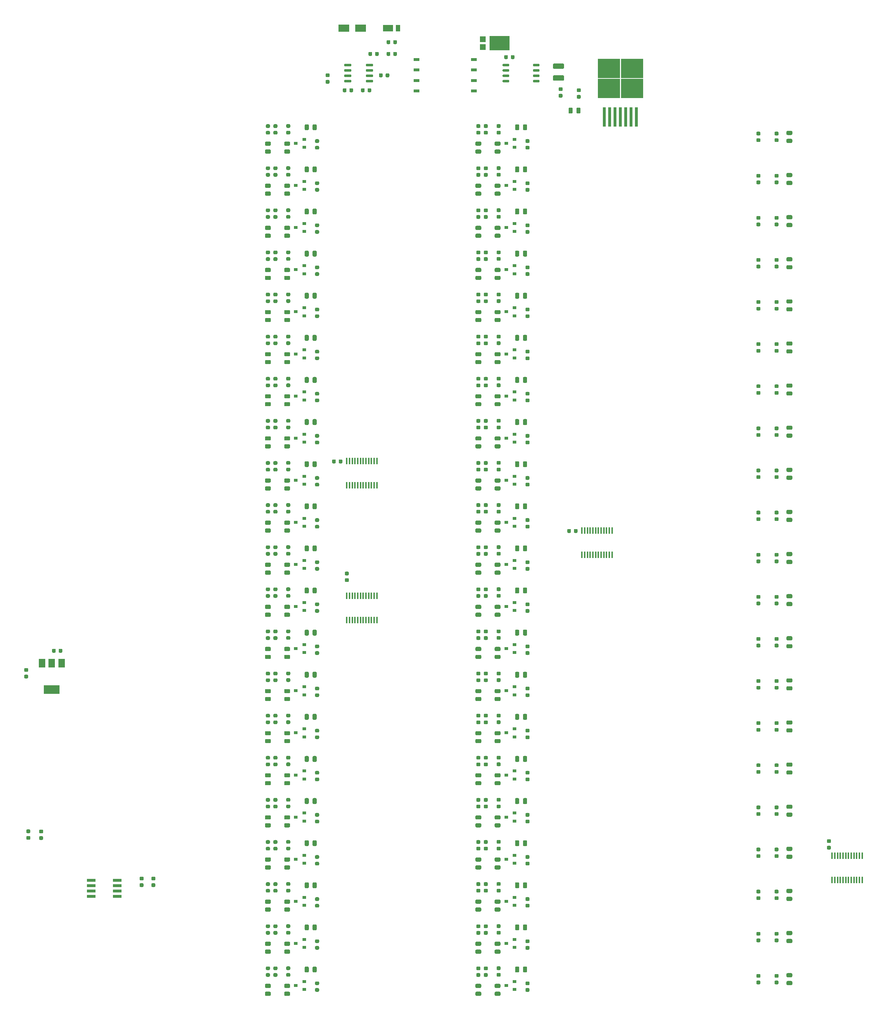
<source format=gbr>
G04 #@! TF.GenerationSoftware,KiCad,Pcbnew,(5.1.6)-1*
G04 #@! TF.CreationDate,2020-08-14T20:26:50-07:00*
G04 #@! TF.ProjectId,relayBoard,72656c61-7942-46f6-9172-642e6b696361,rev?*
G04 #@! TF.SameCoordinates,Original*
G04 #@! TF.FileFunction,Paste,Top*
G04 #@! TF.FilePolarity,Positive*
%FSLAX46Y46*%
G04 Gerber Fmt 4.6, Leading zero omitted, Abs format (unit mm)*
G04 Created by KiCad (PCBNEW (5.1.6)-1) date 2020-08-14 20:26:50*
%MOMM*%
%LPD*%
G01*
G04 APERTURE LIST*
%ADD10R,0.410000X1.570000*%
%ADD11R,1.397000X0.762000*%
%ADD12R,2.032000X0.660400*%
%ADD13R,1.400000X1.390000*%
%ADD14R,4.860000X3.360000*%
%ADD15R,1.050000X1.500000*%
%ADD16R,2.400000X1.500000*%
%ADD17R,2.500000X1.800000*%
%ADD18R,1.500000X2.000000*%
%ADD19R,3.800000X2.000000*%
%ADD20R,5.300000X4.600000*%
%ADD21R,0.800000X4.600000*%
%ADD22R,0.900000X0.800000*%
G04 APERTURE END LIST*
D10*
X210547000Y-147498000D03*
X211197000Y-147498000D03*
X211847000Y-147498000D03*
X212497000Y-147498000D03*
X213147000Y-147498000D03*
X213797000Y-147498000D03*
X214447000Y-147498000D03*
X215097000Y-147498000D03*
X215747000Y-147498000D03*
X216397000Y-147498000D03*
X217047000Y-147498000D03*
X217697000Y-147498000D03*
X217697000Y-153238000D03*
X217047000Y-153238000D03*
X216397000Y-153238000D03*
X215747000Y-153238000D03*
X215097000Y-153238000D03*
X214447000Y-153238000D03*
X213797000Y-153238000D03*
X213147000Y-153238000D03*
X212497000Y-153238000D03*
X211847000Y-153238000D03*
X211197000Y-153238000D03*
X210547000Y-153238000D03*
X95231000Y-53772000D03*
X95881000Y-53772000D03*
X96531000Y-53772000D03*
X97181000Y-53772000D03*
X97831000Y-53772000D03*
X98481000Y-53772000D03*
X99131000Y-53772000D03*
X99781000Y-53772000D03*
X100431000Y-53772000D03*
X101081000Y-53772000D03*
X101731000Y-53772000D03*
X102381000Y-53772000D03*
X102381000Y-59512000D03*
X101731000Y-59512000D03*
X101081000Y-59512000D03*
X100431000Y-59512000D03*
X99781000Y-59512000D03*
X99131000Y-59512000D03*
X98481000Y-59512000D03*
X97831000Y-59512000D03*
X97181000Y-59512000D03*
X96531000Y-59512000D03*
X95881000Y-59512000D03*
X95231000Y-59512000D03*
X95231000Y-85776000D03*
X95881000Y-85776000D03*
X96531000Y-85776000D03*
X97181000Y-85776000D03*
X97831000Y-85776000D03*
X98481000Y-85776000D03*
X99131000Y-85776000D03*
X99781000Y-85776000D03*
X100431000Y-85776000D03*
X101081000Y-85776000D03*
X101731000Y-85776000D03*
X102381000Y-85776000D03*
X102381000Y-91516000D03*
X101731000Y-91516000D03*
X101081000Y-91516000D03*
X100431000Y-91516000D03*
X99781000Y-91516000D03*
X99131000Y-91516000D03*
X98481000Y-91516000D03*
X97831000Y-91516000D03*
X97181000Y-91516000D03*
X96531000Y-91516000D03*
X95881000Y-91516000D03*
X95231000Y-91516000D03*
X151111000Y-70282000D03*
X151761000Y-70282000D03*
X152411000Y-70282000D03*
X153061000Y-70282000D03*
X153711000Y-70282000D03*
X154361000Y-70282000D03*
X155011000Y-70282000D03*
X155661000Y-70282000D03*
X156311000Y-70282000D03*
X156961000Y-70282000D03*
X157611000Y-70282000D03*
X158261000Y-70282000D03*
X158261000Y-76022000D03*
X157611000Y-76022000D03*
X156961000Y-76022000D03*
X156311000Y-76022000D03*
X155661000Y-76022000D03*
X155011000Y-76022000D03*
X154361000Y-76022000D03*
X153711000Y-76022000D03*
X153061000Y-76022000D03*
X152411000Y-76022000D03*
X151761000Y-76022000D03*
X151111000Y-76022000D03*
D11*
X125399800Y34112200D03*
X125399800Y36601400D03*
X125399800Y39090600D03*
X125399800Y41579800D03*
X111836200Y34112200D03*
X111836200Y36601400D03*
X111836200Y39090600D03*
X111836200Y41579800D03*
D12*
X40665400Y-157099000D03*
X34518600Y-157099000D03*
X40665400Y-155829000D03*
X40665400Y-154559000D03*
X34518600Y-155829000D03*
X34518600Y-154559000D03*
X40665400Y-153289000D03*
X34518600Y-153289000D03*
D13*
X127518500Y44546000D03*
X127518500Y46386000D03*
D14*
X131500500Y45466000D03*
D15*
X107443000Y49022000D03*
D16*
X105068000Y49022000D03*
D17*
X94520000Y49022000D03*
X98520000Y49022000D03*
G36*
G01*
X144467000Y37833000D02*
X146617000Y37833000D01*
G75*
G02*
X146867000Y37583000I0J-250000D01*
G01*
X146867000Y36833000D01*
G75*
G02*
X146617000Y36583000I-250000J0D01*
G01*
X144467000Y36583000D01*
G75*
G02*
X144217000Y36833000I0J250000D01*
G01*
X144217000Y37583000D01*
G75*
G02*
X144467000Y37833000I250000J0D01*
G01*
G37*
G36*
G01*
X144467000Y40633000D02*
X146617000Y40633000D01*
G75*
G02*
X146867000Y40383000I0J-250000D01*
G01*
X146867000Y39633000D01*
G75*
G02*
X146617000Y39383000I-250000J0D01*
G01*
X144467000Y39383000D01*
G75*
G02*
X144217000Y39633000I0J250000D01*
G01*
X144217000Y40383000D01*
G75*
G02*
X144467000Y40633000I250000J0D01*
G01*
G37*
G36*
G01*
X150624250Y33878000D02*
X150111750Y33878000D01*
G75*
G02*
X149893000Y34096750I0J218750D01*
G01*
X149893000Y34534250D01*
G75*
G02*
X150111750Y34753000I218750J0D01*
G01*
X150624250Y34753000D01*
G75*
G02*
X150843000Y34534250I0J-218750D01*
G01*
X150843000Y34096750D01*
G75*
G02*
X150624250Y33878000I-218750J0D01*
G01*
G37*
G36*
G01*
X150624250Y32303000D02*
X150111750Y32303000D01*
G75*
G02*
X149893000Y32521750I0J218750D01*
G01*
X149893000Y32959250D01*
G75*
G02*
X150111750Y33178000I218750J0D01*
G01*
X150624250Y33178000D01*
G75*
G02*
X150843000Y32959250I0J-218750D01*
G01*
X150843000Y32521750D01*
G75*
G02*
X150624250Y32303000I-218750J0D01*
G01*
G37*
G36*
G01*
X145793750Y33432000D02*
X146306250Y33432000D01*
G75*
G02*
X146525000Y33213250I0J-218750D01*
G01*
X146525000Y32775750D01*
G75*
G02*
X146306250Y32557000I-218750J0D01*
G01*
X145793750Y32557000D01*
G75*
G02*
X145575000Y32775750I0J218750D01*
G01*
X145575000Y33213250D01*
G75*
G02*
X145793750Y33432000I218750J0D01*
G01*
G37*
G36*
G01*
X145793750Y35007000D02*
X146306250Y35007000D01*
G75*
G02*
X146525000Y34788250I0J-218750D01*
G01*
X146525000Y34350750D01*
G75*
G02*
X146306250Y34132000I-218750J0D01*
G01*
X145793750Y34132000D01*
G75*
G02*
X145575000Y34350750I0J218750D01*
G01*
X145575000Y34788250D01*
G75*
G02*
X145793750Y35007000I218750J0D01*
G01*
G37*
G36*
G01*
X106268000Y42669750D02*
X106268000Y43182250D01*
G75*
G02*
X106486750Y43401000I218750J0D01*
G01*
X106924250Y43401000D01*
G75*
G02*
X107143000Y43182250I0J-218750D01*
G01*
X107143000Y42669750D01*
G75*
G02*
X106924250Y42451000I-218750J0D01*
G01*
X106486750Y42451000D01*
G75*
G02*
X106268000Y42669750I0J218750D01*
G01*
G37*
G36*
G01*
X104693000Y42669750D02*
X104693000Y43182250D01*
G75*
G02*
X104911750Y43401000I218750J0D01*
G01*
X105349250Y43401000D01*
G75*
G02*
X105568000Y43182250I0J-218750D01*
G01*
X105568000Y42669750D01*
G75*
G02*
X105349250Y42451000I-218750J0D01*
G01*
X104911750Y42451000D01*
G75*
G02*
X104693000Y42669750I0J218750D01*
G01*
G37*
G36*
G01*
X99472000Y34546250D02*
X99472000Y34033750D01*
G75*
G02*
X99253250Y33815000I-218750J0D01*
G01*
X98815750Y33815000D01*
G75*
G02*
X98597000Y34033750I0J218750D01*
G01*
X98597000Y34546250D01*
G75*
G02*
X98815750Y34765000I218750J0D01*
G01*
X99253250Y34765000D01*
G75*
G02*
X99472000Y34546250I0J-218750D01*
G01*
G37*
G36*
G01*
X101047000Y34546250D02*
X101047000Y34033750D01*
G75*
G02*
X100828250Y33815000I-218750J0D01*
G01*
X100390750Y33815000D01*
G75*
G02*
X100172000Y34033750I0J218750D01*
G01*
X100172000Y34546250D01*
G75*
G02*
X100390750Y34765000I218750J0D01*
G01*
X100828250Y34765000D01*
G75*
G02*
X101047000Y34546250I0J-218750D01*
G01*
G37*
G36*
G01*
X104464500Y37589750D02*
X104464500Y38102250D01*
G75*
G02*
X104683250Y38321000I218750J0D01*
G01*
X105120750Y38321000D01*
G75*
G02*
X105339500Y38102250I0J-218750D01*
G01*
X105339500Y37589750D01*
G75*
G02*
X105120750Y37371000I-218750J0D01*
G01*
X104683250Y37371000D01*
G75*
G02*
X104464500Y37589750I0J218750D01*
G01*
G37*
G36*
G01*
X102889500Y37589750D02*
X102889500Y38102250D01*
G75*
G02*
X103108250Y38321000I218750J0D01*
G01*
X103545750Y38321000D01*
G75*
G02*
X103764500Y38102250I0J-218750D01*
G01*
X103764500Y37589750D01*
G75*
G02*
X103545750Y37371000I-218750J0D01*
G01*
X103108250Y37371000D01*
G75*
G02*
X102889500Y37589750I0J218750D01*
G01*
G37*
G36*
G01*
X101950000Y42669750D02*
X101950000Y43182250D01*
G75*
G02*
X102168750Y43401000I218750J0D01*
G01*
X102606250Y43401000D01*
G75*
G02*
X102825000Y43182250I0J-218750D01*
G01*
X102825000Y42669750D01*
G75*
G02*
X102606250Y42451000I-218750J0D01*
G01*
X102168750Y42451000D01*
G75*
G02*
X101950000Y42669750I0J218750D01*
G01*
G37*
G36*
G01*
X100375000Y42669750D02*
X100375000Y43182250D01*
G75*
G02*
X100593750Y43401000I218750J0D01*
G01*
X101031250Y43401000D01*
G75*
G02*
X101250000Y43182250I0J-218750D01*
G01*
X101250000Y42669750D01*
G75*
G02*
X101031250Y42451000I-218750J0D01*
G01*
X100593750Y42451000D01*
G75*
G02*
X100375000Y42669750I0J218750D01*
G01*
G37*
G36*
G01*
X46225750Y-154020000D02*
X46738250Y-154020000D01*
G75*
G02*
X46957000Y-154238750I0J-218750D01*
G01*
X46957000Y-154676250D01*
G75*
G02*
X46738250Y-154895000I-218750J0D01*
G01*
X46225750Y-154895000D01*
G75*
G02*
X46007000Y-154676250I0J218750D01*
G01*
X46007000Y-154238750D01*
G75*
G02*
X46225750Y-154020000I218750J0D01*
G01*
G37*
G36*
G01*
X46225750Y-152445000D02*
X46738250Y-152445000D01*
G75*
G02*
X46957000Y-152663750I0J-218750D01*
G01*
X46957000Y-153101250D01*
G75*
G02*
X46738250Y-153320000I-218750J0D01*
G01*
X46225750Y-153320000D01*
G75*
G02*
X46007000Y-153101250I0J218750D01*
G01*
X46007000Y-152663750D01*
G75*
G02*
X46225750Y-152445000I218750J0D01*
G01*
G37*
G36*
G01*
X49019750Y-154020000D02*
X49532250Y-154020000D01*
G75*
G02*
X49751000Y-154238750I0J-218750D01*
G01*
X49751000Y-154676250D01*
G75*
G02*
X49532250Y-154895000I-218750J0D01*
G01*
X49019750Y-154895000D01*
G75*
G02*
X48801000Y-154676250I0J218750D01*
G01*
X48801000Y-154238750D01*
G75*
G02*
X49019750Y-154020000I218750J0D01*
G01*
G37*
G36*
G01*
X49019750Y-152445000D02*
X49532250Y-152445000D01*
G75*
G02*
X49751000Y-152663750I0J-218750D01*
G01*
X49751000Y-153101250D01*
G75*
G02*
X49532250Y-153320000I-218750J0D01*
G01*
X49019750Y-153320000D01*
G75*
G02*
X48801000Y-153101250I0J218750D01*
G01*
X48801000Y-152663750D01*
G75*
G02*
X49019750Y-152445000I218750J0D01*
G01*
G37*
G36*
G01*
X22349750Y-142844000D02*
X22862250Y-142844000D01*
G75*
G02*
X23081000Y-143062750I0J-218750D01*
G01*
X23081000Y-143500250D01*
G75*
G02*
X22862250Y-143719000I-218750J0D01*
G01*
X22349750Y-143719000D01*
G75*
G02*
X22131000Y-143500250I0J218750D01*
G01*
X22131000Y-143062750D01*
G75*
G02*
X22349750Y-142844000I218750J0D01*
G01*
G37*
G36*
G01*
X22349750Y-141269000D02*
X22862250Y-141269000D01*
G75*
G02*
X23081000Y-141487750I0J-218750D01*
G01*
X23081000Y-141925250D01*
G75*
G02*
X22862250Y-142144000I-218750J0D01*
G01*
X22349750Y-142144000D01*
G75*
G02*
X22131000Y-141925250I0J218750D01*
G01*
X22131000Y-141487750D01*
G75*
G02*
X22349750Y-141269000I218750J0D01*
G01*
G37*
G36*
G01*
X19301750Y-142818500D02*
X19814250Y-142818500D01*
G75*
G02*
X20033000Y-143037250I0J-218750D01*
G01*
X20033000Y-143474750D01*
G75*
G02*
X19814250Y-143693500I-218750J0D01*
G01*
X19301750Y-143693500D01*
G75*
G02*
X19083000Y-143474750I0J218750D01*
G01*
X19083000Y-143037250D01*
G75*
G02*
X19301750Y-142818500I218750J0D01*
G01*
G37*
G36*
G01*
X19301750Y-141243500D02*
X19814250Y-141243500D01*
G75*
G02*
X20033000Y-141462250I0J-218750D01*
G01*
X20033000Y-141899750D01*
G75*
G02*
X19814250Y-142118500I-218750J0D01*
G01*
X19301750Y-142118500D01*
G75*
G02*
X19083000Y-141899750I0J218750D01*
G01*
X19083000Y-141462250D01*
G75*
G02*
X19301750Y-141243500I218750J0D01*
G01*
G37*
G36*
G01*
X192783750Y22866000D02*
X193296250Y22866000D01*
G75*
G02*
X193515000Y22647250I0J-218750D01*
G01*
X193515000Y22209750D01*
G75*
G02*
X193296250Y21991000I-218750J0D01*
G01*
X192783750Y21991000D01*
G75*
G02*
X192565000Y22209750I0J218750D01*
G01*
X192565000Y22647250D01*
G75*
G02*
X192783750Y22866000I218750J0D01*
G01*
G37*
G36*
G01*
X192783750Y24441000D02*
X193296250Y24441000D01*
G75*
G02*
X193515000Y24222250I0J-218750D01*
G01*
X193515000Y23784750D01*
G75*
G02*
X193296250Y23566000I-218750J0D01*
G01*
X192783750Y23566000D01*
G75*
G02*
X192565000Y23784750I0J218750D01*
G01*
X192565000Y24222250D01*
G75*
G02*
X192783750Y24441000I218750J0D01*
G01*
G37*
G36*
G01*
X197614250Y23566000D02*
X197101750Y23566000D01*
G75*
G02*
X196883000Y23784750I0J218750D01*
G01*
X196883000Y24222250D01*
G75*
G02*
X197101750Y24441000I218750J0D01*
G01*
X197614250Y24441000D01*
G75*
G02*
X197833000Y24222250I0J-218750D01*
G01*
X197833000Y23784750D01*
G75*
G02*
X197614250Y23566000I-218750J0D01*
G01*
G37*
G36*
G01*
X197614250Y21991000D02*
X197101750Y21991000D01*
G75*
G02*
X196883000Y22209750I0J218750D01*
G01*
X196883000Y22647250D01*
G75*
G02*
X197101750Y22866000I218750J0D01*
G01*
X197614250Y22866000D01*
G75*
G02*
X197833000Y22647250I0J-218750D01*
G01*
X197833000Y22209750D01*
G75*
G02*
X197614250Y21991000I-218750J0D01*
G01*
G37*
G36*
G01*
X192783750Y12866000D02*
X193296250Y12866000D01*
G75*
G02*
X193515000Y12647250I0J-218750D01*
G01*
X193515000Y12209750D01*
G75*
G02*
X193296250Y11991000I-218750J0D01*
G01*
X192783750Y11991000D01*
G75*
G02*
X192565000Y12209750I0J218750D01*
G01*
X192565000Y12647250D01*
G75*
G02*
X192783750Y12866000I218750J0D01*
G01*
G37*
G36*
G01*
X192783750Y14441000D02*
X193296250Y14441000D01*
G75*
G02*
X193515000Y14222250I0J-218750D01*
G01*
X193515000Y13784750D01*
G75*
G02*
X193296250Y13566000I-218750J0D01*
G01*
X192783750Y13566000D01*
G75*
G02*
X192565000Y13784750I0J218750D01*
G01*
X192565000Y14222250D01*
G75*
G02*
X192783750Y14441000I218750J0D01*
G01*
G37*
G36*
G01*
X197614250Y13566000D02*
X197101750Y13566000D01*
G75*
G02*
X196883000Y13784750I0J218750D01*
G01*
X196883000Y14222250D01*
G75*
G02*
X197101750Y14441000I218750J0D01*
G01*
X197614250Y14441000D01*
G75*
G02*
X197833000Y14222250I0J-218750D01*
G01*
X197833000Y13784750D01*
G75*
G02*
X197614250Y13566000I-218750J0D01*
G01*
G37*
G36*
G01*
X197614250Y11991000D02*
X197101750Y11991000D01*
G75*
G02*
X196883000Y12209750I0J218750D01*
G01*
X196883000Y12647250D01*
G75*
G02*
X197101750Y12866000I218750J0D01*
G01*
X197614250Y12866000D01*
G75*
G02*
X197833000Y12647250I0J-218750D01*
G01*
X197833000Y12209750D01*
G75*
G02*
X197614250Y11991000I-218750J0D01*
G01*
G37*
G36*
G01*
X192783750Y2866000D02*
X193296250Y2866000D01*
G75*
G02*
X193515000Y2647250I0J-218750D01*
G01*
X193515000Y2209750D01*
G75*
G02*
X193296250Y1991000I-218750J0D01*
G01*
X192783750Y1991000D01*
G75*
G02*
X192565000Y2209750I0J218750D01*
G01*
X192565000Y2647250D01*
G75*
G02*
X192783750Y2866000I218750J0D01*
G01*
G37*
G36*
G01*
X192783750Y4441000D02*
X193296250Y4441000D01*
G75*
G02*
X193515000Y4222250I0J-218750D01*
G01*
X193515000Y3784750D01*
G75*
G02*
X193296250Y3566000I-218750J0D01*
G01*
X192783750Y3566000D01*
G75*
G02*
X192565000Y3784750I0J218750D01*
G01*
X192565000Y4222250D01*
G75*
G02*
X192783750Y4441000I218750J0D01*
G01*
G37*
G36*
G01*
X197614250Y3566000D02*
X197101750Y3566000D01*
G75*
G02*
X196883000Y3784750I0J218750D01*
G01*
X196883000Y4222250D01*
G75*
G02*
X197101750Y4441000I218750J0D01*
G01*
X197614250Y4441000D01*
G75*
G02*
X197833000Y4222250I0J-218750D01*
G01*
X197833000Y3784750D01*
G75*
G02*
X197614250Y3566000I-218750J0D01*
G01*
G37*
G36*
G01*
X197614250Y1991000D02*
X197101750Y1991000D01*
G75*
G02*
X196883000Y2209750I0J218750D01*
G01*
X196883000Y2647250D01*
G75*
G02*
X197101750Y2866000I218750J0D01*
G01*
X197614250Y2866000D01*
G75*
G02*
X197833000Y2647250I0J-218750D01*
G01*
X197833000Y2209750D01*
G75*
G02*
X197614250Y1991000I-218750J0D01*
G01*
G37*
G36*
G01*
X192783750Y-7134000D02*
X193296250Y-7134000D01*
G75*
G02*
X193515000Y-7352750I0J-218750D01*
G01*
X193515000Y-7790250D01*
G75*
G02*
X193296250Y-8009000I-218750J0D01*
G01*
X192783750Y-8009000D01*
G75*
G02*
X192565000Y-7790250I0J218750D01*
G01*
X192565000Y-7352750D01*
G75*
G02*
X192783750Y-7134000I218750J0D01*
G01*
G37*
G36*
G01*
X192783750Y-5559000D02*
X193296250Y-5559000D01*
G75*
G02*
X193515000Y-5777750I0J-218750D01*
G01*
X193515000Y-6215250D01*
G75*
G02*
X193296250Y-6434000I-218750J0D01*
G01*
X192783750Y-6434000D01*
G75*
G02*
X192565000Y-6215250I0J218750D01*
G01*
X192565000Y-5777750D01*
G75*
G02*
X192783750Y-5559000I218750J0D01*
G01*
G37*
G36*
G01*
X197614250Y-6434000D02*
X197101750Y-6434000D01*
G75*
G02*
X196883000Y-6215250I0J218750D01*
G01*
X196883000Y-5777750D01*
G75*
G02*
X197101750Y-5559000I218750J0D01*
G01*
X197614250Y-5559000D01*
G75*
G02*
X197833000Y-5777750I0J-218750D01*
G01*
X197833000Y-6215250D01*
G75*
G02*
X197614250Y-6434000I-218750J0D01*
G01*
G37*
G36*
G01*
X197614250Y-8009000D02*
X197101750Y-8009000D01*
G75*
G02*
X196883000Y-7790250I0J218750D01*
G01*
X196883000Y-7352750D01*
G75*
G02*
X197101750Y-7134000I218750J0D01*
G01*
X197614250Y-7134000D01*
G75*
G02*
X197833000Y-7352750I0J-218750D01*
G01*
X197833000Y-7790250D01*
G75*
G02*
X197614250Y-8009000I-218750J0D01*
G01*
G37*
G36*
G01*
X192783750Y-17134000D02*
X193296250Y-17134000D01*
G75*
G02*
X193515000Y-17352750I0J-218750D01*
G01*
X193515000Y-17790250D01*
G75*
G02*
X193296250Y-18009000I-218750J0D01*
G01*
X192783750Y-18009000D01*
G75*
G02*
X192565000Y-17790250I0J218750D01*
G01*
X192565000Y-17352750D01*
G75*
G02*
X192783750Y-17134000I218750J0D01*
G01*
G37*
G36*
G01*
X192783750Y-15559000D02*
X193296250Y-15559000D01*
G75*
G02*
X193515000Y-15777750I0J-218750D01*
G01*
X193515000Y-16215250D01*
G75*
G02*
X193296250Y-16434000I-218750J0D01*
G01*
X192783750Y-16434000D01*
G75*
G02*
X192565000Y-16215250I0J218750D01*
G01*
X192565000Y-15777750D01*
G75*
G02*
X192783750Y-15559000I218750J0D01*
G01*
G37*
G36*
G01*
X197614250Y-16434000D02*
X197101750Y-16434000D01*
G75*
G02*
X196883000Y-16215250I0J218750D01*
G01*
X196883000Y-15777750D01*
G75*
G02*
X197101750Y-15559000I218750J0D01*
G01*
X197614250Y-15559000D01*
G75*
G02*
X197833000Y-15777750I0J-218750D01*
G01*
X197833000Y-16215250D01*
G75*
G02*
X197614250Y-16434000I-218750J0D01*
G01*
G37*
G36*
G01*
X197614250Y-18009000D02*
X197101750Y-18009000D01*
G75*
G02*
X196883000Y-17790250I0J218750D01*
G01*
X196883000Y-17352750D01*
G75*
G02*
X197101750Y-17134000I218750J0D01*
G01*
X197614250Y-17134000D01*
G75*
G02*
X197833000Y-17352750I0J-218750D01*
G01*
X197833000Y-17790250D01*
G75*
G02*
X197614250Y-18009000I-218750J0D01*
G01*
G37*
G36*
G01*
X192783750Y-27134000D02*
X193296250Y-27134000D01*
G75*
G02*
X193515000Y-27352750I0J-218750D01*
G01*
X193515000Y-27790250D01*
G75*
G02*
X193296250Y-28009000I-218750J0D01*
G01*
X192783750Y-28009000D01*
G75*
G02*
X192565000Y-27790250I0J218750D01*
G01*
X192565000Y-27352750D01*
G75*
G02*
X192783750Y-27134000I218750J0D01*
G01*
G37*
G36*
G01*
X192783750Y-25559000D02*
X193296250Y-25559000D01*
G75*
G02*
X193515000Y-25777750I0J-218750D01*
G01*
X193515000Y-26215250D01*
G75*
G02*
X193296250Y-26434000I-218750J0D01*
G01*
X192783750Y-26434000D01*
G75*
G02*
X192565000Y-26215250I0J218750D01*
G01*
X192565000Y-25777750D01*
G75*
G02*
X192783750Y-25559000I218750J0D01*
G01*
G37*
G36*
G01*
X197614250Y-26434000D02*
X197101750Y-26434000D01*
G75*
G02*
X196883000Y-26215250I0J218750D01*
G01*
X196883000Y-25777750D01*
G75*
G02*
X197101750Y-25559000I218750J0D01*
G01*
X197614250Y-25559000D01*
G75*
G02*
X197833000Y-25777750I0J-218750D01*
G01*
X197833000Y-26215250D01*
G75*
G02*
X197614250Y-26434000I-218750J0D01*
G01*
G37*
G36*
G01*
X197614250Y-28009000D02*
X197101750Y-28009000D01*
G75*
G02*
X196883000Y-27790250I0J218750D01*
G01*
X196883000Y-27352750D01*
G75*
G02*
X197101750Y-27134000I218750J0D01*
G01*
X197614250Y-27134000D01*
G75*
G02*
X197833000Y-27352750I0J-218750D01*
G01*
X197833000Y-27790250D01*
G75*
G02*
X197614250Y-28009000I-218750J0D01*
G01*
G37*
G36*
G01*
X192783750Y-37134000D02*
X193296250Y-37134000D01*
G75*
G02*
X193515000Y-37352750I0J-218750D01*
G01*
X193515000Y-37790250D01*
G75*
G02*
X193296250Y-38009000I-218750J0D01*
G01*
X192783750Y-38009000D01*
G75*
G02*
X192565000Y-37790250I0J218750D01*
G01*
X192565000Y-37352750D01*
G75*
G02*
X192783750Y-37134000I218750J0D01*
G01*
G37*
G36*
G01*
X192783750Y-35559000D02*
X193296250Y-35559000D01*
G75*
G02*
X193515000Y-35777750I0J-218750D01*
G01*
X193515000Y-36215250D01*
G75*
G02*
X193296250Y-36434000I-218750J0D01*
G01*
X192783750Y-36434000D01*
G75*
G02*
X192565000Y-36215250I0J218750D01*
G01*
X192565000Y-35777750D01*
G75*
G02*
X192783750Y-35559000I218750J0D01*
G01*
G37*
G36*
G01*
X197614250Y-36434000D02*
X197101750Y-36434000D01*
G75*
G02*
X196883000Y-36215250I0J218750D01*
G01*
X196883000Y-35777750D01*
G75*
G02*
X197101750Y-35559000I218750J0D01*
G01*
X197614250Y-35559000D01*
G75*
G02*
X197833000Y-35777750I0J-218750D01*
G01*
X197833000Y-36215250D01*
G75*
G02*
X197614250Y-36434000I-218750J0D01*
G01*
G37*
G36*
G01*
X197614250Y-38009000D02*
X197101750Y-38009000D01*
G75*
G02*
X196883000Y-37790250I0J218750D01*
G01*
X196883000Y-37352750D01*
G75*
G02*
X197101750Y-37134000I218750J0D01*
G01*
X197614250Y-37134000D01*
G75*
G02*
X197833000Y-37352750I0J-218750D01*
G01*
X197833000Y-37790250D01*
G75*
G02*
X197614250Y-38009000I-218750J0D01*
G01*
G37*
G36*
G01*
X192783750Y-47134000D02*
X193296250Y-47134000D01*
G75*
G02*
X193515000Y-47352750I0J-218750D01*
G01*
X193515000Y-47790250D01*
G75*
G02*
X193296250Y-48009000I-218750J0D01*
G01*
X192783750Y-48009000D01*
G75*
G02*
X192565000Y-47790250I0J218750D01*
G01*
X192565000Y-47352750D01*
G75*
G02*
X192783750Y-47134000I218750J0D01*
G01*
G37*
G36*
G01*
X192783750Y-45559000D02*
X193296250Y-45559000D01*
G75*
G02*
X193515000Y-45777750I0J-218750D01*
G01*
X193515000Y-46215250D01*
G75*
G02*
X193296250Y-46434000I-218750J0D01*
G01*
X192783750Y-46434000D01*
G75*
G02*
X192565000Y-46215250I0J218750D01*
G01*
X192565000Y-45777750D01*
G75*
G02*
X192783750Y-45559000I218750J0D01*
G01*
G37*
G36*
G01*
X197614250Y-46434000D02*
X197101750Y-46434000D01*
G75*
G02*
X196883000Y-46215250I0J218750D01*
G01*
X196883000Y-45777750D01*
G75*
G02*
X197101750Y-45559000I218750J0D01*
G01*
X197614250Y-45559000D01*
G75*
G02*
X197833000Y-45777750I0J-218750D01*
G01*
X197833000Y-46215250D01*
G75*
G02*
X197614250Y-46434000I-218750J0D01*
G01*
G37*
G36*
G01*
X197614250Y-48009000D02*
X197101750Y-48009000D01*
G75*
G02*
X196883000Y-47790250I0J218750D01*
G01*
X196883000Y-47352750D01*
G75*
G02*
X197101750Y-47134000I218750J0D01*
G01*
X197614250Y-47134000D01*
G75*
G02*
X197833000Y-47352750I0J-218750D01*
G01*
X197833000Y-47790250D01*
G75*
G02*
X197614250Y-48009000I-218750J0D01*
G01*
G37*
G36*
G01*
X192783750Y-57134000D02*
X193296250Y-57134000D01*
G75*
G02*
X193515000Y-57352750I0J-218750D01*
G01*
X193515000Y-57790250D01*
G75*
G02*
X193296250Y-58009000I-218750J0D01*
G01*
X192783750Y-58009000D01*
G75*
G02*
X192565000Y-57790250I0J218750D01*
G01*
X192565000Y-57352750D01*
G75*
G02*
X192783750Y-57134000I218750J0D01*
G01*
G37*
G36*
G01*
X192783750Y-55559000D02*
X193296250Y-55559000D01*
G75*
G02*
X193515000Y-55777750I0J-218750D01*
G01*
X193515000Y-56215250D01*
G75*
G02*
X193296250Y-56434000I-218750J0D01*
G01*
X192783750Y-56434000D01*
G75*
G02*
X192565000Y-56215250I0J218750D01*
G01*
X192565000Y-55777750D01*
G75*
G02*
X192783750Y-55559000I218750J0D01*
G01*
G37*
G36*
G01*
X197614250Y-56434000D02*
X197101750Y-56434000D01*
G75*
G02*
X196883000Y-56215250I0J218750D01*
G01*
X196883000Y-55777750D01*
G75*
G02*
X197101750Y-55559000I218750J0D01*
G01*
X197614250Y-55559000D01*
G75*
G02*
X197833000Y-55777750I0J-218750D01*
G01*
X197833000Y-56215250D01*
G75*
G02*
X197614250Y-56434000I-218750J0D01*
G01*
G37*
G36*
G01*
X197614250Y-58009000D02*
X197101750Y-58009000D01*
G75*
G02*
X196883000Y-57790250I0J218750D01*
G01*
X196883000Y-57352750D01*
G75*
G02*
X197101750Y-57134000I218750J0D01*
G01*
X197614250Y-57134000D01*
G75*
G02*
X197833000Y-57352750I0J-218750D01*
G01*
X197833000Y-57790250D01*
G75*
G02*
X197614250Y-58009000I-218750J0D01*
G01*
G37*
G36*
G01*
X192783750Y-67134000D02*
X193296250Y-67134000D01*
G75*
G02*
X193515000Y-67352750I0J-218750D01*
G01*
X193515000Y-67790250D01*
G75*
G02*
X193296250Y-68009000I-218750J0D01*
G01*
X192783750Y-68009000D01*
G75*
G02*
X192565000Y-67790250I0J218750D01*
G01*
X192565000Y-67352750D01*
G75*
G02*
X192783750Y-67134000I218750J0D01*
G01*
G37*
G36*
G01*
X192783750Y-65559000D02*
X193296250Y-65559000D01*
G75*
G02*
X193515000Y-65777750I0J-218750D01*
G01*
X193515000Y-66215250D01*
G75*
G02*
X193296250Y-66434000I-218750J0D01*
G01*
X192783750Y-66434000D01*
G75*
G02*
X192565000Y-66215250I0J218750D01*
G01*
X192565000Y-65777750D01*
G75*
G02*
X192783750Y-65559000I218750J0D01*
G01*
G37*
G36*
G01*
X197614250Y-66434000D02*
X197101750Y-66434000D01*
G75*
G02*
X196883000Y-66215250I0J218750D01*
G01*
X196883000Y-65777750D01*
G75*
G02*
X197101750Y-65559000I218750J0D01*
G01*
X197614250Y-65559000D01*
G75*
G02*
X197833000Y-65777750I0J-218750D01*
G01*
X197833000Y-66215250D01*
G75*
G02*
X197614250Y-66434000I-218750J0D01*
G01*
G37*
G36*
G01*
X197614250Y-68009000D02*
X197101750Y-68009000D01*
G75*
G02*
X196883000Y-67790250I0J218750D01*
G01*
X196883000Y-67352750D01*
G75*
G02*
X197101750Y-67134000I218750J0D01*
G01*
X197614250Y-67134000D01*
G75*
G02*
X197833000Y-67352750I0J-218750D01*
G01*
X197833000Y-67790250D01*
G75*
G02*
X197614250Y-68009000I-218750J0D01*
G01*
G37*
G36*
G01*
X192783750Y-77134000D02*
X193296250Y-77134000D01*
G75*
G02*
X193515000Y-77352750I0J-218750D01*
G01*
X193515000Y-77790250D01*
G75*
G02*
X193296250Y-78009000I-218750J0D01*
G01*
X192783750Y-78009000D01*
G75*
G02*
X192565000Y-77790250I0J218750D01*
G01*
X192565000Y-77352750D01*
G75*
G02*
X192783750Y-77134000I218750J0D01*
G01*
G37*
G36*
G01*
X192783750Y-75559000D02*
X193296250Y-75559000D01*
G75*
G02*
X193515000Y-75777750I0J-218750D01*
G01*
X193515000Y-76215250D01*
G75*
G02*
X193296250Y-76434000I-218750J0D01*
G01*
X192783750Y-76434000D01*
G75*
G02*
X192565000Y-76215250I0J218750D01*
G01*
X192565000Y-75777750D01*
G75*
G02*
X192783750Y-75559000I218750J0D01*
G01*
G37*
G36*
G01*
X197614250Y-76434000D02*
X197101750Y-76434000D01*
G75*
G02*
X196883000Y-76215250I0J218750D01*
G01*
X196883000Y-75777750D01*
G75*
G02*
X197101750Y-75559000I218750J0D01*
G01*
X197614250Y-75559000D01*
G75*
G02*
X197833000Y-75777750I0J-218750D01*
G01*
X197833000Y-76215250D01*
G75*
G02*
X197614250Y-76434000I-218750J0D01*
G01*
G37*
G36*
G01*
X197614250Y-78009000D02*
X197101750Y-78009000D01*
G75*
G02*
X196883000Y-77790250I0J218750D01*
G01*
X196883000Y-77352750D01*
G75*
G02*
X197101750Y-77134000I218750J0D01*
G01*
X197614250Y-77134000D01*
G75*
G02*
X197833000Y-77352750I0J-218750D01*
G01*
X197833000Y-77790250D01*
G75*
G02*
X197614250Y-78009000I-218750J0D01*
G01*
G37*
G36*
G01*
X192783750Y-87134000D02*
X193296250Y-87134000D01*
G75*
G02*
X193515000Y-87352750I0J-218750D01*
G01*
X193515000Y-87790250D01*
G75*
G02*
X193296250Y-88009000I-218750J0D01*
G01*
X192783750Y-88009000D01*
G75*
G02*
X192565000Y-87790250I0J218750D01*
G01*
X192565000Y-87352750D01*
G75*
G02*
X192783750Y-87134000I218750J0D01*
G01*
G37*
G36*
G01*
X192783750Y-85559000D02*
X193296250Y-85559000D01*
G75*
G02*
X193515000Y-85777750I0J-218750D01*
G01*
X193515000Y-86215250D01*
G75*
G02*
X193296250Y-86434000I-218750J0D01*
G01*
X192783750Y-86434000D01*
G75*
G02*
X192565000Y-86215250I0J218750D01*
G01*
X192565000Y-85777750D01*
G75*
G02*
X192783750Y-85559000I218750J0D01*
G01*
G37*
G36*
G01*
X197614250Y-86434000D02*
X197101750Y-86434000D01*
G75*
G02*
X196883000Y-86215250I0J218750D01*
G01*
X196883000Y-85777750D01*
G75*
G02*
X197101750Y-85559000I218750J0D01*
G01*
X197614250Y-85559000D01*
G75*
G02*
X197833000Y-85777750I0J-218750D01*
G01*
X197833000Y-86215250D01*
G75*
G02*
X197614250Y-86434000I-218750J0D01*
G01*
G37*
G36*
G01*
X197614250Y-88009000D02*
X197101750Y-88009000D01*
G75*
G02*
X196883000Y-87790250I0J218750D01*
G01*
X196883000Y-87352750D01*
G75*
G02*
X197101750Y-87134000I218750J0D01*
G01*
X197614250Y-87134000D01*
G75*
G02*
X197833000Y-87352750I0J-218750D01*
G01*
X197833000Y-87790250D01*
G75*
G02*
X197614250Y-88009000I-218750J0D01*
G01*
G37*
G36*
G01*
X192783750Y-97134000D02*
X193296250Y-97134000D01*
G75*
G02*
X193515000Y-97352750I0J-218750D01*
G01*
X193515000Y-97790250D01*
G75*
G02*
X193296250Y-98009000I-218750J0D01*
G01*
X192783750Y-98009000D01*
G75*
G02*
X192565000Y-97790250I0J218750D01*
G01*
X192565000Y-97352750D01*
G75*
G02*
X192783750Y-97134000I218750J0D01*
G01*
G37*
G36*
G01*
X192783750Y-95559000D02*
X193296250Y-95559000D01*
G75*
G02*
X193515000Y-95777750I0J-218750D01*
G01*
X193515000Y-96215250D01*
G75*
G02*
X193296250Y-96434000I-218750J0D01*
G01*
X192783750Y-96434000D01*
G75*
G02*
X192565000Y-96215250I0J218750D01*
G01*
X192565000Y-95777750D01*
G75*
G02*
X192783750Y-95559000I218750J0D01*
G01*
G37*
G36*
G01*
X197614250Y-96434000D02*
X197101750Y-96434000D01*
G75*
G02*
X196883000Y-96215250I0J218750D01*
G01*
X196883000Y-95777750D01*
G75*
G02*
X197101750Y-95559000I218750J0D01*
G01*
X197614250Y-95559000D01*
G75*
G02*
X197833000Y-95777750I0J-218750D01*
G01*
X197833000Y-96215250D01*
G75*
G02*
X197614250Y-96434000I-218750J0D01*
G01*
G37*
G36*
G01*
X197614250Y-98009000D02*
X197101750Y-98009000D01*
G75*
G02*
X196883000Y-97790250I0J218750D01*
G01*
X196883000Y-97352750D01*
G75*
G02*
X197101750Y-97134000I218750J0D01*
G01*
X197614250Y-97134000D01*
G75*
G02*
X197833000Y-97352750I0J-218750D01*
G01*
X197833000Y-97790250D01*
G75*
G02*
X197614250Y-98009000I-218750J0D01*
G01*
G37*
G36*
G01*
X192783750Y-107134000D02*
X193296250Y-107134000D01*
G75*
G02*
X193515000Y-107352750I0J-218750D01*
G01*
X193515000Y-107790250D01*
G75*
G02*
X193296250Y-108009000I-218750J0D01*
G01*
X192783750Y-108009000D01*
G75*
G02*
X192565000Y-107790250I0J218750D01*
G01*
X192565000Y-107352750D01*
G75*
G02*
X192783750Y-107134000I218750J0D01*
G01*
G37*
G36*
G01*
X192783750Y-105559000D02*
X193296250Y-105559000D01*
G75*
G02*
X193515000Y-105777750I0J-218750D01*
G01*
X193515000Y-106215250D01*
G75*
G02*
X193296250Y-106434000I-218750J0D01*
G01*
X192783750Y-106434000D01*
G75*
G02*
X192565000Y-106215250I0J218750D01*
G01*
X192565000Y-105777750D01*
G75*
G02*
X192783750Y-105559000I218750J0D01*
G01*
G37*
G36*
G01*
X197614250Y-106434000D02*
X197101750Y-106434000D01*
G75*
G02*
X196883000Y-106215250I0J218750D01*
G01*
X196883000Y-105777750D01*
G75*
G02*
X197101750Y-105559000I218750J0D01*
G01*
X197614250Y-105559000D01*
G75*
G02*
X197833000Y-105777750I0J-218750D01*
G01*
X197833000Y-106215250D01*
G75*
G02*
X197614250Y-106434000I-218750J0D01*
G01*
G37*
G36*
G01*
X197614250Y-108009000D02*
X197101750Y-108009000D01*
G75*
G02*
X196883000Y-107790250I0J218750D01*
G01*
X196883000Y-107352750D01*
G75*
G02*
X197101750Y-107134000I218750J0D01*
G01*
X197614250Y-107134000D01*
G75*
G02*
X197833000Y-107352750I0J-218750D01*
G01*
X197833000Y-107790250D01*
G75*
G02*
X197614250Y-108009000I-218750J0D01*
G01*
G37*
G36*
G01*
X192783750Y-117134000D02*
X193296250Y-117134000D01*
G75*
G02*
X193515000Y-117352750I0J-218750D01*
G01*
X193515000Y-117790250D01*
G75*
G02*
X193296250Y-118009000I-218750J0D01*
G01*
X192783750Y-118009000D01*
G75*
G02*
X192565000Y-117790250I0J218750D01*
G01*
X192565000Y-117352750D01*
G75*
G02*
X192783750Y-117134000I218750J0D01*
G01*
G37*
G36*
G01*
X192783750Y-115559000D02*
X193296250Y-115559000D01*
G75*
G02*
X193515000Y-115777750I0J-218750D01*
G01*
X193515000Y-116215250D01*
G75*
G02*
X193296250Y-116434000I-218750J0D01*
G01*
X192783750Y-116434000D01*
G75*
G02*
X192565000Y-116215250I0J218750D01*
G01*
X192565000Y-115777750D01*
G75*
G02*
X192783750Y-115559000I218750J0D01*
G01*
G37*
G36*
G01*
X197614250Y-116434000D02*
X197101750Y-116434000D01*
G75*
G02*
X196883000Y-116215250I0J218750D01*
G01*
X196883000Y-115777750D01*
G75*
G02*
X197101750Y-115559000I218750J0D01*
G01*
X197614250Y-115559000D01*
G75*
G02*
X197833000Y-115777750I0J-218750D01*
G01*
X197833000Y-116215250D01*
G75*
G02*
X197614250Y-116434000I-218750J0D01*
G01*
G37*
G36*
G01*
X197614250Y-118009000D02*
X197101750Y-118009000D01*
G75*
G02*
X196883000Y-117790250I0J218750D01*
G01*
X196883000Y-117352750D01*
G75*
G02*
X197101750Y-117134000I218750J0D01*
G01*
X197614250Y-117134000D01*
G75*
G02*
X197833000Y-117352750I0J-218750D01*
G01*
X197833000Y-117790250D01*
G75*
G02*
X197614250Y-118009000I-218750J0D01*
G01*
G37*
G36*
G01*
X192783750Y-127134000D02*
X193296250Y-127134000D01*
G75*
G02*
X193515000Y-127352750I0J-218750D01*
G01*
X193515000Y-127790250D01*
G75*
G02*
X193296250Y-128009000I-218750J0D01*
G01*
X192783750Y-128009000D01*
G75*
G02*
X192565000Y-127790250I0J218750D01*
G01*
X192565000Y-127352750D01*
G75*
G02*
X192783750Y-127134000I218750J0D01*
G01*
G37*
G36*
G01*
X192783750Y-125559000D02*
X193296250Y-125559000D01*
G75*
G02*
X193515000Y-125777750I0J-218750D01*
G01*
X193515000Y-126215250D01*
G75*
G02*
X193296250Y-126434000I-218750J0D01*
G01*
X192783750Y-126434000D01*
G75*
G02*
X192565000Y-126215250I0J218750D01*
G01*
X192565000Y-125777750D01*
G75*
G02*
X192783750Y-125559000I218750J0D01*
G01*
G37*
G36*
G01*
X197614250Y-126434000D02*
X197101750Y-126434000D01*
G75*
G02*
X196883000Y-126215250I0J218750D01*
G01*
X196883000Y-125777750D01*
G75*
G02*
X197101750Y-125559000I218750J0D01*
G01*
X197614250Y-125559000D01*
G75*
G02*
X197833000Y-125777750I0J-218750D01*
G01*
X197833000Y-126215250D01*
G75*
G02*
X197614250Y-126434000I-218750J0D01*
G01*
G37*
G36*
G01*
X197614250Y-128009000D02*
X197101750Y-128009000D01*
G75*
G02*
X196883000Y-127790250I0J218750D01*
G01*
X196883000Y-127352750D01*
G75*
G02*
X197101750Y-127134000I218750J0D01*
G01*
X197614250Y-127134000D01*
G75*
G02*
X197833000Y-127352750I0J-218750D01*
G01*
X197833000Y-127790250D01*
G75*
G02*
X197614250Y-128009000I-218750J0D01*
G01*
G37*
G36*
G01*
X192783750Y-137134000D02*
X193296250Y-137134000D01*
G75*
G02*
X193515000Y-137352750I0J-218750D01*
G01*
X193515000Y-137790250D01*
G75*
G02*
X193296250Y-138009000I-218750J0D01*
G01*
X192783750Y-138009000D01*
G75*
G02*
X192565000Y-137790250I0J218750D01*
G01*
X192565000Y-137352750D01*
G75*
G02*
X192783750Y-137134000I218750J0D01*
G01*
G37*
G36*
G01*
X192783750Y-135559000D02*
X193296250Y-135559000D01*
G75*
G02*
X193515000Y-135777750I0J-218750D01*
G01*
X193515000Y-136215250D01*
G75*
G02*
X193296250Y-136434000I-218750J0D01*
G01*
X192783750Y-136434000D01*
G75*
G02*
X192565000Y-136215250I0J218750D01*
G01*
X192565000Y-135777750D01*
G75*
G02*
X192783750Y-135559000I218750J0D01*
G01*
G37*
G36*
G01*
X197614250Y-136434000D02*
X197101750Y-136434000D01*
G75*
G02*
X196883000Y-136215250I0J218750D01*
G01*
X196883000Y-135777750D01*
G75*
G02*
X197101750Y-135559000I218750J0D01*
G01*
X197614250Y-135559000D01*
G75*
G02*
X197833000Y-135777750I0J-218750D01*
G01*
X197833000Y-136215250D01*
G75*
G02*
X197614250Y-136434000I-218750J0D01*
G01*
G37*
G36*
G01*
X197614250Y-138009000D02*
X197101750Y-138009000D01*
G75*
G02*
X196883000Y-137790250I0J218750D01*
G01*
X196883000Y-137352750D01*
G75*
G02*
X197101750Y-137134000I218750J0D01*
G01*
X197614250Y-137134000D01*
G75*
G02*
X197833000Y-137352750I0J-218750D01*
G01*
X197833000Y-137790250D01*
G75*
G02*
X197614250Y-138009000I-218750J0D01*
G01*
G37*
G36*
G01*
X192783750Y-147134000D02*
X193296250Y-147134000D01*
G75*
G02*
X193515000Y-147352750I0J-218750D01*
G01*
X193515000Y-147790250D01*
G75*
G02*
X193296250Y-148009000I-218750J0D01*
G01*
X192783750Y-148009000D01*
G75*
G02*
X192565000Y-147790250I0J218750D01*
G01*
X192565000Y-147352750D01*
G75*
G02*
X192783750Y-147134000I218750J0D01*
G01*
G37*
G36*
G01*
X192783750Y-145559000D02*
X193296250Y-145559000D01*
G75*
G02*
X193515000Y-145777750I0J-218750D01*
G01*
X193515000Y-146215250D01*
G75*
G02*
X193296250Y-146434000I-218750J0D01*
G01*
X192783750Y-146434000D01*
G75*
G02*
X192565000Y-146215250I0J218750D01*
G01*
X192565000Y-145777750D01*
G75*
G02*
X192783750Y-145559000I218750J0D01*
G01*
G37*
G36*
G01*
X197614250Y-146434000D02*
X197101750Y-146434000D01*
G75*
G02*
X196883000Y-146215250I0J218750D01*
G01*
X196883000Y-145777750D01*
G75*
G02*
X197101750Y-145559000I218750J0D01*
G01*
X197614250Y-145559000D01*
G75*
G02*
X197833000Y-145777750I0J-218750D01*
G01*
X197833000Y-146215250D01*
G75*
G02*
X197614250Y-146434000I-218750J0D01*
G01*
G37*
G36*
G01*
X197614250Y-148009000D02*
X197101750Y-148009000D01*
G75*
G02*
X196883000Y-147790250I0J218750D01*
G01*
X196883000Y-147352750D01*
G75*
G02*
X197101750Y-147134000I218750J0D01*
G01*
X197614250Y-147134000D01*
G75*
G02*
X197833000Y-147352750I0J-218750D01*
G01*
X197833000Y-147790250D01*
G75*
G02*
X197614250Y-148009000I-218750J0D01*
G01*
G37*
G36*
G01*
X192783750Y-157134000D02*
X193296250Y-157134000D01*
G75*
G02*
X193515000Y-157352750I0J-218750D01*
G01*
X193515000Y-157790250D01*
G75*
G02*
X193296250Y-158009000I-218750J0D01*
G01*
X192783750Y-158009000D01*
G75*
G02*
X192565000Y-157790250I0J218750D01*
G01*
X192565000Y-157352750D01*
G75*
G02*
X192783750Y-157134000I218750J0D01*
G01*
G37*
G36*
G01*
X192783750Y-155559000D02*
X193296250Y-155559000D01*
G75*
G02*
X193515000Y-155777750I0J-218750D01*
G01*
X193515000Y-156215250D01*
G75*
G02*
X193296250Y-156434000I-218750J0D01*
G01*
X192783750Y-156434000D01*
G75*
G02*
X192565000Y-156215250I0J218750D01*
G01*
X192565000Y-155777750D01*
G75*
G02*
X192783750Y-155559000I218750J0D01*
G01*
G37*
G36*
G01*
X197614250Y-156434000D02*
X197101750Y-156434000D01*
G75*
G02*
X196883000Y-156215250I0J218750D01*
G01*
X196883000Y-155777750D01*
G75*
G02*
X197101750Y-155559000I218750J0D01*
G01*
X197614250Y-155559000D01*
G75*
G02*
X197833000Y-155777750I0J-218750D01*
G01*
X197833000Y-156215250D01*
G75*
G02*
X197614250Y-156434000I-218750J0D01*
G01*
G37*
G36*
G01*
X197614250Y-158009000D02*
X197101750Y-158009000D01*
G75*
G02*
X196883000Y-157790250I0J218750D01*
G01*
X196883000Y-157352750D01*
G75*
G02*
X197101750Y-157134000I218750J0D01*
G01*
X197614250Y-157134000D01*
G75*
G02*
X197833000Y-157352750I0J-218750D01*
G01*
X197833000Y-157790250D01*
G75*
G02*
X197614250Y-158009000I-218750J0D01*
G01*
G37*
G36*
G01*
X192783750Y-167134000D02*
X193296250Y-167134000D01*
G75*
G02*
X193515000Y-167352750I0J-218750D01*
G01*
X193515000Y-167790250D01*
G75*
G02*
X193296250Y-168009000I-218750J0D01*
G01*
X192783750Y-168009000D01*
G75*
G02*
X192565000Y-167790250I0J218750D01*
G01*
X192565000Y-167352750D01*
G75*
G02*
X192783750Y-167134000I218750J0D01*
G01*
G37*
G36*
G01*
X192783750Y-165559000D02*
X193296250Y-165559000D01*
G75*
G02*
X193515000Y-165777750I0J-218750D01*
G01*
X193515000Y-166215250D01*
G75*
G02*
X193296250Y-166434000I-218750J0D01*
G01*
X192783750Y-166434000D01*
G75*
G02*
X192565000Y-166215250I0J218750D01*
G01*
X192565000Y-165777750D01*
G75*
G02*
X192783750Y-165559000I218750J0D01*
G01*
G37*
G36*
G01*
X197614250Y-166434000D02*
X197101750Y-166434000D01*
G75*
G02*
X196883000Y-166215250I0J218750D01*
G01*
X196883000Y-165777750D01*
G75*
G02*
X197101750Y-165559000I218750J0D01*
G01*
X197614250Y-165559000D01*
G75*
G02*
X197833000Y-165777750I0J-218750D01*
G01*
X197833000Y-166215250D01*
G75*
G02*
X197614250Y-166434000I-218750J0D01*
G01*
G37*
G36*
G01*
X197614250Y-168009000D02*
X197101750Y-168009000D01*
G75*
G02*
X196883000Y-167790250I0J218750D01*
G01*
X196883000Y-167352750D01*
G75*
G02*
X197101750Y-167134000I218750J0D01*
G01*
X197614250Y-167134000D01*
G75*
G02*
X197833000Y-167352750I0J-218750D01*
G01*
X197833000Y-167790250D01*
G75*
G02*
X197614250Y-168009000I-218750J0D01*
G01*
G37*
G36*
G01*
X192783750Y-177134000D02*
X193296250Y-177134000D01*
G75*
G02*
X193515000Y-177352750I0J-218750D01*
G01*
X193515000Y-177790250D01*
G75*
G02*
X193296250Y-178009000I-218750J0D01*
G01*
X192783750Y-178009000D01*
G75*
G02*
X192565000Y-177790250I0J218750D01*
G01*
X192565000Y-177352750D01*
G75*
G02*
X192783750Y-177134000I218750J0D01*
G01*
G37*
G36*
G01*
X192783750Y-175559000D02*
X193296250Y-175559000D01*
G75*
G02*
X193515000Y-175777750I0J-218750D01*
G01*
X193515000Y-176215250D01*
G75*
G02*
X193296250Y-176434000I-218750J0D01*
G01*
X192783750Y-176434000D01*
G75*
G02*
X192565000Y-176215250I0J218750D01*
G01*
X192565000Y-175777750D01*
G75*
G02*
X192783750Y-175559000I218750J0D01*
G01*
G37*
G36*
G01*
X197614250Y-176434000D02*
X197101750Y-176434000D01*
G75*
G02*
X196883000Y-176215250I0J218750D01*
G01*
X196883000Y-175777750D01*
G75*
G02*
X197101750Y-175559000I218750J0D01*
G01*
X197614250Y-175559000D01*
G75*
G02*
X197833000Y-175777750I0J-218750D01*
G01*
X197833000Y-176215250D01*
G75*
G02*
X197614250Y-176434000I-218750J0D01*
G01*
G37*
G36*
G01*
X197614250Y-178009000D02*
X197101750Y-178009000D01*
G75*
G02*
X196883000Y-177790250I0J218750D01*
G01*
X196883000Y-177352750D01*
G75*
G02*
X197101750Y-177134000I218750J0D01*
G01*
X197614250Y-177134000D01*
G75*
G02*
X197833000Y-177352750I0J-218750D01*
G01*
X197833000Y-177790250D01*
G75*
G02*
X197614250Y-178009000I-218750J0D01*
G01*
G37*
G36*
G01*
X88432250Y21788000D02*
X87919750Y21788000D01*
G75*
G02*
X87701000Y22006750I0J218750D01*
G01*
X87701000Y22444250D01*
G75*
G02*
X87919750Y22663000I218750J0D01*
G01*
X88432250Y22663000D01*
G75*
G02*
X88651000Y22444250I0J-218750D01*
G01*
X88651000Y22006750D01*
G75*
G02*
X88432250Y21788000I-218750J0D01*
G01*
G37*
G36*
G01*
X88432250Y20213000D02*
X87919750Y20213000D01*
G75*
G02*
X87701000Y20431750I0J218750D01*
G01*
X87701000Y20869250D01*
G75*
G02*
X87919750Y21088000I218750J0D01*
G01*
X88432250Y21088000D01*
G75*
G02*
X88651000Y20869250I0J-218750D01*
G01*
X88651000Y20431750D01*
G75*
G02*
X88432250Y20213000I-218750J0D01*
G01*
G37*
G36*
G01*
X78013750Y24644000D02*
X78526250Y24644000D01*
G75*
G02*
X78745000Y24425250I0J-218750D01*
G01*
X78745000Y23987750D01*
G75*
G02*
X78526250Y23769000I-218750J0D01*
G01*
X78013750Y23769000D01*
G75*
G02*
X77795000Y23987750I0J218750D01*
G01*
X77795000Y24425250D01*
G75*
G02*
X78013750Y24644000I218750J0D01*
G01*
G37*
G36*
G01*
X78013750Y26219000D02*
X78526250Y26219000D01*
G75*
G02*
X78745000Y26000250I0J-218750D01*
G01*
X78745000Y25562750D01*
G75*
G02*
X78526250Y25344000I-218750J0D01*
G01*
X78013750Y25344000D01*
G75*
G02*
X77795000Y25562750I0J218750D01*
G01*
X77795000Y26000250D01*
G75*
G02*
X78013750Y26219000I218750J0D01*
G01*
G37*
G36*
G01*
X76748250Y25344000D02*
X76235750Y25344000D01*
G75*
G02*
X76017000Y25562750I0J218750D01*
G01*
X76017000Y26000250D01*
G75*
G02*
X76235750Y26219000I218750J0D01*
G01*
X76748250Y26219000D01*
G75*
G02*
X76967000Y26000250I0J-218750D01*
G01*
X76967000Y25562750D01*
G75*
G02*
X76748250Y25344000I-218750J0D01*
G01*
G37*
G36*
G01*
X76748250Y23769000D02*
X76235750Y23769000D01*
G75*
G02*
X76017000Y23987750I0J218750D01*
G01*
X76017000Y24425250D01*
G75*
G02*
X76235750Y24644000I218750J0D01*
G01*
X76748250Y24644000D01*
G75*
G02*
X76967000Y24425250I0J-218750D01*
G01*
X76967000Y23987750D01*
G75*
G02*
X76748250Y23769000I-218750J0D01*
G01*
G37*
G36*
G01*
X88432250Y11788000D02*
X87919750Y11788000D01*
G75*
G02*
X87701000Y12006750I0J218750D01*
G01*
X87701000Y12444250D01*
G75*
G02*
X87919750Y12663000I218750J0D01*
G01*
X88432250Y12663000D01*
G75*
G02*
X88651000Y12444250I0J-218750D01*
G01*
X88651000Y12006750D01*
G75*
G02*
X88432250Y11788000I-218750J0D01*
G01*
G37*
G36*
G01*
X88432250Y10213000D02*
X87919750Y10213000D01*
G75*
G02*
X87701000Y10431750I0J218750D01*
G01*
X87701000Y10869250D01*
G75*
G02*
X87919750Y11088000I218750J0D01*
G01*
X88432250Y11088000D01*
G75*
G02*
X88651000Y10869250I0J-218750D01*
G01*
X88651000Y10431750D01*
G75*
G02*
X88432250Y10213000I-218750J0D01*
G01*
G37*
G36*
G01*
X78013750Y14644000D02*
X78526250Y14644000D01*
G75*
G02*
X78745000Y14425250I0J-218750D01*
G01*
X78745000Y13987750D01*
G75*
G02*
X78526250Y13769000I-218750J0D01*
G01*
X78013750Y13769000D01*
G75*
G02*
X77795000Y13987750I0J218750D01*
G01*
X77795000Y14425250D01*
G75*
G02*
X78013750Y14644000I218750J0D01*
G01*
G37*
G36*
G01*
X78013750Y16219000D02*
X78526250Y16219000D01*
G75*
G02*
X78745000Y16000250I0J-218750D01*
G01*
X78745000Y15562750D01*
G75*
G02*
X78526250Y15344000I-218750J0D01*
G01*
X78013750Y15344000D01*
G75*
G02*
X77795000Y15562750I0J218750D01*
G01*
X77795000Y16000250D01*
G75*
G02*
X78013750Y16219000I218750J0D01*
G01*
G37*
G36*
G01*
X76748250Y15344000D02*
X76235750Y15344000D01*
G75*
G02*
X76017000Y15562750I0J218750D01*
G01*
X76017000Y16000250D01*
G75*
G02*
X76235750Y16219000I218750J0D01*
G01*
X76748250Y16219000D01*
G75*
G02*
X76967000Y16000250I0J-218750D01*
G01*
X76967000Y15562750D01*
G75*
G02*
X76748250Y15344000I-218750J0D01*
G01*
G37*
G36*
G01*
X76748250Y13769000D02*
X76235750Y13769000D01*
G75*
G02*
X76017000Y13987750I0J218750D01*
G01*
X76017000Y14425250D01*
G75*
G02*
X76235750Y14644000I218750J0D01*
G01*
X76748250Y14644000D01*
G75*
G02*
X76967000Y14425250I0J-218750D01*
G01*
X76967000Y13987750D01*
G75*
G02*
X76748250Y13769000I-218750J0D01*
G01*
G37*
G36*
G01*
X88432250Y1788000D02*
X87919750Y1788000D01*
G75*
G02*
X87701000Y2006750I0J218750D01*
G01*
X87701000Y2444250D01*
G75*
G02*
X87919750Y2663000I218750J0D01*
G01*
X88432250Y2663000D01*
G75*
G02*
X88651000Y2444250I0J-218750D01*
G01*
X88651000Y2006750D01*
G75*
G02*
X88432250Y1788000I-218750J0D01*
G01*
G37*
G36*
G01*
X88432250Y213000D02*
X87919750Y213000D01*
G75*
G02*
X87701000Y431750I0J218750D01*
G01*
X87701000Y869250D01*
G75*
G02*
X87919750Y1088000I218750J0D01*
G01*
X88432250Y1088000D01*
G75*
G02*
X88651000Y869250I0J-218750D01*
G01*
X88651000Y431750D01*
G75*
G02*
X88432250Y213000I-218750J0D01*
G01*
G37*
G36*
G01*
X78013750Y4644000D02*
X78526250Y4644000D01*
G75*
G02*
X78745000Y4425250I0J-218750D01*
G01*
X78745000Y3987750D01*
G75*
G02*
X78526250Y3769000I-218750J0D01*
G01*
X78013750Y3769000D01*
G75*
G02*
X77795000Y3987750I0J218750D01*
G01*
X77795000Y4425250D01*
G75*
G02*
X78013750Y4644000I218750J0D01*
G01*
G37*
G36*
G01*
X78013750Y6219000D02*
X78526250Y6219000D01*
G75*
G02*
X78745000Y6000250I0J-218750D01*
G01*
X78745000Y5562750D01*
G75*
G02*
X78526250Y5344000I-218750J0D01*
G01*
X78013750Y5344000D01*
G75*
G02*
X77795000Y5562750I0J218750D01*
G01*
X77795000Y6000250D01*
G75*
G02*
X78013750Y6219000I218750J0D01*
G01*
G37*
G36*
G01*
X76748250Y5344000D02*
X76235750Y5344000D01*
G75*
G02*
X76017000Y5562750I0J218750D01*
G01*
X76017000Y6000250D01*
G75*
G02*
X76235750Y6219000I218750J0D01*
G01*
X76748250Y6219000D01*
G75*
G02*
X76967000Y6000250I0J-218750D01*
G01*
X76967000Y5562750D01*
G75*
G02*
X76748250Y5344000I-218750J0D01*
G01*
G37*
G36*
G01*
X76748250Y3769000D02*
X76235750Y3769000D01*
G75*
G02*
X76017000Y3987750I0J218750D01*
G01*
X76017000Y4425250D01*
G75*
G02*
X76235750Y4644000I218750J0D01*
G01*
X76748250Y4644000D01*
G75*
G02*
X76967000Y4425250I0J-218750D01*
G01*
X76967000Y3987750D01*
G75*
G02*
X76748250Y3769000I-218750J0D01*
G01*
G37*
G36*
G01*
X88432250Y-8212000D02*
X87919750Y-8212000D01*
G75*
G02*
X87701000Y-7993250I0J218750D01*
G01*
X87701000Y-7555750D01*
G75*
G02*
X87919750Y-7337000I218750J0D01*
G01*
X88432250Y-7337000D01*
G75*
G02*
X88651000Y-7555750I0J-218750D01*
G01*
X88651000Y-7993250D01*
G75*
G02*
X88432250Y-8212000I-218750J0D01*
G01*
G37*
G36*
G01*
X88432250Y-9787000D02*
X87919750Y-9787000D01*
G75*
G02*
X87701000Y-9568250I0J218750D01*
G01*
X87701000Y-9130750D01*
G75*
G02*
X87919750Y-8912000I218750J0D01*
G01*
X88432250Y-8912000D01*
G75*
G02*
X88651000Y-9130750I0J-218750D01*
G01*
X88651000Y-9568250D01*
G75*
G02*
X88432250Y-9787000I-218750J0D01*
G01*
G37*
G36*
G01*
X78013750Y-5356000D02*
X78526250Y-5356000D01*
G75*
G02*
X78745000Y-5574750I0J-218750D01*
G01*
X78745000Y-6012250D01*
G75*
G02*
X78526250Y-6231000I-218750J0D01*
G01*
X78013750Y-6231000D01*
G75*
G02*
X77795000Y-6012250I0J218750D01*
G01*
X77795000Y-5574750D01*
G75*
G02*
X78013750Y-5356000I218750J0D01*
G01*
G37*
G36*
G01*
X78013750Y-3781000D02*
X78526250Y-3781000D01*
G75*
G02*
X78745000Y-3999750I0J-218750D01*
G01*
X78745000Y-4437250D01*
G75*
G02*
X78526250Y-4656000I-218750J0D01*
G01*
X78013750Y-4656000D01*
G75*
G02*
X77795000Y-4437250I0J218750D01*
G01*
X77795000Y-3999750D01*
G75*
G02*
X78013750Y-3781000I218750J0D01*
G01*
G37*
G36*
G01*
X149802000Y29007750D02*
X149802000Y29920250D01*
G75*
G02*
X150045750Y30164000I243750J0D01*
G01*
X150533250Y30164000D01*
G75*
G02*
X150777000Y29920250I0J-243750D01*
G01*
X150777000Y29007750D01*
G75*
G02*
X150533250Y28764000I-243750J0D01*
G01*
X150045750Y28764000D01*
G75*
G02*
X149802000Y29007750I0J243750D01*
G01*
G37*
G36*
G01*
X147927000Y29007750D02*
X147927000Y29920250D01*
G75*
G02*
X148170750Y30164000I243750J0D01*
G01*
X148658250Y30164000D01*
G75*
G02*
X148902000Y29920250I0J-243750D01*
G01*
X148902000Y29007750D01*
G75*
G02*
X148658250Y28764000I-243750J0D01*
G01*
X148170750Y28764000D01*
G75*
G02*
X147927000Y29007750I0J243750D01*
G01*
G37*
G36*
G01*
X200862250Y23666000D02*
X199949750Y23666000D01*
G75*
G02*
X199706000Y23909750I0J243750D01*
G01*
X199706000Y24397250D01*
G75*
G02*
X199949750Y24641000I243750J0D01*
G01*
X200862250Y24641000D01*
G75*
G02*
X201106000Y24397250I0J-243750D01*
G01*
X201106000Y23909750D01*
G75*
G02*
X200862250Y23666000I-243750J0D01*
G01*
G37*
G36*
G01*
X200862250Y21791000D02*
X199949750Y21791000D01*
G75*
G02*
X199706000Y22034750I0J243750D01*
G01*
X199706000Y22522250D01*
G75*
G02*
X199949750Y22766000I243750J0D01*
G01*
X200862250Y22766000D01*
G75*
G02*
X201106000Y22522250I0J-243750D01*
G01*
X201106000Y22034750D01*
G75*
G02*
X200862250Y21791000I-243750J0D01*
G01*
G37*
G36*
G01*
X200862250Y13666000D02*
X199949750Y13666000D01*
G75*
G02*
X199706000Y13909750I0J243750D01*
G01*
X199706000Y14397250D01*
G75*
G02*
X199949750Y14641000I243750J0D01*
G01*
X200862250Y14641000D01*
G75*
G02*
X201106000Y14397250I0J-243750D01*
G01*
X201106000Y13909750D01*
G75*
G02*
X200862250Y13666000I-243750J0D01*
G01*
G37*
G36*
G01*
X200862250Y11791000D02*
X199949750Y11791000D01*
G75*
G02*
X199706000Y12034750I0J243750D01*
G01*
X199706000Y12522250D01*
G75*
G02*
X199949750Y12766000I243750J0D01*
G01*
X200862250Y12766000D01*
G75*
G02*
X201106000Y12522250I0J-243750D01*
G01*
X201106000Y12034750D01*
G75*
G02*
X200862250Y11791000I-243750J0D01*
G01*
G37*
G36*
G01*
X200862250Y3666000D02*
X199949750Y3666000D01*
G75*
G02*
X199706000Y3909750I0J243750D01*
G01*
X199706000Y4397250D01*
G75*
G02*
X199949750Y4641000I243750J0D01*
G01*
X200862250Y4641000D01*
G75*
G02*
X201106000Y4397250I0J-243750D01*
G01*
X201106000Y3909750D01*
G75*
G02*
X200862250Y3666000I-243750J0D01*
G01*
G37*
G36*
G01*
X200862250Y1791000D02*
X199949750Y1791000D01*
G75*
G02*
X199706000Y2034750I0J243750D01*
G01*
X199706000Y2522250D01*
G75*
G02*
X199949750Y2766000I243750J0D01*
G01*
X200862250Y2766000D01*
G75*
G02*
X201106000Y2522250I0J-243750D01*
G01*
X201106000Y2034750D01*
G75*
G02*
X200862250Y1791000I-243750J0D01*
G01*
G37*
G36*
G01*
X200862250Y-6334000D02*
X199949750Y-6334000D01*
G75*
G02*
X199706000Y-6090250I0J243750D01*
G01*
X199706000Y-5602750D01*
G75*
G02*
X199949750Y-5359000I243750J0D01*
G01*
X200862250Y-5359000D01*
G75*
G02*
X201106000Y-5602750I0J-243750D01*
G01*
X201106000Y-6090250D01*
G75*
G02*
X200862250Y-6334000I-243750J0D01*
G01*
G37*
G36*
G01*
X200862250Y-8209000D02*
X199949750Y-8209000D01*
G75*
G02*
X199706000Y-7965250I0J243750D01*
G01*
X199706000Y-7477750D01*
G75*
G02*
X199949750Y-7234000I243750J0D01*
G01*
X200862250Y-7234000D01*
G75*
G02*
X201106000Y-7477750I0J-243750D01*
G01*
X201106000Y-7965250D01*
G75*
G02*
X200862250Y-8209000I-243750J0D01*
G01*
G37*
G36*
G01*
X200862250Y-16334000D02*
X199949750Y-16334000D01*
G75*
G02*
X199706000Y-16090250I0J243750D01*
G01*
X199706000Y-15602750D01*
G75*
G02*
X199949750Y-15359000I243750J0D01*
G01*
X200862250Y-15359000D01*
G75*
G02*
X201106000Y-15602750I0J-243750D01*
G01*
X201106000Y-16090250D01*
G75*
G02*
X200862250Y-16334000I-243750J0D01*
G01*
G37*
G36*
G01*
X200862250Y-18209000D02*
X199949750Y-18209000D01*
G75*
G02*
X199706000Y-17965250I0J243750D01*
G01*
X199706000Y-17477750D01*
G75*
G02*
X199949750Y-17234000I243750J0D01*
G01*
X200862250Y-17234000D01*
G75*
G02*
X201106000Y-17477750I0J-243750D01*
G01*
X201106000Y-17965250D01*
G75*
G02*
X200862250Y-18209000I-243750J0D01*
G01*
G37*
G36*
G01*
X200862250Y-26334000D02*
X199949750Y-26334000D01*
G75*
G02*
X199706000Y-26090250I0J243750D01*
G01*
X199706000Y-25602750D01*
G75*
G02*
X199949750Y-25359000I243750J0D01*
G01*
X200862250Y-25359000D01*
G75*
G02*
X201106000Y-25602750I0J-243750D01*
G01*
X201106000Y-26090250D01*
G75*
G02*
X200862250Y-26334000I-243750J0D01*
G01*
G37*
G36*
G01*
X200862250Y-28209000D02*
X199949750Y-28209000D01*
G75*
G02*
X199706000Y-27965250I0J243750D01*
G01*
X199706000Y-27477750D01*
G75*
G02*
X199949750Y-27234000I243750J0D01*
G01*
X200862250Y-27234000D01*
G75*
G02*
X201106000Y-27477750I0J-243750D01*
G01*
X201106000Y-27965250D01*
G75*
G02*
X200862250Y-28209000I-243750J0D01*
G01*
G37*
G36*
G01*
X200862250Y-36334000D02*
X199949750Y-36334000D01*
G75*
G02*
X199706000Y-36090250I0J243750D01*
G01*
X199706000Y-35602750D01*
G75*
G02*
X199949750Y-35359000I243750J0D01*
G01*
X200862250Y-35359000D01*
G75*
G02*
X201106000Y-35602750I0J-243750D01*
G01*
X201106000Y-36090250D01*
G75*
G02*
X200862250Y-36334000I-243750J0D01*
G01*
G37*
G36*
G01*
X200862250Y-38209000D02*
X199949750Y-38209000D01*
G75*
G02*
X199706000Y-37965250I0J243750D01*
G01*
X199706000Y-37477750D01*
G75*
G02*
X199949750Y-37234000I243750J0D01*
G01*
X200862250Y-37234000D01*
G75*
G02*
X201106000Y-37477750I0J-243750D01*
G01*
X201106000Y-37965250D01*
G75*
G02*
X200862250Y-38209000I-243750J0D01*
G01*
G37*
G36*
G01*
X200862250Y-46334000D02*
X199949750Y-46334000D01*
G75*
G02*
X199706000Y-46090250I0J243750D01*
G01*
X199706000Y-45602750D01*
G75*
G02*
X199949750Y-45359000I243750J0D01*
G01*
X200862250Y-45359000D01*
G75*
G02*
X201106000Y-45602750I0J-243750D01*
G01*
X201106000Y-46090250D01*
G75*
G02*
X200862250Y-46334000I-243750J0D01*
G01*
G37*
G36*
G01*
X200862250Y-48209000D02*
X199949750Y-48209000D01*
G75*
G02*
X199706000Y-47965250I0J243750D01*
G01*
X199706000Y-47477750D01*
G75*
G02*
X199949750Y-47234000I243750J0D01*
G01*
X200862250Y-47234000D01*
G75*
G02*
X201106000Y-47477750I0J-243750D01*
G01*
X201106000Y-47965250D01*
G75*
G02*
X200862250Y-48209000I-243750J0D01*
G01*
G37*
G36*
G01*
X200862250Y-56334000D02*
X199949750Y-56334000D01*
G75*
G02*
X199706000Y-56090250I0J243750D01*
G01*
X199706000Y-55602750D01*
G75*
G02*
X199949750Y-55359000I243750J0D01*
G01*
X200862250Y-55359000D01*
G75*
G02*
X201106000Y-55602750I0J-243750D01*
G01*
X201106000Y-56090250D01*
G75*
G02*
X200862250Y-56334000I-243750J0D01*
G01*
G37*
G36*
G01*
X200862250Y-58209000D02*
X199949750Y-58209000D01*
G75*
G02*
X199706000Y-57965250I0J243750D01*
G01*
X199706000Y-57477750D01*
G75*
G02*
X199949750Y-57234000I243750J0D01*
G01*
X200862250Y-57234000D01*
G75*
G02*
X201106000Y-57477750I0J-243750D01*
G01*
X201106000Y-57965250D01*
G75*
G02*
X200862250Y-58209000I-243750J0D01*
G01*
G37*
G36*
G01*
X200862250Y-66334000D02*
X199949750Y-66334000D01*
G75*
G02*
X199706000Y-66090250I0J243750D01*
G01*
X199706000Y-65602750D01*
G75*
G02*
X199949750Y-65359000I243750J0D01*
G01*
X200862250Y-65359000D01*
G75*
G02*
X201106000Y-65602750I0J-243750D01*
G01*
X201106000Y-66090250D01*
G75*
G02*
X200862250Y-66334000I-243750J0D01*
G01*
G37*
G36*
G01*
X200862250Y-68209000D02*
X199949750Y-68209000D01*
G75*
G02*
X199706000Y-67965250I0J243750D01*
G01*
X199706000Y-67477750D01*
G75*
G02*
X199949750Y-67234000I243750J0D01*
G01*
X200862250Y-67234000D01*
G75*
G02*
X201106000Y-67477750I0J-243750D01*
G01*
X201106000Y-67965250D01*
G75*
G02*
X200862250Y-68209000I-243750J0D01*
G01*
G37*
G36*
G01*
X200862250Y-76334000D02*
X199949750Y-76334000D01*
G75*
G02*
X199706000Y-76090250I0J243750D01*
G01*
X199706000Y-75602750D01*
G75*
G02*
X199949750Y-75359000I243750J0D01*
G01*
X200862250Y-75359000D01*
G75*
G02*
X201106000Y-75602750I0J-243750D01*
G01*
X201106000Y-76090250D01*
G75*
G02*
X200862250Y-76334000I-243750J0D01*
G01*
G37*
G36*
G01*
X200862250Y-78209000D02*
X199949750Y-78209000D01*
G75*
G02*
X199706000Y-77965250I0J243750D01*
G01*
X199706000Y-77477750D01*
G75*
G02*
X199949750Y-77234000I243750J0D01*
G01*
X200862250Y-77234000D01*
G75*
G02*
X201106000Y-77477750I0J-243750D01*
G01*
X201106000Y-77965250D01*
G75*
G02*
X200862250Y-78209000I-243750J0D01*
G01*
G37*
G36*
G01*
X200862250Y-86334000D02*
X199949750Y-86334000D01*
G75*
G02*
X199706000Y-86090250I0J243750D01*
G01*
X199706000Y-85602750D01*
G75*
G02*
X199949750Y-85359000I243750J0D01*
G01*
X200862250Y-85359000D01*
G75*
G02*
X201106000Y-85602750I0J-243750D01*
G01*
X201106000Y-86090250D01*
G75*
G02*
X200862250Y-86334000I-243750J0D01*
G01*
G37*
G36*
G01*
X200862250Y-88209000D02*
X199949750Y-88209000D01*
G75*
G02*
X199706000Y-87965250I0J243750D01*
G01*
X199706000Y-87477750D01*
G75*
G02*
X199949750Y-87234000I243750J0D01*
G01*
X200862250Y-87234000D01*
G75*
G02*
X201106000Y-87477750I0J-243750D01*
G01*
X201106000Y-87965250D01*
G75*
G02*
X200862250Y-88209000I-243750J0D01*
G01*
G37*
G36*
G01*
X200862250Y-96334000D02*
X199949750Y-96334000D01*
G75*
G02*
X199706000Y-96090250I0J243750D01*
G01*
X199706000Y-95602750D01*
G75*
G02*
X199949750Y-95359000I243750J0D01*
G01*
X200862250Y-95359000D01*
G75*
G02*
X201106000Y-95602750I0J-243750D01*
G01*
X201106000Y-96090250D01*
G75*
G02*
X200862250Y-96334000I-243750J0D01*
G01*
G37*
G36*
G01*
X200862250Y-98209000D02*
X199949750Y-98209000D01*
G75*
G02*
X199706000Y-97965250I0J243750D01*
G01*
X199706000Y-97477750D01*
G75*
G02*
X199949750Y-97234000I243750J0D01*
G01*
X200862250Y-97234000D01*
G75*
G02*
X201106000Y-97477750I0J-243750D01*
G01*
X201106000Y-97965250D01*
G75*
G02*
X200862250Y-98209000I-243750J0D01*
G01*
G37*
G36*
G01*
X200862250Y-106334000D02*
X199949750Y-106334000D01*
G75*
G02*
X199706000Y-106090250I0J243750D01*
G01*
X199706000Y-105602750D01*
G75*
G02*
X199949750Y-105359000I243750J0D01*
G01*
X200862250Y-105359000D01*
G75*
G02*
X201106000Y-105602750I0J-243750D01*
G01*
X201106000Y-106090250D01*
G75*
G02*
X200862250Y-106334000I-243750J0D01*
G01*
G37*
G36*
G01*
X200862250Y-108209000D02*
X199949750Y-108209000D01*
G75*
G02*
X199706000Y-107965250I0J243750D01*
G01*
X199706000Y-107477750D01*
G75*
G02*
X199949750Y-107234000I243750J0D01*
G01*
X200862250Y-107234000D01*
G75*
G02*
X201106000Y-107477750I0J-243750D01*
G01*
X201106000Y-107965250D01*
G75*
G02*
X200862250Y-108209000I-243750J0D01*
G01*
G37*
G36*
G01*
X200862250Y-116334000D02*
X199949750Y-116334000D01*
G75*
G02*
X199706000Y-116090250I0J243750D01*
G01*
X199706000Y-115602750D01*
G75*
G02*
X199949750Y-115359000I243750J0D01*
G01*
X200862250Y-115359000D01*
G75*
G02*
X201106000Y-115602750I0J-243750D01*
G01*
X201106000Y-116090250D01*
G75*
G02*
X200862250Y-116334000I-243750J0D01*
G01*
G37*
G36*
G01*
X200862250Y-118209000D02*
X199949750Y-118209000D01*
G75*
G02*
X199706000Y-117965250I0J243750D01*
G01*
X199706000Y-117477750D01*
G75*
G02*
X199949750Y-117234000I243750J0D01*
G01*
X200862250Y-117234000D01*
G75*
G02*
X201106000Y-117477750I0J-243750D01*
G01*
X201106000Y-117965250D01*
G75*
G02*
X200862250Y-118209000I-243750J0D01*
G01*
G37*
G36*
G01*
X200862250Y-126334000D02*
X199949750Y-126334000D01*
G75*
G02*
X199706000Y-126090250I0J243750D01*
G01*
X199706000Y-125602750D01*
G75*
G02*
X199949750Y-125359000I243750J0D01*
G01*
X200862250Y-125359000D01*
G75*
G02*
X201106000Y-125602750I0J-243750D01*
G01*
X201106000Y-126090250D01*
G75*
G02*
X200862250Y-126334000I-243750J0D01*
G01*
G37*
G36*
G01*
X200862250Y-128209000D02*
X199949750Y-128209000D01*
G75*
G02*
X199706000Y-127965250I0J243750D01*
G01*
X199706000Y-127477750D01*
G75*
G02*
X199949750Y-127234000I243750J0D01*
G01*
X200862250Y-127234000D01*
G75*
G02*
X201106000Y-127477750I0J-243750D01*
G01*
X201106000Y-127965250D01*
G75*
G02*
X200862250Y-128209000I-243750J0D01*
G01*
G37*
G36*
G01*
X200862250Y-136334000D02*
X199949750Y-136334000D01*
G75*
G02*
X199706000Y-136090250I0J243750D01*
G01*
X199706000Y-135602750D01*
G75*
G02*
X199949750Y-135359000I243750J0D01*
G01*
X200862250Y-135359000D01*
G75*
G02*
X201106000Y-135602750I0J-243750D01*
G01*
X201106000Y-136090250D01*
G75*
G02*
X200862250Y-136334000I-243750J0D01*
G01*
G37*
G36*
G01*
X200862250Y-138209000D02*
X199949750Y-138209000D01*
G75*
G02*
X199706000Y-137965250I0J243750D01*
G01*
X199706000Y-137477750D01*
G75*
G02*
X199949750Y-137234000I243750J0D01*
G01*
X200862250Y-137234000D01*
G75*
G02*
X201106000Y-137477750I0J-243750D01*
G01*
X201106000Y-137965250D01*
G75*
G02*
X200862250Y-138209000I-243750J0D01*
G01*
G37*
G36*
G01*
X200862250Y-146334000D02*
X199949750Y-146334000D01*
G75*
G02*
X199706000Y-146090250I0J243750D01*
G01*
X199706000Y-145602750D01*
G75*
G02*
X199949750Y-145359000I243750J0D01*
G01*
X200862250Y-145359000D01*
G75*
G02*
X201106000Y-145602750I0J-243750D01*
G01*
X201106000Y-146090250D01*
G75*
G02*
X200862250Y-146334000I-243750J0D01*
G01*
G37*
G36*
G01*
X200862250Y-148209000D02*
X199949750Y-148209000D01*
G75*
G02*
X199706000Y-147965250I0J243750D01*
G01*
X199706000Y-147477750D01*
G75*
G02*
X199949750Y-147234000I243750J0D01*
G01*
X200862250Y-147234000D01*
G75*
G02*
X201106000Y-147477750I0J-243750D01*
G01*
X201106000Y-147965250D01*
G75*
G02*
X200862250Y-148209000I-243750J0D01*
G01*
G37*
G36*
G01*
X200862250Y-156334000D02*
X199949750Y-156334000D01*
G75*
G02*
X199706000Y-156090250I0J243750D01*
G01*
X199706000Y-155602750D01*
G75*
G02*
X199949750Y-155359000I243750J0D01*
G01*
X200862250Y-155359000D01*
G75*
G02*
X201106000Y-155602750I0J-243750D01*
G01*
X201106000Y-156090250D01*
G75*
G02*
X200862250Y-156334000I-243750J0D01*
G01*
G37*
G36*
G01*
X200862250Y-158209000D02*
X199949750Y-158209000D01*
G75*
G02*
X199706000Y-157965250I0J243750D01*
G01*
X199706000Y-157477750D01*
G75*
G02*
X199949750Y-157234000I243750J0D01*
G01*
X200862250Y-157234000D01*
G75*
G02*
X201106000Y-157477750I0J-243750D01*
G01*
X201106000Y-157965250D01*
G75*
G02*
X200862250Y-158209000I-243750J0D01*
G01*
G37*
G36*
G01*
X200862250Y-166334000D02*
X199949750Y-166334000D01*
G75*
G02*
X199706000Y-166090250I0J243750D01*
G01*
X199706000Y-165602750D01*
G75*
G02*
X199949750Y-165359000I243750J0D01*
G01*
X200862250Y-165359000D01*
G75*
G02*
X201106000Y-165602750I0J-243750D01*
G01*
X201106000Y-166090250D01*
G75*
G02*
X200862250Y-166334000I-243750J0D01*
G01*
G37*
G36*
G01*
X200862250Y-168209000D02*
X199949750Y-168209000D01*
G75*
G02*
X199706000Y-167965250I0J243750D01*
G01*
X199706000Y-167477750D01*
G75*
G02*
X199949750Y-167234000I243750J0D01*
G01*
X200862250Y-167234000D01*
G75*
G02*
X201106000Y-167477750I0J-243750D01*
G01*
X201106000Y-167965250D01*
G75*
G02*
X200862250Y-168209000I-243750J0D01*
G01*
G37*
G36*
G01*
X200862250Y-176334000D02*
X199949750Y-176334000D01*
G75*
G02*
X199706000Y-176090250I0J243750D01*
G01*
X199706000Y-175602750D01*
G75*
G02*
X199949750Y-175359000I243750J0D01*
G01*
X200862250Y-175359000D01*
G75*
G02*
X201106000Y-175602750I0J-243750D01*
G01*
X201106000Y-176090250D01*
G75*
G02*
X200862250Y-176334000I-243750J0D01*
G01*
G37*
G36*
G01*
X200862250Y-178209000D02*
X199949750Y-178209000D01*
G75*
G02*
X199706000Y-177965250I0J243750D01*
G01*
X199706000Y-177477750D01*
G75*
G02*
X199949750Y-177234000I243750J0D01*
G01*
X200862250Y-177234000D01*
G75*
G02*
X201106000Y-177477750I0J-243750D01*
G01*
X201106000Y-177965250D01*
G75*
G02*
X200862250Y-178209000I-243750J0D01*
G01*
G37*
G36*
G01*
X86202000Y25958250D02*
X86202000Y25045750D01*
G75*
G02*
X85958250Y24802000I-243750J0D01*
G01*
X85470750Y24802000D01*
G75*
G02*
X85227000Y25045750I0J243750D01*
G01*
X85227000Y25958250D01*
G75*
G02*
X85470750Y26202000I243750J0D01*
G01*
X85958250Y26202000D01*
G75*
G02*
X86202000Y25958250I0J-243750D01*
G01*
G37*
G36*
G01*
X88077000Y25958250D02*
X88077000Y25045750D01*
G75*
G02*
X87833250Y24802000I-243750J0D01*
G01*
X87345750Y24802000D01*
G75*
G02*
X87102000Y25045750I0J243750D01*
G01*
X87102000Y25958250D01*
G75*
G02*
X87345750Y26202000I243750J0D01*
G01*
X87833250Y26202000D01*
G75*
G02*
X88077000Y25958250I0J-243750D01*
G01*
G37*
G36*
G01*
X76035750Y20226000D02*
X76948250Y20226000D01*
G75*
G02*
X77192000Y19982250I0J-243750D01*
G01*
X77192000Y19494750D01*
G75*
G02*
X76948250Y19251000I-243750J0D01*
G01*
X76035750Y19251000D01*
G75*
G02*
X75792000Y19494750I0J243750D01*
G01*
X75792000Y19982250D01*
G75*
G02*
X76035750Y20226000I243750J0D01*
G01*
G37*
G36*
G01*
X76035750Y22101000D02*
X76948250Y22101000D01*
G75*
G02*
X77192000Y21857250I0J-243750D01*
G01*
X77192000Y21369750D01*
G75*
G02*
X76948250Y21126000I-243750J0D01*
G01*
X76035750Y21126000D01*
G75*
G02*
X75792000Y21369750I0J243750D01*
G01*
X75792000Y21857250D01*
G75*
G02*
X76035750Y22101000I243750J0D01*
G01*
G37*
G36*
G01*
X81520250Y21126000D02*
X80607750Y21126000D01*
G75*
G02*
X80364000Y21369750I0J243750D01*
G01*
X80364000Y21857250D01*
G75*
G02*
X80607750Y22101000I243750J0D01*
G01*
X81520250Y22101000D01*
G75*
G02*
X81764000Y21857250I0J-243750D01*
G01*
X81764000Y21369750D01*
G75*
G02*
X81520250Y21126000I-243750J0D01*
G01*
G37*
G36*
G01*
X81520250Y19251000D02*
X80607750Y19251000D01*
G75*
G02*
X80364000Y19494750I0J243750D01*
G01*
X80364000Y19982250D01*
G75*
G02*
X80607750Y20226000I243750J0D01*
G01*
X81520250Y20226000D01*
G75*
G02*
X81764000Y19982250I0J-243750D01*
G01*
X81764000Y19494750D01*
G75*
G02*
X81520250Y19251000I-243750J0D01*
G01*
G37*
G36*
G01*
X86202000Y15958250D02*
X86202000Y15045750D01*
G75*
G02*
X85958250Y14802000I-243750J0D01*
G01*
X85470750Y14802000D01*
G75*
G02*
X85227000Y15045750I0J243750D01*
G01*
X85227000Y15958250D01*
G75*
G02*
X85470750Y16202000I243750J0D01*
G01*
X85958250Y16202000D01*
G75*
G02*
X86202000Y15958250I0J-243750D01*
G01*
G37*
G36*
G01*
X88077000Y15958250D02*
X88077000Y15045750D01*
G75*
G02*
X87833250Y14802000I-243750J0D01*
G01*
X87345750Y14802000D01*
G75*
G02*
X87102000Y15045750I0J243750D01*
G01*
X87102000Y15958250D01*
G75*
G02*
X87345750Y16202000I243750J0D01*
G01*
X87833250Y16202000D01*
G75*
G02*
X88077000Y15958250I0J-243750D01*
G01*
G37*
G36*
G01*
X76035750Y10226000D02*
X76948250Y10226000D01*
G75*
G02*
X77192000Y9982250I0J-243750D01*
G01*
X77192000Y9494750D01*
G75*
G02*
X76948250Y9251000I-243750J0D01*
G01*
X76035750Y9251000D01*
G75*
G02*
X75792000Y9494750I0J243750D01*
G01*
X75792000Y9982250D01*
G75*
G02*
X76035750Y10226000I243750J0D01*
G01*
G37*
G36*
G01*
X76035750Y12101000D02*
X76948250Y12101000D01*
G75*
G02*
X77192000Y11857250I0J-243750D01*
G01*
X77192000Y11369750D01*
G75*
G02*
X76948250Y11126000I-243750J0D01*
G01*
X76035750Y11126000D01*
G75*
G02*
X75792000Y11369750I0J243750D01*
G01*
X75792000Y11857250D01*
G75*
G02*
X76035750Y12101000I243750J0D01*
G01*
G37*
G36*
G01*
X81520250Y11126000D02*
X80607750Y11126000D01*
G75*
G02*
X80364000Y11369750I0J243750D01*
G01*
X80364000Y11857250D01*
G75*
G02*
X80607750Y12101000I243750J0D01*
G01*
X81520250Y12101000D01*
G75*
G02*
X81764000Y11857250I0J-243750D01*
G01*
X81764000Y11369750D01*
G75*
G02*
X81520250Y11126000I-243750J0D01*
G01*
G37*
G36*
G01*
X81520250Y9251000D02*
X80607750Y9251000D01*
G75*
G02*
X80364000Y9494750I0J243750D01*
G01*
X80364000Y9982250D01*
G75*
G02*
X80607750Y10226000I243750J0D01*
G01*
X81520250Y10226000D01*
G75*
G02*
X81764000Y9982250I0J-243750D01*
G01*
X81764000Y9494750D01*
G75*
G02*
X81520250Y9251000I-243750J0D01*
G01*
G37*
G36*
G01*
X86202000Y5958250D02*
X86202000Y5045750D01*
G75*
G02*
X85958250Y4802000I-243750J0D01*
G01*
X85470750Y4802000D01*
G75*
G02*
X85227000Y5045750I0J243750D01*
G01*
X85227000Y5958250D01*
G75*
G02*
X85470750Y6202000I243750J0D01*
G01*
X85958250Y6202000D01*
G75*
G02*
X86202000Y5958250I0J-243750D01*
G01*
G37*
G36*
G01*
X88077000Y5958250D02*
X88077000Y5045750D01*
G75*
G02*
X87833250Y4802000I-243750J0D01*
G01*
X87345750Y4802000D01*
G75*
G02*
X87102000Y5045750I0J243750D01*
G01*
X87102000Y5958250D01*
G75*
G02*
X87345750Y6202000I243750J0D01*
G01*
X87833250Y6202000D01*
G75*
G02*
X88077000Y5958250I0J-243750D01*
G01*
G37*
G36*
G01*
X76035750Y226000D02*
X76948250Y226000D01*
G75*
G02*
X77192000Y-17750I0J-243750D01*
G01*
X77192000Y-505250D01*
G75*
G02*
X76948250Y-749000I-243750J0D01*
G01*
X76035750Y-749000D01*
G75*
G02*
X75792000Y-505250I0J243750D01*
G01*
X75792000Y-17750D01*
G75*
G02*
X76035750Y226000I243750J0D01*
G01*
G37*
G36*
G01*
X76035750Y2101000D02*
X76948250Y2101000D01*
G75*
G02*
X77192000Y1857250I0J-243750D01*
G01*
X77192000Y1369750D01*
G75*
G02*
X76948250Y1126000I-243750J0D01*
G01*
X76035750Y1126000D01*
G75*
G02*
X75792000Y1369750I0J243750D01*
G01*
X75792000Y1857250D01*
G75*
G02*
X76035750Y2101000I243750J0D01*
G01*
G37*
G36*
G01*
X81520250Y1126000D02*
X80607750Y1126000D01*
G75*
G02*
X80364000Y1369750I0J243750D01*
G01*
X80364000Y1857250D01*
G75*
G02*
X80607750Y2101000I243750J0D01*
G01*
X81520250Y2101000D01*
G75*
G02*
X81764000Y1857250I0J-243750D01*
G01*
X81764000Y1369750D01*
G75*
G02*
X81520250Y1126000I-243750J0D01*
G01*
G37*
G36*
G01*
X81520250Y-749000D02*
X80607750Y-749000D01*
G75*
G02*
X80364000Y-505250I0J243750D01*
G01*
X80364000Y-17750D01*
G75*
G02*
X80607750Y226000I243750J0D01*
G01*
X81520250Y226000D01*
G75*
G02*
X81764000Y-17750I0J-243750D01*
G01*
X81764000Y-505250D01*
G75*
G02*
X81520250Y-749000I-243750J0D01*
G01*
G37*
G36*
G01*
X86202000Y-4041750D02*
X86202000Y-4954250D01*
G75*
G02*
X85958250Y-5198000I-243750J0D01*
G01*
X85470750Y-5198000D01*
G75*
G02*
X85227000Y-4954250I0J243750D01*
G01*
X85227000Y-4041750D01*
G75*
G02*
X85470750Y-3798000I243750J0D01*
G01*
X85958250Y-3798000D01*
G75*
G02*
X86202000Y-4041750I0J-243750D01*
G01*
G37*
G36*
G01*
X88077000Y-4041750D02*
X88077000Y-4954250D01*
G75*
G02*
X87833250Y-5198000I-243750J0D01*
G01*
X87345750Y-5198000D01*
G75*
G02*
X87102000Y-4954250I0J243750D01*
G01*
X87102000Y-4041750D01*
G75*
G02*
X87345750Y-3798000I243750J0D01*
G01*
X87833250Y-3798000D01*
G75*
G02*
X88077000Y-4041750I0J-243750D01*
G01*
G37*
G36*
G01*
X76035750Y-9774000D02*
X76948250Y-9774000D01*
G75*
G02*
X77192000Y-10017750I0J-243750D01*
G01*
X77192000Y-10505250D01*
G75*
G02*
X76948250Y-10749000I-243750J0D01*
G01*
X76035750Y-10749000D01*
G75*
G02*
X75792000Y-10505250I0J243750D01*
G01*
X75792000Y-10017750D01*
G75*
G02*
X76035750Y-9774000I243750J0D01*
G01*
G37*
G36*
G01*
X76035750Y-7899000D02*
X76948250Y-7899000D01*
G75*
G02*
X77192000Y-8142750I0J-243750D01*
G01*
X77192000Y-8630250D01*
G75*
G02*
X76948250Y-8874000I-243750J0D01*
G01*
X76035750Y-8874000D01*
G75*
G02*
X75792000Y-8630250I0J243750D01*
G01*
X75792000Y-8142750D01*
G75*
G02*
X76035750Y-7899000I243750J0D01*
G01*
G37*
G36*
G01*
X81520250Y-8874000D02*
X80607750Y-8874000D01*
G75*
G02*
X80364000Y-8630250I0J243750D01*
G01*
X80364000Y-8142750D01*
G75*
G02*
X80607750Y-7899000I243750J0D01*
G01*
X81520250Y-7899000D01*
G75*
G02*
X81764000Y-8142750I0J-243750D01*
G01*
X81764000Y-8630250D01*
G75*
G02*
X81520250Y-8874000I-243750J0D01*
G01*
G37*
G36*
G01*
X81520250Y-10749000D02*
X80607750Y-10749000D01*
G75*
G02*
X80364000Y-10505250I0J243750D01*
G01*
X80364000Y-10017750D01*
G75*
G02*
X80607750Y-9774000I243750J0D01*
G01*
X81520250Y-9774000D01*
G75*
G02*
X81764000Y-10017750I0J-243750D01*
G01*
X81764000Y-10505250D01*
G75*
G02*
X81520250Y-10749000I-243750J0D01*
G01*
G37*
G36*
G01*
X86202000Y-14041750D02*
X86202000Y-14954250D01*
G75*
G02*
X85958250Y-15198000I-243750J0D01*
G01*
X85470750Y-15198000D01*
G75*
G02*
X85227000Y-14954250I0J243750D01*
G01*
X85227000Y-14041750D01*
G75*
G02*
X85470750Y-13798000I243750J0D01*
G01*
X85958250Y-13798000D01*
G75*
G02*
X86202000Y-14041750I0J-243750D01*
G01*
G37*
G36*
G01*
X88077000Y-14041750D02*
X88077000Y-14954250D01*
G75*
G02*
X87833250Y-15198000I-243750J0D01*
G01*
X87345750Y-15198000D01*
G75*
G02*
X87102000Y-14954250I0J243750D01*
G01*
X87102000Y-14041750D01*
G75*
G02*
X87345750Y-13798000I243750J0D01*
G01*
X87833250Y-13798000D01*
G75*
G02*
X88077000Y-14041750I0J-243750D01*
G01*
G37*
G36*
G01*
X76035750Y-19774000D02*
X76948250Y-19774000D01*
G75*
G02*
X77192000Y-20017750I0J-243750D01*
G01*
X77192000Y-20505250D01*
G75*
G02*
X76948250Y-20749000I-243750J0D01*
G01*
X76035750Y-20749000D01*
G75*
G02*
X75792000Y-20505250I0J243750D01*
G01*
X75792000Y-20017750D01*
G75*
G02*
X76035750Y-19774000I243750J0D01*
G01*
G37*
G36*
G01*
X76035750Y-17899000D02*
X76948250Y-17899000D01*
G75*
G02*
X77192000Y-18142750I0J-243750D01*
G01*
X77192000Y-18630250D01*
G75*
G02*
X76948250Y-18874000I-243750J0D01*
G01*
X76035750Y-18874000D01*
G75*
G02*
X75792000Y-18630250I0J243750D01*
G01*
X75792000Y-18142750D01*
G75*
G02*
X76035750Y-17899000I243750J0D01*
G01*
G37*
G36*
G01*
X81520250Y-18874000D02*
X80607750Y-18874000D01*
G75*
G02*
X80364000Y-18630250I0J243750D01*
G01*
X80364000Y-18142750D01*
G75*
G02*
X80607750Y-17899000I243750J0D01*
G01*
X81520250Y-17899000D01*
G75*
G02*
X81764000Y-18142750I0J-243750D01*
G01*
X81764000Y-18630250D01*
G75*
G02*
X81520250Y-18874000I-243750J0D01*
G01*
G37*
G36*
G01*
X81520250Y-20749000D02*
X80607750Y-20749000D01*
G75*
G02*
X80364000Y-20505250I0J243750D01*
G01*
X80364000Y-20017750D01*
G75*
G02*
X80607750Y-19774000I243750J0D01*
G01*
X81520250Y-19774000D01*
G75*
G02*
X81764000Y-20017750I0J-243750D01*
G01*
X81764000Y-20505250D01*
G75*
G02*
X81520250Y-20749000I-243750J0D01*
G01*
G37*
G36*
G01*
X86202000Y-24041750D02*
X86202000Y-24954250D01*
G75*
G02*
X85958250Y-25198000I-243750J0D01*
G01*
X85470750Y-25198000D01*
G75*
G02*
X85227000Y-24954250I0J243750D01*
G01*
X85227000Y-24041750D01*
G75*
G02*
X85470750Y-23798000I243750J0D01*
G01*
X85958250Y-23798000D01*
G75*
G02*
X86202000Y-24041750I0J-243750D01*
G01*
G37*
G36*
G01*
X88077000Y-24041750D02*
X88077000Y-24954250D01*
G75*
G02*
X87833250Y-25198000I-243750J0D01*
G01*
X87345750Y-25198000D01*
G75*
G02*
X87102000Y-24954250I0J243750D01*
G01*
X87102000Y-24041750D01*
G75*
G02*
X87345750Y-23798000I243750J0D01*
G01*
X87833250Y-23798000D01*
G75*
G02*
X88077000Y-24041750I0J-243750D01*
G01*
G37*
G36*
G01*
X76035750Y-29774000D02*
X76948250Y-29774000D01*
G75*
G02*
X77192000Y-30017750I0J-243750D01*
G01*
X77192000Y-30505250D01*
G75*
G02*
X76948250Y-30749000I-243750J0D01*
G01*
X76035750Y-30749000D01*
G75*
G02*
X75792000Y-30505250I0J243750D01*
G01*
X75792000Y-30017750D01*
G75*
G02*
X76035750Y-29774000I243750J0D01*
G01*
G37*
G36*
G01*
X76035750Y-27899000D02*
X76948250Y-27899000D01*
G75*
G02*
X77192000Y-28142750I0J-243750D01*
G01*
X77192000Y-28630250D01*
G75*
G02*
X76948250Y-28874000I-243750J0D01*
G01*
X76035750Y-28874000D01*
G75*
G02*
X75792000Y-28630250I0J243750D01*
G01*
X75792000Y-28142750D01*
G75*
G02*
X76035750Y-27899000I243750J0D01*
G01*
G37*
G36*
G01*
X81520250Y-28874000D02*
X80607750Y-28874000D01*
G75*
G02*
X80364000Y-28630250I0J243750D01*
G01*
X80364000Y-28142750D01*
G75*
G02*
X80607750Y-27899000I243750J0D01*
G01*
X81520250Y-27899000D01*
G75*
G02*
X81764000Y-28142750I0J-243750D01*
G01*
X81764000Y-28630250D01*
G75*
G02*
X81520250Y-28874000I-243750J0D01*
G01*
G37*
G36*
G01*
X81520250Y-30749000D02*
X80607750Y-30749000D01*
G75*
G02*
X80364000Y-30505250I0J243750D01*
G01*
X80364000Y-30017750D01*
G75*
G02*
X80607750Y-29774000I243750J0D01*
G01*
X81520250Y-29774000D01*
G75*
G02*
X81764000Y-30017750I0J-243750D01*
G01*
X81764000Y-30505250D01*
G75*
G02*
X81520250Y-30749000I-243750J0D01*
G01*
G37*
G36*
G01*
X86202000Y-34041750D02*
X86202000Y-34954250D01*
G75*
G02*
X85958250Y-35198000I-243750J0D01*
G01*
X85470750Y-35198000D01*
G75*
G02*
X85227000Y-34954250I0J243750D01*
G01*
X85227000Y-34041750D01*
G75*
G02*
X85470750Y-33798000I243750J0D01*
G01*
X85958250Y-33798000D01*
G75*
G02*
X86202000Y-34041750I0J-243750D01*
G01*
G37*
G36*
G01*
X88077000Y-34041750D02*
X88077000Y-34954250D01*
G75*
G02*
X87833250Y-35198000I-243750J0D01*
G01*
X87345750Y-35198000D01*
G75*
G02*
X87102000Y-34954250I0J243750D01*
G01*
X87102000Y-34041750D01*
G75*
G02*
X87345750Y-33798000I243750J0D01*
G01*
X87833250Y-33798000D01*
G75*
G02*
X88077000Y-34041750I0J-243750D01*
G01*
G37*
G36*
G01*
X76035750Y-39774000D02*
X76948250Y-39774000D01*
G75*
G02*
X77192000Y-40017750I0J-243750D01*
G01*
X77192000Y-40505250D01*
G75*
G02*
X76948250Y-40749000I-243750J0D01*
G01*
X76035750Y-40749000D01*
G75*
G02*
X75792000Y-40505250I0J243750D01*
G01*
X75792000Y-40017750D01*
G75*
G02*
X76035750Y-39774000I243750J0D01*
G01*
G37*
G36*
G01*
X76035750Y-37899000D02*
X76948250Y-37899000D01*
G75*
G02*
X77192000Y-38142750I0J-243750D01*
G01*
X77192000Y-38630250D01*
G75*
G02*
X76948250Y-38874000I-243750J0D01*
G01*
X76035750Y-38874000D01*
G75*
G02*
X75792000Y-38630250I0J243750D01*
G01*
X75792000Y-38142750D01*
G75*
G02*
X76035750Y-37899000I243750J0D01*
G01*
G37*
G36*
G01*
X81520250Y-38874000D02*
X80607750Y-38874000D01*
G75*
G02*
X80364000Y-38630250I0J243750D01*
G01*
X80364000Y-38142750D01*
G75*
G02*
X80607750Y-37899000I243750J0D01*
G01*
X81520250Y-37899000D01*
G75*
G02*
X81764000Y-38142750I0J-243750D01*
G01*
X81764000Y-38630250D01*
G75*
G02*
X81520250Y-38874000I-243750J0D01*
G01*
G37*
G36*
G01*
X81520250Y-40749000D02*
X80607750Y-40749000D01*
G75*
G02*
X80364000Y-40505250I0J243750D01*
G01*
X80364000Y-40017750D01*
G75*
G02*
X80607750Y-39774000I243750J0D01*
G01*
X81520250Y-39774000D01*
G75*
G02*
X81764000Y-40017750I0J-243750D01*
G01*
X81764000Y-40505250D01*
G75*
G02*
X81520250Y-40749000I-243750J0D01*
G01*
G37*
G36*
G01*
X86202000Y-44041750D02*
X86202000Y-44954250D01*
G75*
G02*
X85958250Y-45198000I-243750J0D01*
G01*
X85470750Y-45198000D01*
G75*
G02*
X85227000Y-44954250I0J243750D01*
G01*
X85227000Y-44041750D01*
G75*
G02*
X85470750Y-43798000I243750J0D01*
G01*
X85958250Y-43798000D01*
G75*
G02*
X86202000Y-44041750I0J-243750D01*
G01*
G37*
G36*
G01*
X88077000Y-44041750D02*
X88077000Y-44954250D01*
G75*
G02*
X87833250Y-45198000I-243750J0D01*
G01*
X87345750Y-45198000D01*
G75*
G02*
X87102000Y-44954250I0J243750D01*
G01*
X87102000Y-44041750D01*
G75*
G02*
X87345750Y-43798000I243750J0D01*
G01*
X87833250Y-43798000D01*
G75*
G02*
X88077000Y-44041750I0J-243750D01*
G01*
G37*
G36*
G01*
X76035750Y-49774000D02*
X76948250Y-49774000D01*
G75*
G02*
X77192000Y-50017750I0J-243750D01*
G01*
X77192000Y-50505250D01*
G75*
G02*
X76948250Y-50749000I-243750J0D01*
G01*
X76035750Y-50749000D01*
G75*
G02*
X75792000Y-50505250I0J243750D01*
G01*
X75792000Y-50017750D01*
G75*
G02*
X76035750Y-49774000I243750J0D01*
G01*
G37*
G36*
G01*
X76035750Y-47899000D02*
X76948250Y-47899000D01*
G75*
G02*
X77192000Y-48142750I0J-243750D01*
G01*
X77192000Y-48630250D01*
G75*
G02*
X76948250Y-48874000I-243750J0D01*
G01*
X76035750Y-48874000D01*
G75*
G02*
X75792000Y-48630250I0J243750D01*
G01*
X75792000Y-48142750D01*
G75*
G02*
X76035750Y-47899000I243750J0D01*
G01*
G37*
G36*
G01*
X81520250Y-48874000D02*
X80607750Y-48874000D01*
G75*
G02*
X80364000Y-48630250I0J243750D01*
G01*
X80364000Y-48142750D01*
G75*
G02*
X80607750Y-47899000I243750J0D01*
G01*
X81520250Y-47899000D01*
G75*
G02*
X81764000Y-48142750I0J-243750D01*
G01*
X81764000Y-48630250D01*
G75*
G02*
X81520250Y-48874000I-243750J0D01*
G01*
G37*
G36*
G01*
X81520250Y-50749000D02*
X80607750Y-50749000D01*
G75*
G02*
X80364000Y-50505250I0J243750D01*
G01*
X80364000Y-50017750D01*
G75*
G02*
X80607750Y-49774000I243750J0D01*
G01*
X81520250Y-49774000D01*
G75*
G02*
X81764000Y-50017750I0J-243750D01*
G01*
X81764000Y-50505250D01*
G75*
G02*
X81520250Y-50749000I-243750J0D01*
G01*
G37*
G36*
G01*
X86202000Y-54041750D02*
X86202000Y-54954250D01*
G75*
G02*
X85958250Y-55198000I-243750J0D01*
G01*
X85470750Y-55198000D01*
G75*
G02*
X85227000Y-54954250I0J243750D01*
G01*
X85227000Y-54041750D01*
G75*
G02*
X85470750Y-53798000I243750J0D01*
G01*
X85958250Y-53798000D01*
G75*
G02*
X86202000Y-54041750I0J-243750D01*
G01*
G37*
G36*
G01*
X88077000Y-54041750D02*
X88077000Y-54954250D01*
G75*
G02*
X87833250Y-55198000I-243750J0D01*
G01*
X87345750Y-55198000D01*
G75*
G02*
X87102000Y-54954250I0J243750D01*
G01*
X87102000Y-54041750D01*
G75*
G02*
X87345750Y-53798000I243750J0D01*
G01*
X87833250Y-53798000D01*
G75*
G02*
X88077000Y-54041750I0J-243750D01*
G01*
G37*
G36*
G01*
X76035750Y-59774000D02*
X76948250Y-59774000D01*
G75*
G02*
X77192000Y-60017750I0J-243750D01*
G01*
X77192000Y-60505250D01*
G75*
G02*
X76948250Y-60749000I-243750J0D01*
G01*
X76035750Y-60749000D01*
G75*
G02*
X75792000Y-60505250I0J243750D01*
G01*
X75792000Y-60017750D01*
G75*
G02*
X76035750Y-59774000I243750J0D01*
G01*
G37*
G36*
G01*
X76035750Y-57899000D02*
X76948250Y-57899000D01*
G75*
G02*
X77192000Y-58142750I0J-243750D01*
G01*
X77192000Y-58630250D01*
G75*
G02*
X76948250Y-58874000I-243750J0D01*
G01*
X76035750Y-58874000D01*
G75*
G02*
X75792000Y-58630250I0J243750D01*
G01*
X75792000Y-58142750D01*
G75*
G02*
X76035750Y-57899000I243750J0D01*
G01*
G37*
G36*
G01*
X81520250Y-58874000D02*
X80607750Y-58874000D01*
G75*
G02*
X80364000Y-58630250I0J243750D01*
G01*
X80364000Y-58142750D01*
G75*
G02*
X80607750Y-57899000I243750J0D01*
G01*
X81520250Y-57899000D01*
G75*
G02*
X81764000Y-58142750I0J-243750D01*
G01*
X81764000Y-58630250D01*
G75*
G02*
X81520250Y-58874000I-243750J0D01*
G01*
G37*
G36*
G01*
X81520250Y-60749000D02*
X80607750Y-60749000D01*
G75*
G02*
X80364000Y-60505250I0J243750D01*
G01*
X80364000Y-60017750D01*
G75*
G02*
X80607750Y-59774000I243750J0D01*
G01*
X81520250Y-59774000D01*
G75*
G02*
X81764000Y-60017750I0J-243750D01*
G01*
X81764000Y-60505250D01*
G75*
G02*
X81520250Y-60749000I-243750J0D01*
G01*
G37*
G36*
G01*
X86202000Y-64041750D02*
X86202000Y-64954250D01*
G75*
G02*
X85958250Y-65198000I-243750J0D01*
G01*
X85470750Y-65198000D01*
G75*
G02*
X85227000Y-64954250I0J243750D01*
G01*
X85227000Y-64041750D01*
G75*
G02*
X85470750Y-63798000I243750J0D01*
G01*
X85958250Y-63798000D01*
G75*
G02*
X86202000Y-64041750I0J-243750D01*
G01*
G37*
G36*
G01*
X88077000Y-64041750D02*
X88077000Y-64954250D01*
G75*
G02*
X87833250Y-65198000I-243750J0D01*
G01*
X87345750Y-65198000D01*
G75*
G02*
X87102000Y-64954250I0J243750D01*
G01*
X87102000Y-64041750D01*
G75*
G02*
X87345750Y-63798000I243750J0D01*
G01*
X87833250Y-63798000D01*
G75*
G02*
X88077000Y-64041750I0J-243750D01*
G01*
G37*
G36*
G01*
X76035750Y-69774000D02*
X76948250Y-69774000D01*
G75*
G02*
X77192000Y-70017750I0J-243750D01*
G01*
X77192000Y-70505250D01*
G75*
G02*
X76948250Y-70749000I-243750J0D01*
G01*
X76035750Y-70749000D01*
G75*
G02*
X75792000Y-70505250I0J243750D01*
G01*
X75792000Y-70017750D01*
G75*
G02*
X76035750Y-69774000I243750J0D01*
G01*
G37*
G36*
G01*
X76035750Y-67899000D02*
X76948250Y-67899000D01*
G75*
G02*
X77192000Y-68142750I0J-243750D01*
G01*
X77192000Y-68630250D01*
G75*
G02*
X76948250Y-68874000I-243750J0D01*
G01*
X76035750Y-68874000D01*
G75*
G02*
X75792000Y-68630250I0J243750D01*
G01*
X75792000Y-68142750D01*
G75*
G02*
X76035750Y-67899000I243750J0D01*
G01*
G37*
G36*
G01*
X81520250Y-68874000D02*
X80607750Y-68874000D01*
G75*
G02*
X80364000Y-68630250I0J243750D01*
G01*
X80364000Y-68142750D01*
G75*
G02*
X80607750Y-67899000I243750J0D01*
G01*
X81520250Y-67899000D01*
G75*
G02*
X81764000Y-68142750I0J-243750D01*
G01*
X81764000Y-68630250D01*
G75*
G02*
X81520250Y-68874000I-243750J0D01*
G01*
G37*
G36*
G01*
X81520250Y-70749000D02*
X80607750Y-70749000D01*
G75*
G02*
X80364000Y-70505250I0J243750D01*
G01*
X80364000Y-70017750D01*
G75*
G02*
X80607750Y-69774000I243750J0D01*
G01*
X81520250Y-69774000D01*
G75*
G02*
X81764000Y-70017750I0J-243750D01*
G01*
X81764000Y-70505250D01*
G75*
G02*
X81520250Y-70749000I-243750J0D01*
G01*
G37*
G36*
G01*
X86202000Y-74041750D02*
X86202000Y-74954250D01*
G75*
G02*
X85958250Y-75198000I-243750J0D01*
G01*
X85470750Y-75198000D01*
G75*
G02*
X85227000Y-74954250I0J243750D01*
G01*
X85227000Y-74041750D01*
G75*
G02*
X85470750Y-73798000I243750J0D01*
G01*
X85958250Y-73798000D01*
G75*
G02*
X86202000Y-74041750I0J-243750D01*
G01*
G37*
G36*
G01*
X88077000Y-74041750D02*
X88077000Y-74954250D01*
G75*
G02*
X87833250Y-75198000I-243750J0D01*
G01*
X87345750Y-75198000D01*
G75*
G02*
X87102000Y-74954250I0J243750D01*
G01*
X87102000Y-74041750D01*
G75*
G02*
X87345750Y-73798000I243750J0D01*
G01*
X87833250Y-73798000D01*
G75*
G02*
X88077000Y-74041750I0J-243750D01*
G01*
G37*
G36*
G01*
X76035750Y-79774000D02*
X76948250Y-79774000D01*
G75*
G02*
X77192000Y-80017750I0J-243750D01*
G01*
X77192000Y-80505250D01*
G75*
G02*
X76948250Y-80749000I-243750J0D01*
G01*
X76035750Y-80749000D01*
G75*
G02*
X75792000Y-80505250I0J243750D01*
G01*
X75792000Y-80017750D01*
G75*
G02*
X76035750Y-79774000I243750J0D01*
G01*
G37*
G36*
G01*
X76035750Y-77899000D02*
X76948250Y-77899000D01*
G75*
G02*
X77192000Y-78142750I0J-243750D01*
G01*
X77192000Y-78630250D01*
G75*
G02*
X76948250Y-78874000I-243750J0D01*
G01*
X76035750Y-78874000D01*
G75*
G02*
X75792000Y-78630250I0J243750D01*
G01*
X75792000Y-78142750D01*
G75*
G02*
X76035750Y-77899000I243750J0D01*
G01*
G37*
G36*
G01*
X81520250Y-78874000D02*
X80607750Y-78874000D01*
G75*
G02*
X80364000Y-78630250I0J243750D01*
G01*
X80364000Y-78142750D01*
G75*
G02*
X80607750Y-77899000I243750J0D01*
G01*
X81520250Y-77899000D01*
G75*
G02*
X81764000Y-78142750I0J-243750D01*
G01*
X81764000Y-78630250D01*
G75*
G02*
X81520250Y-78874000I-243750J0D01*
G01*
G37*
G36*
G01*
X81520250Y-80749000D02*
X80607750Y-80749000D01*
G75*
G02*
X80364000Y-80505250I0J243750D01*
G01*
X80364000Y-80017750D01*
G75*
G02*
X80607750Y-79774000I243750J0D01*
G01*
X81520250Y-79774000D01*
G75*
G02*
X81764000Y-80017750I0J-243750D01*
G01*
X81764000Y-80505250D01*
G75*
G02*
X81520250Y-80749000I-243750J0D01*
G01*
G37*
G36*
G01*
X86202000Y-84041750D02*
X86202000Y-84954250D01*
G75*
G02*
X85958250Y-85198000I-243750J0D01*
G01*
X85470750Y-85198000D01*
G75*
G02*
X85227000Y-84954250I0J243750D01*
G01*
X85227000Y-84041750D01*
G75*
G02*
X85470750Y-83798000I243750J0D01*
G01*
X85958250Y-83798000D01*
G75*
G02*
X86202000Y-84041750I0J-243750D01*
G01*
G37*
G36*
G01*
X88077000Y-84041750D02*
X88077000Y-84954250D01*
G75*
G02*
X87833250Y-85198000I-243750J0D01*
G01*
X87345750Y-85198000D01*
G75*
G02*
X87102000Y-84954250I0J243750D01*
G01*
X87102000Y-84041750D01*
G75*
G02*
X87345750Y-83798000I243750J0D01*
G01*
X87833250Y-83798000D01*
G75*
G02*
X88077000Y-84041750I0J-243750D01*
G01*
G37*
G36*
G01*
X76035750Y-89774000D02*
X76948250Y-89774000D01*
G75*
G02*
X77192000Y-90017750I0J-243750D01*
G01*
X77192000Y-90505250D01*
G75*
G02*
X76948250Y-90749000I-243750J0D01*
G01*
X76035750Y-90749000D01*
G75*
G02*
X75792000Y-90505250I0J243750D01*
G01*
X75792000Y-90017750D01*
G75*
G02*
X76035750Y-89774000I243750J0D01*
G01*
G37*
G36*
G01*
X76035750Y-87899000D02*
X76948250Y-87899000D01*
G75*
G02*
X77192000Y-88142750I0J-243750D01*
G01*
X77192000Y-88630250D01*
G75*
G02*
X76948250Y-88874000I-243750J0D01*
G01*
X76035750Y-88874000D01*
G75*
G02*
X75792000Y-88630250I0J243750D01*
G01*
X75792000Y-88142750D01*
G75*
G02*
X76035750Y-87899000I243750J0D01*
G01*
G37*
G36*
G01*
X81520250Y-88874000D02*
X80607750Y-88874000D01*
G75*
G02*
X80364000Y-88630250I0J243750D01*
G01*
X80364000Y-88142750D01*
G75*
G02*
X80607750Y-87899000I243750J0D01*
G01*
X81520250Y-87899000D01*
G75*
G02*
X81764000Y-88142750I0J-243750D01*
G01*
X81764000Y-88630250D01*
G75*
G02*
X81520250Y-88874000I-243750J0D01*
G01*
G37*
G36*
G01*
X81520250Y-90749000D02*
X80607750Y-90749000D01*
G75*
G02*
X80364000Y-90505250I0J243750D01*
G01*
X80364000Y-90017750D01*
G75*
G02*
X80607750Y-89774000I243750J0D01*
G01*
X81520250Y-89774000D01*
G75*
G02*
X81764000Y-90017750I0J-243750D01*
G01*
X81764000Y-90505250D01*
G75*
G02*
X81520250Y-90749000I-243750J0D01*
G01*
G37*
G36*
G01*
X86202000Y-94041750D02*
X86202000Y-94954250D01*
G75*
G02*
X85958250Y-95198000I-243750J0D01*
G01*
X85470750Y-95198000D01*
G75*
G02*
X85227000Y-94954250I0J243750D01*
G01*
X85227000Y-94041750D01*
G75*
G02*
X85470750Y-93798000I243750J0D01*
G01*
X85958250Y-93798000D01*
G75*
G02*
X86202000Y-94041750I0J-243750D01*
G01*
G37*
G36*
G01*
X88077000Y-94041750D02*
X88077000Y-94954250D01*
G75*
G02*
X87833250Y-95198000I-243750J0D01*
G01*
X87345750Y-95198000D01*
G75*
G02*
X87102000Y-94954250I0J243750D01*
G01*
X87102000Y-94041750D01*
G75*
G02*
X87345750Y-93798000I243750J0D01*
G01*
X87833250Y-93798000D01*
G75*
G02*
X88077000Y-94041750I0J-243750D01*
G01*
G37*
G36*
G01*
X76035750Y-99774000D02*
X76948250Y-99774000D01*
G75*
G02*
X77192000Y-100017750I0J-243750D01*
G01*
X77192000Y-100505250D01*
G75*
G02*
X76948250Y-100749000I-243750J0D01*
G01*
X76035750Y-100749000D01*
G75*
G02*
X75792000Y-100505250I0J243750D01*
G01*
X75792000Y-100017750D01*
G75*
G02*
X76035750Y-99774000I243750J0D01*
G01*
G37*
G36*
G01*
X76035750Y-97899000D02*
X76948250Y-97899000D01*
G75*
G02*
X77192000Y-98142750I0J-243750D01*
G01*
X77192000Y-98630250D01*
G75*
G02*
X76948250Y-98874000I-243750J0D01*
G01*
X76035750Y-98874000D01*
G75*
G02*
X75792000Y-98630250I0J243750D01*
G01*
X75792000Y-98142750D01*
G75*
G02*
X76035750Y-97899000I243750J0D01*
G01*
G37*
G36*
G01*
X81520250Y-98874000D02*
X80607750Y-98874000D01*
G75*
G02*
X80364000Y-98630250I0J243750D01*
G01*
X80364000Y-98142750D01*
G75*
G02*
X80607750Y-97899000I243750J0D01*
G01*
X81520250Y-97899000D01*
G75*
G02*
X81764000Y-98142750I0J-243750D01*
G01*
X81764000Y-98630250D01*
G75*
G02*
X81520250Y-98874000I-243750J0D01*
G01*
G37*
G36*
G01*
X81520250Y-100749000D02*
X80607750Y-100749000D01*
G75*
G02*
X80364000Y-100505250I0J243750D01*
G01*
X80364000Y-100017750D01*
G75*
G02*
X80607750Y-99774000I243750J0D01*
G01*
X81520250Y-99774000D01*
G75*
G02*
X81764000Y-100017750I0J-243750D01*
G01*
X81764000Y-100505250D01*
G75*
G02*
X81520250Y-100749000I-243750J0D01*
G01*
G37*
G36*
G01*
X81520250Y-108874000D02*
X80607750Y-108874000D01*
G75*
G02*
X80364000Y-108630250I0J243750D01*
G01*
X80364000Y-108142750D01*
G75*
G02*
X80607750Y-107899000I243750J0D01*
G01*
X81520250Y-107899000D01*
G75*
G02*
X81764000Y-108142750I0J-243750D01*
G01*
X81764000Y-108630250D01*
G75*
G02*
X81520250Y-108874000I-243750J0D01*
G01*
G37*
G36*
G01*
X81520250Y-110749000D02*
X80607750Y-110749000D01*
G75*
G02*
X80364000Y-110505250I0J243750D01*
G01*
X80364000Y-110017750D01*
G75*
G02*
X80607750Y-109774000I243750J0D01*
G01*
X81520250Y-109774000D01*
G75*
G02*
X81764000Y-110017750I0J-243750D01*
G01*
X81764000Y-110505250D01*
G75*
G02*
X81520250Y-110749000I-243750J0D01*
G01*
G37*
G36*
G01*
X86202000Y-114041750D02*
X86202000Y-114954250D01*
G75*
G02*
X85958250Y-115198000I-243750J0D01*
G01*
X85470750Y-115198000D01*
G75*
G02*
X85227000Y-114954250I0J243750D01*
G01*
X85227000Y-114041750D01*
G75*
G02*
X85470750Y-113798000I243750J0D01*
G01*
X85958250Y-113798000D01*
G75*
G02*
X86202000Y-114041750I0J-243750D01*
G01*
G37*
G36*
G01*
X88077000Y-114041750D02*
X88077000Y-114954250D01*
G75*
G02*
X87833250Y-115198000I-243750J0D01*
G01*
X87345750Y-115198000D01*
G75*
G02*
X87102000Y-114954250I0J243750D01*
G01*
X87102000Y-114041750D01*
G75*
G02*
X87345750Y-113798000I243750J0D01*
G01*
X87833250Y-113798000D01*
G75*
G02*
X88077000Y-114041750I0J-243750D01*
G01*
G37*
G36*
G01*
X76035750Y-129774000D02*
X76948250Y-129774000D01*
G75*
G02*
X77192000Y-130017750I0J-243750D01*
G01*
X77192000Y-130505250D01*
G75*
G02*
X76948250Y-130749000I-243750J0D01*
G01*
X76035750Y-130749000D01*
G75*
G02*
X75792000Y-130505250I0J243750D01*
G01*
X75792000Y-130017750D01*
G75*
G02*
X76035750Y-129774000I243750J0D01*
G01*
G37*
G36*
G01*
X76035750Y-127899000D02*
X76948250Y-127899000D01*
G75*
G02*
X77192000Y-128142750I0J-243750D01*
G01*
X77192000Y-128630250D01*
G75*
G02*
X76948250Y-128874000I-243750J0D01*
G01*
X76035750Y-128874000D01*
G75*
G02*
X75792000Y-128630250I0J243750D01*
G01*
X75792000Y-128142750D01*
G75*
G02*
X76035750Y-127899000I243750J0D01*
G01*
G37*
G36*
G01*
X81520250Y-128874000D02*
X80607750Y-128874000D01*
G75*
G02*
X80364000Y-128630250I0J243750D01*
G01*
X80364000Y-128142750D01*
G75*
G02*
X80607750Y-127899000I243750J0D01*
G01*
X81520250Y-127899000D01*
G75*
G02*
X81764000Y-128142750I0J-243750D01*
G01*
X81764000Y-128630250D01*
G75*
G02*
X81520250Y-128874000I-243750J0D01*
G01*
G37*
G36*
G01*
X81520250Y-130749000D02*
X80607750Y-130749000D01*
G75*
G02*
X80364000Y-130505250I0J243750D01*
G01*
X80364000Y-130017750D01*
G75*
G02*
X80607750Y-129774000I243750J0D01*
G01*
X81520250Y-129774000D01*
G75*
G02*
X81764000Y-130017750I0J-243750D01*
G01*
X81764000Y-130505250D01*
G75*
G02*
X81520250Y-130749000I-243750J0D01*
G01*
G37*
G36*
G01*
X86202000Y-134041750D02*
X86202000Y-134954250D01*
G75*
G02*
X85958250Y-135198000I-243750J0D01*
G01*
X85470750Y-135198000D01*
G75*
G02*
X85227000Y-134954250I0J243750D01*
G01*
X85227000Y-134041750D01*
G75*
G02*
X85470750Y-133798000I243750J0D01*
G01*
X85958250Y-133798000D01*
G75*
G02*
X86202000Y-134041750I0J-243750D01*
G01*
G37*
G36*
G01*
X88077000Y-134041750D02*
X88077000Y-134954250D01*
G75*
G02*
X87833250Y-135198000I-243750J0D01*
G01*
X87345750Y-135198000D01*
G75*
G02*
X87102000Y-134954250I0J243750D01*
G01*
X87102000Y-134041750D01*
G75*
G02*
X87345750Y-133798000I243750J0D01*
G01*
X87833250Y-133798000D01*
G75*
G02*
X88077000Y-134041750I0J-243750D01*
G01*
G37*
G36*
G01*
X76035750Y-149774000D02*
X76948250Y-149774000D01*
G75*
G02*
X77192000Y-150017750I0J-243750D01*
G01*
X77192000Y-150505250D01*
G75*
G02*
X76948250Y-150749000I-243750J0D01*
G01*
X76035750Y-150749000D01*
G75*
G02*
X75792000Y-150505250I0J243750D01*
G01*
X75792000Y-150017750D01*
G75*
G02*
X76035750Y-149774000I243750J0D01*
G01*
G37*
G36*
G01*
X76035750Y-147899000D02*
X76948250Y-147899000D01*
G75*
G02*
X77192000Y-148142750I0J-243750D01*
G01*
X77192000Y-148630250D01*
G75*
G02*
X76948250Y-148874000I-243750J0D01*
G01*
X76035750Y-148874000D01*
G75*
G02*
X75792000Y-148630250I0J243750D01*
G01*
X75792000Y-148142750D01*
G75*
G02*
X76035750Y-147899000I243750J0D01*
G01*
G37*
G36*
G01*
X81520250Y-148874000D02*
X80607750Y-148874000D01*
G75*
G02*
X80364000Y-148630250I0J243750D01*
G01*
X80364000Y-148142750D01*
G75*
G02*
X80607750Y-147899000I243750J0D01*
G01*
X81520250Y-147899000D01*
G75*
G02*
X81764000Y-148142750I0J-243750D01*
G01*
X81764000Y-148630250D01*
G75*
G02*
X81520250Y-148874000I-243750J0D01*
G01*
G37*
G36*
G01*
X81520250Y-150749000D02*
X80607750Y-150749000D01*
G75*
G02*
X80364000Y-150505250I0J243750D01*
G01*
X80364000Y-150017750D01*
G75*
G02*
X80607750Y-149774000I243750J0D01*
G01*
X81520250Y-149774000D01*
G75*
G02*
X81764000Y-150017750I0J-243750D01*
G01*
X81764000Y-150505250D01*
G75*
G02*
X81520250Y-150749000I-243750J0D01*
G01*
G37*
G36*
G01*
X86202000Y-154041750D02*
X86202000Y-154954250D01*
G75*
G02*
X85958250Y-155198000I-243750J0D01*
G01*
X85470750Y-155198000D01*
G75*
G02*
X85227000Y-154954250I0J243750D01*
G01*
X85227000Y-154041750D01*
G75*
G02*
X85470750Y-153798000I243750J0D01*
G01*
X85958250Y-153798000D01*
G75*
G02*
X86202000Y-154041750I0J-243750D01*
G01*
G37*
G36*
G01*
X88077000Y-154041750D02*
X88077000Y-154954250D01*
G75*
G02*
X87833250Y-155198000I-243750J0D01*
G01*
X87345750Y-155198000D01*
G75*
G02*
X87102000Y-154954250I0J243750D01*
G01*
X87102000Y-154041750D01*
G75*
G02*
X87345750Y-153798000I243750J0D01*
G01*
X87833250Y-153798000D01*
G75*
G02*
X88077000Y-154041750I0J-243750D01*
G01*
G37*
G36*
G01*
X76035750Y-169774000D02*
X76948250Y-169774000D01*
G75*
G02*
X77192000Y-170017750I0J-243750D01*
G01*
X77192000Y-170505250D01*
G75*
G02*
X76948250Y-170749000I-243750J0D01*
G01*
X76035750Y-170749000D01*
G75*
G02*
X75792000Y-170505250I0J243750D01*
G01*
X75792000Y-170017750D01*
G75*
G02*
X76035750Y-169774000I243750J0D01*
G01*
G37*
G36*
G01*
X76035750Y-167899000D02*
X76948250Y-167899000D01*
G75*
G02*
X77192000Y-168142750I0J-243750D01*
G01*
X77192000Y-168630250D01*
G75*
G02*
X76948250Y-168874000I-243750J0D01*
G01*
X76035750Y-168874000D01*
G75*
G02*
X75792000Y-168630250I0J243750D01*
G01*
X75792000Y-168142750D01*
G75*
G02*
X76035750Y-167899000I243750J0D01*
G01*
G37*
G36*
G01*
X81520250Y-168874000D02*
X80607750Y-168874000D01*
G75*
G02*
X80364000Y-168630250I0J243750D01*
G01*
X80364000Y-168142750D01*
G75*
G02*
X80607750Y-167899000I243750J0D01*
G01*
X81520250Y-167899000D01*
G75*
G02*
X81764000Y-168142750I0J-243750D01*
G01*
X81764000Y-168630250D01*
G75*
G02*
X81520250Y-168874000I-243750J0D01*
G01*
G37*
G36*
G01*
X81520250Y-170749000D02*
X80607750Y-170749000D01*
G75*
G02*
X80364000Y-170505250I0J243750D01*
G01*
X80364000Y-170017750D01*
G75*
G02*
X80607750Y-169774000I243750J0D01*
G01*
X81520250Y-169774000D01*
G75*
G02*
X81764000Y-170017750I0J-243750D01*
G01*
X81764000Y-170505250D01*
G75*
G02*
X81520250Y-170749000I-243750J0D01*
G01*
G37*
G36*
G01*
X86202000Y-174041750D02*
X86202000Y-174954250D01*
G75*
G02*
X85958250Y-175198000I-243750J0D01*
G01*
X85470750Y-175198000D01*
G75*
G02*
X85227000Y-174954250I0J243750D01*
G01*
X85227000Y-174041750D01*
G75*
G02*
X85470750Y-173798000I243750J0D01*
G01*
X85958250Y-173798000D01*
G75*
G02*
X86202000Y-174041750I0J-243750D01*
G01*
G37*
G36*
G01*
X88077000Y-174041750D02*
X88077000Y-174954250D01*
G75*
G02*
X87833250Y-175198000I-243750J0D01*
G01*
X87345750Y-175198000D01*
G75*
G02*
X87102000Y-174954250I0J243750D01*
G01*
X87102000Y-174041750D01*
G75*
G02*
X87345750Y-173798000I243750J0D01*
G01*
X87833250Y-173798000D01*
G75*
G02*
X88077000Y-174041750I0J-243750D01*
G01*
G37*
G36*
G01*
X126035750Y20226000D02*
X126948250Y20226000D01*
G75*
G02*
X127192000Y19982250I0J-243750D01*
G01*
X127192000Y19494750D01*
G75*
G02*
X126948250Y19251000I-243750J0D01*
G01*
X126035750Y19251000D01*
G75*
G02*
X125792000Y19494750I0J243750D01*
G01*
X125792000Y19982250D01*
G75*
G02*
X126035750Y20226000I243750J0D01*
G01*
G37*
G36*
G01*
X126035750Y22101000D02*
X126948250Y22101000D01*
G75*
G02*
X127192000Y21857250I0J-243750D01*
G01*
X127192000Y21369750D01*
G75*
G02*
X126948250Y21126000I-243750J0D01*
G01*
X126035750Y21126000D01*
G75*
G02*
X125792000Y21369750I0J243750D01*
G01*
X125792000Y21857250D01*
G75*
G02*
X126035750Y22101000I243750J0D01*
G01*
G37*
G36*
G01*
X131520250Y21126000D02*
X130607750Y21126000D01*
G75*
G02*
X130364000Y21369750I0J243750D01*
G01*
X130364000Y21857250D01*
G75*
G02*
X130607750Y22101000I243750J0D01*
G01*
X131520250Y22101000D01*
G75*
G02*
X131764000Y21857250I0J-243750D01*
G01*
X131764000Y21369750D01*
G75*
G02*
X131520250Y21126000I-243750J0D01*
G01*
G37*
G36*
G01*
X131520250Y19251000D02*
X130607750Y19251000D01*
G75*
G02*
X130364000Y19494750I0J243750D01*
G01*
X130364000Y19982250D01*
G75*
G02*
X130607750Y20226000I243750J0D01*
G01*
X131520250Y20226000D01*
G75*
G02*
X131764000Y19982250I0J-243750D01*
G01*
X131764000Y19494750D01*
G75*
G02*
X131520250Y19251000I-243750J0D01*
G01*
G37*
G36*
G01*
X136202000Y15958250D02*
X136202000Y15045750D01*
G75*
G02*
X135958250Y14802000I-243750J0D01*
G01*
X135470750Y14802000D01*
G75*
G02*
X135227000Y15045750I0J243750D01*
G01*
X135227000Y15958250D01*
G75*
G02*
X135470750Y16202000I243750J0D01*
G01*
X135958250Y16202000D01*
G75*
G02*
X136202000Y15958250I0J-243750D01*
G01*
G37*
G36*
G01*
X138077000Y15958250D02*
X138077000Y15045750D01*
G75*
G02*
X137833250Y14802000I-243750J0D01*
G01*
X137345750Y14802000D01*
G75*
G02*
X137102000Y15045750I0J243750D01*
G01*
X137102000Y15958250D01*
G75*
G02*
X137345750Y16202000I243750J0D01*
G01*
X137833250Y16202000D01*
G75*
G02*
X138077000Y15958250I0J-243750D01*
G01*
G37*
G36*
G01*
X126035750Y226000D02*
X126948250Y226000D01*
G75*
G02*
X127192000Y-17750I0J-243750D01*
G01*
X127192000Y-505250D01*
G75*
G02*
X126948250Y-749000I-243750J0D01*
G01*
X126035750Y-749000D01*
G75*
G02*
X125792000Y-505250I0J243750D01*
G01*
X125792000Y-17750D01*
G75*
G02*
X126035750Y226000I243750J0D01*
G01*
G37*
G36*
G01*
X126035750Y2101000D02*
X126948250Y2101000D01*
G75*
G02*
X127192000Y1857250I0J-243750D01*
G01*
X127192000Y1369750D01*
G75*
G02*
X126948250Y1126000I-243750J0D01*
G01*
X126035750Y1126000D01*
G75*
G02*
X125792000Y1369750I0J243750D01*
G01*
X125792000Y1857250D01*
G75*
G02*
X126035750Y2101000I243750J0D01*
G01*
G37*
G36*
G01*
X131520250Y1126000D02*
X130607750Y1126000D01*
G75*
G02*
X130364000Y1369750I0J243750D01*
G01*
X130364000Y1857250D01*
G75*
G02*
X130607750Y2101000I243750J0D01*
G01*
X131520250Y2101000D01*
G75*
G02*
X131764000Y1857250I0J-243750D01*
G01*
X131764000Y1369750D01*
G75*
G02*
X131520250Y1126000I-243750J0D01*
G01*
G37*
G36*
G01*
X131520250Y-749000D02*
X130607750Y-749000D01*
G75*
G02*
X130364000Y-505250I0J243750D01*
G01*
X130364000Y-17750D01*
G75*
G02*
X130607750Y226000I243750J0D01*
G01*
X131520250Y226000D01*
G75*
G02*
X131764000Y-17750I0J-243750D01*
G01*
X131764000Y-505250D01*
G75*
G02*
X131520250Y-749000I-243750J0D01*
G01*
G37*
G36*
G01*
X136202000Y-4041750D02*
X136202000Y-4954250D01*
G75*
G02*
X135958250Y-5198000I-243750J0D01*
G01*
X135470750Y-5198000D01*
G75*
G02*
X135227000Y-4954250I0J243750D01*
G01*
X135227000Y-4041750D01*
G75*
G02*
X135470750Y-3798000I243750J0D01*
G01*
X135958250Y-3798000D01*
G75*
G02*
X136202000Y-4041750I0J-243750D01*
G01*
G37*
G36*
G01*
X138077000Y-4041750D02*
X138077000Y-4954250D01*
G75*
G02*
X137833250Y-5198000I-243750J0D01*
G01*
X137345750Y-5198000D01*
G75*
G02*
X137102000Y-4954250I0J243750D01*
G01*
X137102000Y-4041750D01*
G75*
G02*
X137345750Y-3798000I243750J0D01*
G01*
X137833250Y-3798000D01*
G75*
G02*
X138077000Y-4041750I0J-243750D01*
G01*
G37*
G36*
G01*
X126035750Y-19774000D02*
X126948250Y-19774000D01*
G75*
G02*
X127192000Y-20017750I0J-243750D01*
G01*
X127192000Y-20505250D01*
G75*
G02*
X126948250Y-20749000I-243750J0D01*
G01*
X126035750Y-20749000D01*
G75*
G02*
X125792000Y-20505250I0J243750D01*
G01*
X125792000Y-20017750D01*
G75*
G02*
X126035750Y-19774000I243750J0D01*
G01*
G37*
G36*
G01*
X126035750Y-17899000D02*
X126948250Y-17899000D01*
G75*
G02*
X127192000Y-18142750I0J-243750D01*
G01*
X127192000Y-18630250D01*
G75*
G02*
X126948250Y-18874000I-243750J0D01*
G01*
X126035750Y-18874000D01*
G75*
G02*
X125792000Y-18630250I0J243750D01*
G01*
X125792000Y-18142750D01*
G75*
G02*
X126035750Y-17899000I243750J0D01*
G01*
G37*
G36*
G01*
X131520250Y-18874000D02*
X130607750Y-18874000D01*
G75*
G02*
X130364000Y-18630250I0J243750D01*
G01*
X130364000Y-18142750D01*
G75*
G02*
X130607750Y-17899000I243750J0D01*
G01*
X131520250Y-17899000D01*
G75*
G02*
X131764000Y-18142750I0J-243750D01*
G01*
X131764000Y-18630250D01*
G75*
G02*
X131520250Y-18874000I-243750J0D01*
G01*
G37*
G36*
G01*
X131520250Y-20749000D02*
X130607750Y-20749000D01*
G75*
G02*
X130364000Y-20505250I0J243750D01*
G01*
X130364000Y-20017750D01*
G75*
G02*
X130607750Y-19774000I243750J0D01*
G01*
X131520250Y-19774000D01*
G75*
G02*
X131764000Y-20017750I0J-243750D01*
G01*
X131764000Y-20505250D01*
G75*
G02*
X131520250Y-20749000I-243750J0D01*
G01*
G37*
G36*
G01*
X136202000Y-24041750D02*
X136202000Y-24954250D01*
G75*
G02*
X135958250Y-25198000I-243750J0D01*
G01*
X135470750Y-25198000D01*
G75*
G02*
X135227000Y-24954250I0J243750D01*
G01*
X135227000Y-24041750D01*
G75*
G02*
X135470750Y-23798000I243750J0D01*
G01*
X135958250Y-23798000D01*
G75*
G02*
X136202000Y-24041750I0J-243750D01*
G01*
G37*
G36*
G01*
X138077000Y-24041750D02*
X138077000Y-24954250D01*
G75*
G02*
X137833250Y-25198000I-243750J0D01*
G01*
X137345750Y-25198000D01*
G75*
G02*
X137102000Y-24954250I0J243750D01*
G01*
X137102000Y-24041750D01*
G75*
G02*
X137345750Y-23798000I243750J0D01*
G01*
X137833250Y-23798000D01*
G75*
G02*
X138077000Y-24041750I0J-243750D01*
G01*
G37*
G36*
G01*
X126035750Y-39774000D02*
X126948250Y-39774000D01*
G75*
G02*
X127192000Y-40017750I0J-243750D01*
G01*
X127192000Y-40505250D01*
G75*
G02*
X126948250Y-40749000I-243750J0D01*
G01*
X126035750Y-40749000D01*
G75*
G02*
X125792000Y-40505250I0J243750D01*
G01*
X125792000Y-40017750D01*
G75*
G02*
X126035750Y-39774000I243750J0D01*
G01*
G37*
G36*
G01*
X126035750Y-37899000D02*
X126948250Y-37899000D01*
G75*
G02*
X127192000Y-38142750I0J-243750D01*
G01*
X127192000Y-38630250D01*
G75*
G02*
X126948250Y-38874000I-243750J0D01*
G01*
X126035750Y-38874000D01*
G75*
G02*
X125792000Y-38630250I0J243750D01*
G01*
X125792000Y-38142750D01*
G75*
G02*
X126035750Y-37899000I243750J0D01*
G01*
G37*
G36*
G01*
X131520250Y-38874000D02*
X130607750Y-38874000D01*
G75*
G02*
X130364000Y-38630250I0J243750D01*
G01*
X130364000Y-38142750D01*
G75*
G02*
X130607750Y-37899000I243750J0D01*
G01*
X131520250Y-37899000D01*
G75*
G02*
X131764000Y-38142750I0J-243750D01*
G01*
X131764000Y-38630250D01*
G75*
G02*
X131520250Y-38874000I-243750J0D01*
G01*
G37*
G36*
G01*
X131520250Y-40749000D02*
X130607750Y-40749000D01*
G75*
G02*
X130364000Y-40505250I0J243750D01*
G01*
X130364000Y-40017750D01*
G75*
G02*
X130607750Y-39774000I243750J0D01*
G01*
X131520250Y-39774000D01*
G75*
G02*
X131764000Y-40017750I0J-243750D01*
G01*
X131764000Y-40505250D01*
G75*
G02*
X131520250Y-40749000I-243750J0D01*
G01*
G37*
G36*
G01*
X136202000Y-44041750D02*
X136202000Y-44954250D01*
G75*
G02*
X135958250Y-45198000I-243750J0D01*
G01*
X135470750Y-45198000D01*
G75*
G02*
X135227000Y-44954250I0J243750D01*
G01*
X135227000Y-44041750D01*
G75*
G02*
X135470750Y-43798000I243750J0D01*
G01*
X135958250Y-43798000D01*
G75*
G02*
X136202000Y-44041750I0J-243750D01*
G01*
G37*
G36*
G01*
X138077000Y-44041750D02*
X138077000Y-44954250D01*
G75*
G02*
X137833250Y-45198000I-243750J0D01*
G01*
X137345750Y-45198000D01*
G75*
G02*
X137102000Y-44954250I0J243750D01*
G01*
X137102000Y-44041750D01*
G75*
G02*
X137345750Y-43798000I243750J0D01*
G01*
X137833250Y-43798000D01*
G75*
G02*
X138077000Y-44041750I0J-243750D01*
G01*
G37*
G36*
G01*
X126035750Y-59774000D02*
X126948250Y-59774000D01*
G75*
G02*
X127192000Y-60017750I0J-243750D01*
G01*
X127192000Y-60505250D01*
G75*
G02*
X126948250Y-60749000I-243750J0D01*
G01*
X126035750Y-60749000D01*
G75*
G02*
X125792000Y-60505250I0J243750D01*
G01*
X125792000Y-60017750D01*
G75*
G02*
X126035750Y-59774000I243750J0D01*
G01*
G37*
G36*
G01*
X126035750Y-57899000D02*
X126948250Y-57899000D01*
G75*
G02*
X127192000Y-58142750I0J-243750D01*
G01*
X127192000Y-58630250D01*
G75*
G02*
X126948250Y-58874000I-243750J0D01*
G01*
X126035750Y-58874000D01*
G75*
G02*
X125792000Y-58630250I0J243750D01*
G01*
X125792000Y-58142750D01*
G75*
G02*
X126035750Y-57899000I243750J0D01*
G01*
G37*
G36*
G01*
X131520250Y-58874000D02*
X130607750Y-58874000D01*
G75*
G02*
X130364000Y-58630250I0J243750D01*
G01*
X130364000Y-58142750D01*
G75*
G02*
X130607750Y-57899000I243750J0D01*
G01*
X131520250Y-57899000D01*
G75*
G02*
X131764000Y-58142750I0J-243750D01*
G01*
X131764000Y-58630250D01*
G75*
G02*
X131520250Y-58874000I-243750J0D01*
G01*
G37*
G36*
G01*
X131520250Y-60749000D02*
X130607750Y-60749000D01*
G75*
G02*
X130364000Y-60505250I0J243750D01*
G01*
X130364000Y-60017750D01*
G75*
G02*
X130607750Y-59774000I243750J0D01*
G01*
X131520250Y-59774000D01*
G75*
G02*
X131764000Y-60017750I0J-243750D01*
G01*
X131764000Y-60505250D01*
G75*
G02*
X131520250Y-60749000I-243750J0D01*
G01*
G37*
G36*
G01*
X136202000Y-64041750D02*
X136202000Y-64954250D01*
G75*
G02*
X135958250Y-65198000I-243750J0D01*
G01*
X135470750Y-65198000D01*
G75*
G02*
X135227000Y-64954250I0J243750D01*
G01*
X135227000Y-64041750D01*
G75*
G02*
X135470750Y-63798000I243750J0D01*
G01*
X135958250Y-63798000D01*
G75*
G02*
X136202000Y-64041750I0J-243750D01*
G01*
G37*
G36*
G01*
X138077000Y-64041750D02*
X138077000Y-64954250D01*
G75*
G02*
X137833250Y-65198000I-243750J0D01*
G01*
X137345750Y-65198000D01*
G75*
G02*
X137102000Y-64954250I0J243750D01*
G01*
X137102000Y-64041750D01*
G75*
G02*
X137345750Y-63798000I243750J0D01*
G01*
X137833250Y-63798000D01*
G75*
G02*
X138077000Y-64041750I0J-243750D01*
G01*
G37*
G36*
G01*
X126035750Y-79774000D02*
X126948250Y-79774000D01*
G75*
G02*
X127192000Y-80017750I0J-243750D01*
G01*
X127192000Y-80505250D01*
G75*
G02*
X126948250Y-80749000I-243750J0D01*
G01*
X126035750Y-80749000D01*
G75*
G02*
X125792000Y-80505250I0J243750D01*
G01*
X125792000Y-80017750D01*
G75*
G02*
X126035750Y-79774000I243750J0D01*
G01*
G37*
G36*
G01*
X126035750Y-77899000D02*
X126948250Y-77899000D01*
G75*
G02*
X127192000Y-78142750I0J-243750D01*
G01*
X127192000Y-78630250D01*
G75*
G02*
X126948250Y-78874000I-243750J0D01*
G01*
X126035750Y-78874000D01*
G75*
G02*
X125792000Y-78630250I0J243750D01*
G01*
X125792000Y-78142750D01*
G75*
G02*
X126035750Y-77899000I243750J0D01*
G01*
G37*
G36*
G01*
X131520250Y-78874000D02*
X130607750Y-78874000D01*
G75*
G02*
X130364000Y-78630250I0J243750D01*
G01*
X130364000Y-78142750D01*
G75*
G02*
X130607750Y-77899000I243750J0D01*
G01*
X131520250Y-77899000D01*
G75*
G02*
X131764000Y-78142750I0J-243750D01*
G01*
X131764000Y-78630250D01*
G75*
G02*
X131520250Y-78874000I-243750J0D01*
G01*
G37*
G36*
G01*
X131520250Y-80749000D02*
X130607750Y-80749000D01*
G75*
G02*
X130364000Y-80505250I0J243750D01*
G01*
X130364000Y-80017750D01*
G75*
G02*
X130607750Y-79774000I243750J0D01*
G01*
X131520250Y-79774000D01*
G75*
G02*
X131764000Y-80017750I0J-243750D01*
G01*
X131764000Y-80505250D01*
G75*
G02*
X131520250Y-80749000I-243750J0D01*
G01*
G37*
G36*
G01*
X136202000Y-84041750D02*
X136202000Y-84954250D01*
G75*
G02*
X135958250Y-85198000I-243750J0D01*
G01*
X135470750Y-85198000D01*
G75*
G02*
X135227000Y-84954250I0J243750D01*
G01*
X135227000Y-84041750D01*
G75*
G02*
X135470750Y-83798000I243750J0D01*
G01*
X135958250Y-83798000D01*
G75*
G02*
X136202000Y-84041750I0J-243750D01*
G01*
G37*
G36*
G01*
X138077000Y-84041750D02*
X138077000Y-84954250D01*
G75*
G02*
X137833250Y-85198000I-243750J0D01*
G01*
X137345750Y-85198000D01*
G75*
G02*
X137102000Y-84954250I0J243750D01*
G01*
X137102000Y-84041750D01*
G75*
G02*
X137345750Y-83798000I243750J0D01*
G01*
X137833250Y-83798000D01*
G75*
G02*
X138077000Y-84041750I0J-243750D01*
G01*
G37*
G36*
G01*
X126035750Y-99774000D02*
X126948250Y-99774000D01*
G75*
G02*
X127192000Y-100017750I0J-243750D01*
G01*
X127192000Y-100505250D01*
G75*
G02*
X126948250Y-100749000I-243750J0D01*
G01*
X126035750Y-100749000D01*
G75*
G02*
X125792000Y-100505250I0J243750D01*
G01*
X125792000Y-100017750D01*
G75*
G02*
X126035750Y-99774000I243750J0D01*
G01*
G37*
G36*
G01*
X126035750Y-97899000D02*
X126948250Y-97899000D01*
G75*
G02*
X127192000Y-98142750I0J-243750D01*
G01*
X127192000Y-98630250D01*
G75*
G02*
X126948250Y-98874000I-243750J0D01*
G01*
X126035750Y-98874000D01*
G75*
G02*
X125792000Y-98630250I0J243750D01*
G01*
X125792000Y-98142750D01*
G75*
G02*
X126035750Y-97899000I243750J0D01*
G01*
G37*
G36*
G01*
X131520250Y-98874000D02*
X130607750Y-98874000D01*
G75*
G02*
X130364000Y-98630250I0J243750D01*
G01*
X130364000Y-98142750D01*
G75*
G02*
X130607750Y-97899000I243750J0D01*
G01*
X131520250Y-97899000D01*
G75*
G02*
X131764000Y-98142750I0J-243750D01*
G01*
X131764000Y-98630250D01*
G75*
G02*
X131520250Y-98874000I-243750J0D01*
G01*
G37*
G36*
G01*
X131520250Y-100749000D02*
X130607750Y-100749000D01*
G75*
G02*
X130364000Y-100505250I0J243750D01*
G01*
X130364000Y-100017750D01*
G75*
G02*
X130607750Y-99774000I243750J0D01*
G01*
X131520250Y-99774000D01*
G75*
G02*
X131764000Y-100017750I0J-243750D01*
G01*
X131764000Y-100505250D01*
G75*
G02*
X131520250Y-100749000I-243750J0D01*
G01*
G37*
G36*
G01*
X136202000Y-104041750D02*
X136202000Y-104954250D01*
G75*
G02*
X135958250Y-105198000I-243750J0D01*
G01*
X135470750Y-105198000D01*
G75*
G02*
X135227000Y-104954250I0J243750D01*
G01*
X135227000Y-104041750D01*
G75*
G02*
X135470750Y-103798000I243750J0D01*
G01*
X135958250Y-103798000D01*
G75*
G02*
X136202000Y-104041750I0J-243750D01*
G01*
G37*
G36*
G01*
X138077000Y-104041750D02*
X138077000Y-104954250D01*
G75*
G02*
X137833250Y-105198000I-243750J0D01*
G01*
X137345750Y-105198000D01*
G75*
G02*
X137102000Y-104954250I0J243750D01*
G01*
X137102000Y-104041750D01*
G75*
G02*
X137345750Y-103798000I243750J0D01*
G01*
X137833250Y-103798000D01*
G75*
G02*
X138077000Y-104041750I0J-243750D01*
G01*
G37*
G36*
G01*
X126035750Y-119774000D02*
X126948250Y-119774000D01*
G75*
G02*
X127192000Y-120017750I0J-243750D01*
G01*
X127192000Y-120505250D01*
G75*
G02*
X126948250Y-120749000I-243750J0D01*
G01*
X126035750Y-120749000D01*
G75*
G02*
X125792000Y-120505250I0J243750D01*
G01*
X125792000Y-120017750D01*
G75*
G02*
X126035750Y-119774000I243750J0D01*
G01*
G37*
G36*
G01*
X126035750Y-117899000D02*
X126948250Y-117899000D01*
G75*
G02*
X127192000Y-118142750I0J-243750D01*
G01*
X127192000Y-118630250D01*
G75*
G02*
X126948250Y-118874000I-243750J0D01*
G01*
X126035750Y-118874000D01*
G75*
G02*
X125792000Y-118630250I0J243750D01*
G01*
X125792000Y-118142750D01*
G75*
G02*
X126035750Y-117899000I243750J0D01*
G01*
G37*
G36*
G01*
X131520250Y-118874000D02*
X130607750Y-118874000D01*
G75*
G02*
X130364000Y-118630250I0J243750D01*
G01*
X130364000Y-118142750D01*
G75*
G02*
X130607750Y-117899000I243750J0D01*
G01*
X131520250Y-117899000D01*
G75*
G02*
X131764000Y-118142750I0J-243750D01*
G01*
X131764000Y-118630250D01*
G75*
G02*
X131520250Y-118874000I-243750J0D01*
G01*
G37*
G36*
G01*
X131520250Y-120749000D02*
X130607750Y-120749000D01*
G75*
G02*
X130364000Y-120505250I0J243750D01*
G01*
X130364000Y-120017750D01*
G75*
G02*
X130607750Y-119774000I243750J0D01*
G01*
X131520250Y-119774000D01*
G75*
G02*
X131764000Y-120017750I0J-243750D01*
G01*
X131764000Y-120505250D01*
G75*
G02*
X131520250Y-120749000I-243750J0D01*
G01*
G37*
G36*
G01*
X136202000Y-124041750D02*
X136202000Y-124954250D01*
G75*
G02*
X135958250Y-125198000I-243750J0D01*
G01*
X135470750Y-125198000D01*
G75*
G02*
X135227000Y-124954250I0J243750D01*
G01*
X135227000Y-124041750D01*
G75*
G02*
X135470750Y-123798000I243750J0D01*
G01*
X135958250Y-123798000D01*
G75*
G02*
X136202000Y-124041750I0J-243750D01*
G01*
G37*
G36*
G01*
X138077000Y-124041750D02*
X138077000Y-124954250D01*
G75*
G02*
X137833250Y-125198000I-243750J0D01*
G01*
X137345750Y-125198000D01*
G75*
G02*
X137102000Y-124954250I0J243750D01*
G01*
X137102000Y-124041750D01*
G75*
G02*
X137345750Y-123798000I243750J0D01*
G01*
X137833250Y-123798000D01*
G75*
G02*
X138077000Y-124041750I0J-243750D01*
G01*
G37*
G36*
G01*
X126035750Y-139774000D02*
X126948250Y-139774000D01*
G75*
G02*
X127192000Y-140017750I0J-243750D01*
G01*
X127192000Y-140505250D01*
G75*
G02*
X126948250Y-140749000I-243750J0D01*
G01*
X126035750Y-140749000D01*
G75*
G02*
X125792000Y-140505250I0J243750D01*
G01*
X125792000Y-140017750D01*
G75*
G02*
X126035750Y-139774000I243750J0D01*
G01*
G37*
G36*
G01*
X126035750Y-137899000D02*
X126948250Y-137899000D01*
G75*
G02*
X127192000Y-138142750I0J-243750D01*
G01*
X127192000Y-138630250D01*
G75*
G02*
X126948250Y-138874000I-243750J0D01*
G01*
X126035750Y-138874000D01*
G75*
G02*
X125792000Y-138630250I0J243750D01*
G01*
X125792000Y-138142750D01*
G75*
G02*
X126035750Y-137899000I243750J0D01*
G01*
G37*
G36*
G01*
X131520250Y-138874000D02*
X130607750Y-138874000D01*
G75*
G02*
X130364000Y-138630250I0J243750D01*
G01*
X130364000Y-138142750D01*
G75*
G02*
X130607750Y-137899000I243750J0D01*
G01*
X131520250Y-137899000D01*
G75*
G02*
X131764000Y-138142750I0J-243750D01*
G01*
X131764000Y-138630250D01*
G75*
G02*
X131520250Y-138874000I-243750J0D01*
G01*
G37*
G36*
G01*
X131520250Y-140749000D02*
X130607750Y-140749000D01*
G75*
G02*
X130364000Y-140505250I0J243750D01*
G01*
X130364000Y-140017750D01*
G75*
G02*
X130607750Y-139774000I243750J0D01*
G01*
X131520250Y-139774000D01*
G75*
G02*
X131764000Y-140017750I0J-243750D01*
G01*
X131764000Y-140505250D01*
G75*
G02*
X131520250Y-140749000I-243750J0D01*
G01*
G37*
G36*
G01*
X136202000Y-144041750D02*
X136202000Y-144954250D01*
G75*
G02*
X135958250Y-145198000I-243750J0D01*
G01*
X135470750Y-145198000D01*
G75*
G02*
X135227000Y-144954250I0J243750D01*
G01*
X135227000Y-144041750D01*
G75*
G02*
X135470750Y-143798000I243750J0D01*
G01*
X135958250Y-143798000D01*
G75*
G02*
X136202000Y-144041750I0J-243750D01*
G01*
G37*
G36*
G01*
X138077000Y-144041750D02*
X138077000Y-144954250D01*
G75*
G02*
X137833250Y-145198000I-243750J0D01*
G01*
X137345750Y-145198000D01*
G75*
G02*
X137102000Y-144954250I0J243750D01*
G01*
X137102000Y-144041750D01*
G75*
G02*
X137345750Y-143798000I243750J0D01*
G01*
X137833250Y-143798000D01*
G75*
G02*
X138077000Y-144041750I0J-243750D01*
G01*
G37*
G36*
G01*
X126035750Y-159774000D02*
X126948250Y-159774000D01*
G75*
G02*
X127192000Y-160017750I0J-243750D01*
G01*
X127192000Y-160505250D01*
G75*
G02*
X126948250Y-160749000I-243750J0D01*
G01*
X126035750Y-160749000D01*
G75*
G02*
X125792000Y-160505250I0J243750D01*
G01*
X125792000Y-160017750D01*
G75*
G02*
X126035750Y-159774000I243750J0D01*
G01*
G37*
G36*
G01*
X126035750Y-157899000D02*
X126948250Y-157899000D01*
G75*
G02*
X127192000Y-158142750I0J-243750D01*
G01*
X127192000Y-158630250D01*
G75*
G02*
X126948250Y-158874000I-243750J0D01*
G01*
X126035750Y-158874000D01*
G75*
G02*
X125792000Y-158630250I0J243750D01*
G01*
X125792000Y-158142750D01*
G75*
G02*
X126035750Y-157899000I243750J0D01*
G01*
G37*
G36*
G01*
X131520250Y-158874000D02*
X130607750Y-158874000D01*
G75*
G02*
X130364000Y-158630250I0J243750D01*
G01*
X130364000Y-158142750D01*
G75*
G02*
X130607750Y-157899000I243750J0D01*
G01*
X131520250Y-157899000D01*
G75*
G02*
X131764000Y-158142750I0J-243750D01*
G01*
X131764000Y-158630250D01*
G75*
G02*
X131520250Y-158874000I-243750J0D01*
G01*
G37*
G36*
G01*
X131520250Y-160749000D02*
X130607750Y-160749000D01*
G75*
G02*
X130364000Y-160505250I0J243750D01*
G01*
X130364000Y-160017750D01*
G75*
G02*
X130607750Y-159774000I243750J0D01*
G01*
X131520250Y-159774000D01*
G75*
G02*
X131764000Y-160017750I0J-243750D01*
G01*
X131764000Y-160505250D01*
G75*
G02*
X131520250Y-160749000I-243750J0D01*
G01*
G37*
G36*
G01*
X136202000Y-164041750D02*
X136202000Y-164954250D01*
G75*
G02*
X135958250Y-165198000I-243750J0D01*
G01*
X135470750Y-165198000D01*
G75*
G02*
X135227000Y-164954250I0J243750D01*
G01*
X135227000Y-164041750D01*
G75*
G02*
X135470750Y-163798000I243750J0D01*
G01*
X135958250Y-163798000D01*
G75*
G02*
X136202000Y-164041750I0J-243750D01*
G01*
G37*
G36*
G01*
X138077000Y-164041750D02*
X138077000Y-164954250D01*
G75*
G02*
X137833250Y-165198000I-243750J0D01*
G01*
X137345750Y-165198000D01*
G75*
G02*
X137102000Y-164954250I0J243750D01*
G01*
X137102000Y-164041750D01*
G75*
G02*
X137345750Y-163798000I243750J0D01*
G01*
X137833250Y-163798000D01*
G75*
G02*
X138077000Y-164041750I0J-243750D01*
G01*
G37*
G36*
G01*
X126035750Y-179774000D02*
X126948250Y-179774000D01*
G75*
G02*
X127192000Y-180017750I0J-243750D01*
G01*
X127192000Y-180505250D01*
G75*
G02*
X126948250Y-180749000I-243750J0D01*
G01*
X126035750Y-180749000D01*
G75*
G02*
X125792000Y-180505250I0J243750D01*
G01*
X125792000Y-180017750D01*
G75*
G02*
X126035750Y-179774000I243750J0D01*
G01*
G37*
G36*
G01*
X126035750Y-177899000D02*
X126948250Y-177899000D01*
G75*
G02*
X127192000Y-178142750I0J-243750D01*
G01*
X127192000Y-178630250D01*
G75*
G02*
X126948250Y-178874000I-243750J0D01*
G01*
X126035750Y-178874000D01*
G75*
G02*
X125792000Y-178630250I0J243750D01*
G01*
X125792000Y-178142750D01*
G75*
G02*
X126035750Y-177899000I243750J0D01*
G01*
G37*
G36*
G01*
X131520250Y-178874000D02*
X130607750Y-178874000D01*
G75*
G02*
X130364000Y-178630250I0J243750D01*
G01*
X130364000Y-178142750D01*
G75*
G02*
X130607750Y-177899000I243750J0D01*
G01*
X131520250Y-177899000D01*
G75*
G02*
X131764000Y-178142750I0J-243750D01*
G01*
X131764000Y-178630250D01*
G75*
G02*
X131520250Y-178874000I-243750J0D01*
G01*
G37*
G36*
G01*
X131520250Y-180749000D02*
X130607750Y-180749000D01*
G75*
G02*
X130364000Y-180505250I0J243750D01*
G01*
X130364000Y-180017750D01*
G75*
G02*
X130607750Y-179774000I243750J0D01*
G01*
X131520250Y-179774000D01*
G75*
G02*
X131764000Y-180017750I0J-243750D01*
G01*
X131764000Y-180505250D01*
G75*
G02*
X131520250Y-180749000I-243750J0D01*
G01*
G37*
G36*
G01*
X99744000Y40109000D02*
X99744000Y40409000D01*
G75*
G02*
X99894000Y40559000I150000J0D01*
G01*
X101344000Y40559000D01*
G75*
G02*
X101494000Y40409000I0J-150000D01*
G01*
X101494000Y40109000D01*
G75*
G02*
X101344000Y39959000I-150000J0D01*
G01*
X99894000Y39959000D01*
G75*
G02*
X99744000Y40109000I0J150000D01*
G01*
G37*
G36*
G01*
X99744000Y38839000D02*
X99744000Y39139000D01*
G75*
G02*
X99894000Y39289000I150000J0D01*
G01*
X101344000Y39289000D01*
G75*
G02*
X101494000Y39139000I0J-150000D01*
G01*
X101494000Y38839000D01*
G75*
G02*
X101344000Y38689000I-150000J0D01*
G01*
X99894000Y38689000D01*
G75*
G02*
X99744000Y38839000I0J150000D01*
G01*
G37*
G36*
G01*
X99744000Y37569000D02*
X99744000Y37869000D01*
G75*
G02*
X99894000Y38019000I150000J0D01*
G01*
X101344000Y38019000D01*
G75*
G02*
X101494000Y37869000I0J-150000D01*
G01*
X101494000Y37569000D01*
G75*
G02*
X101344000Y37419000I-150000J0D01*
G01*
X99894000Y37419000D01*
G75*
G02*
X99744000Y37569000I0J150000D01*
G01*
G37*
G36*
G01*
X99744000Y36299000D02*
X99744000Y36599000D01*
G75*
G02*
X99894000Y36749000I150000J0D01*
G01*
X101344000Y36749000D01*
G75*
G02*
X101494000Y36599000I0J-150000D01*
G01*
X101494000Y36299000D01*
G75*
G02*
X101344000Y36149000I-150000J0D01*
G01*
X99894000Y36149000D01*
G75*
G02*
X99744000Y36299000I0J150000D01*
G01*
G37*
G36*
G01*
X94594000Y36299000D02*
X94594000Y36599000D01*
G75*
G02*
X94744000Y36749000I150000J0D01*
G01*
X96194000Y36749000D01*
G75*
G02*
X96344000Y36599000I0J-150000D01*
G01*
X96344000Y36299000D01*
G75*
G02*
X96194000Y36149000I-150000J0D01*
G01*
X94744000Y36149000D01*
G75*
G02*
X94594000Y36299000I0J150000D01*
G01*
G37*
G36*
G01*
X94594000Y37569000D02*
X94594000Y37869000D01*
G75*
G02*
X94744000Y38019000I150000J0D01*
G01*
X96194000Y38019000D01*
G75*
G02*
X96344000Y37869000I0J-150000D01*
G01*
X96344000Y37569000D01*
G75*
G02*
X96194000Y37419000I-150000J0D01*
G01*
X94744000Y37419000D01*
G75*
G02*
X94594000Y37569000I0J150000D01*
G01*
G37*
G36*
G01*
X94594000Y38839000D02*
X94594000Y39139000D01*
G75*
G02*
X94744000Y39289000I150000J0D01*
G01*
X96194000Y39289000D01*
G75*
G02*
X96344000Y39139000I0J-150000D01*
G01*
X96344000Y38839000D01*
G75*
G02*
X96194000Y38689000I-150000J0D01*
G01*
X94744000Y38689000D01*
G75*
G02*
X94594000Y38839000I0J150000D01*
G01*
G37*
G36*
G01*
X94594000Y40109000D02*
X94594000Y40409000D01*
G75*
G02*
X94744000Y40559000I150000J0D01*
G01*
X96194000Y40559000D01*
G75*
G02*
X96344000Y40409000I0J-150000D01*
G01*
X96344000Y40109000D01*
G75*
G02*
X96194000Y39959000I-150000J0D01*
G01*
X94744000Y39959000D01*
G75*
G02*
X94594000Y40109000I0J150000D01*
G01*
G37*
G36*
G01*
X139452000Y40109000D02*
X139452000Y40409000D01*
G75*
G02*
X139602000Y40559000I150000J0D01*
G01*
X140902000Y40559000D01*
G75*
G02*
X141052000Y40409000I0J-150000D01*
G01*
X141052000Y40109000D01*
G75*
G02*
X140902000Y39959000I-150000J0D01*
G01*
X139602000Y39959000D01*
G75*
G02*
X139452000Y40109000I0J150000D01*
G01*
G37*
G36*
G01*
X139452000Y38839000D02*
X139452000Y39139000D01*
G75*
G02*
X139602000Y39289000I150000J0D01*
G01*
X140902000Y39289000D01*
G75*
G02*
X141052000Y39139000I0J-150000D01*
G01*
X141052000Y38839000D01*
G75*
G02*
X140902000Y38689000I-150000J0D01*
G01*
X139602000Y38689000D01*
G75*
G02*
X139452000Y38839000I0J150000D01*
G01*
G37*
G36*
G01*
X139452000Y37569000D02*
X139452000Y37869000D01*
G75*
G02*
X139602000Y38019000I150000J0D01*
G01*
X140902000Y38019000D01*
G75*
G02*
X141052000Y37869000I0J-150000D01*
G01*
X141052000Y37569000D01*
G75*
G02*
X140902000Y37419000I-150000J0D01*
G01*
X139602000Y37419000D01*
G75*
G02*
X139452000Y37569000I0J150000D01*
G01*
G37*
G36*
G01*
X139452000Y36299000D02*
X139452000Y36599000D01*
G75*
G02*
X139602000Y36749000I150000J0D01*
G01*
X140902000Y36749000D01*
G75*
G02*
X141052000Y36599000I0J-150000D01*
G01*
X141052000Y36299000D01*
G75*
G02*
X140902000Y36149000I-150000J0D01*
G01*
X139602000Y36149000D01*
G75*
G02*
X139452000Y36299000I0J150000D01*
G01*
G37*
G36*
G01*
X132252000Y36299000D02*
X132252000Y36599000D01*
G75*
G02*
X132402000Y36749000I150000J0D01*
G01*
X133702000Y36749000D01*
G75*
G02*
X133852000Y36599000I0J-150000D01*
G01*
X133852000Y36299000D01*
G75*
G02*
X133702000Y36149000I-150000J0D01*
G01*
X132402000Y36149000D01*
G75*
G02*
X132252000Y36299000I0J150000D01*
G01*
G37*
G36*
G01*
X132252000Y37569000D02*
X132252000Y37869000D01*
G75*
G02*
X132402000Y38019000I150000J0D01*
G01*
X133702000Y38019000D01*
G75*
G02*
X133852000Y37869000I0J-150000D01*
G01*
X133852000Y37569000D01*
G75*
G02*
X133702000Y37419000I-150000J0D01*
G01*
X132402000Y37419000D01*
G75*
G02*
X132252000Y37569000I0J150000D01*
G01*
G37*
G36*
G01*
X132252000Y38839000D02*
X132252000Y39139000D01*
G75*
G02*
X132402000Y39289000I150000J0D01*
G01*
X133702000Y39289000D01*
G75*
G02*
X133852000Y39139000I0J-150000D01*
G01*
X133852000Y38839000D01*
G75*
G02*
X133702000Y38689000I-150000J0D01*
G01*
X132402000Y38689000D01*
G75*
G02*
X132252000Y38839000I0J150000D01*
G01*
G37*
G36*
G01*
X132252000Y40109000D02*
X132252000Y40409000D01*
G75*
G02*
X132402000Y40559000I150000J0D01*
G01*
X133702000Y40559000D01*
G75*
G02*
X133852000Y40409000I0J-150000D01*
G01*
X133852000Y40109000D01*
G75*
G02*
X133702000Y39959000I-150000J0D01*
G01*
X132402000Y39959000D01*
G75*
G02*
X132252000Y40109000I0J150000D01*
G01*
G37*
D18*
X27446000Y-101752000D03*
X22846000Y-101752000D03*
X25146000Y-101752000D03*
D19*
X25146000Y-108052000D03*
G36*
G01*
X76748250Y-4656000D02*
X76235750Y-4656000D01*
G75*
G02*
X76017000Y-4437250I0J218750D01*
G01*
X76017000Y-3999750D01*
G75*
G02*
X76235750Y-3781000I218750J0D01*
G01*
X76748250Y-3781000D01*
G75*
G02*
X76967000Y-3999750I0J-218750D01*
G01*
X76967000Y-4437250D01*
G75*
G02*
X76748250Y-4656000I-218750J0D01*
G01*
G37*
G36*
G01*
X76748250Y-6231000D02*
X76235750Y-6231000D01*
G75*
G02*
X76017000Y-6012250I0J218750D01*
G01*
X76017000Y-5574750D01*
G75*
G02*
X76235750Y-5356000I218750J0D01*
G01*
X76748250Y-5356000D01*
G75*
G02*
X76967000Y-5574750I0J-218750D01*
G01*
X76967000Y-6012250D01*
G75*
G02*
X76748250Y-6231000I-218750J0D01*
G01*
G37*
G36*
G01*
X88432250Y-18212000D02*
X87919750Y-18212000D01*
G75*
G02*
X87701000Y-17993250I0J218750D01*
G01*
X87701000Y-17555750D01*
G75*
G02*
X87919750Y-17337000I218750J0D01*
G01*
X88432250Y-17337000D01*
G75*
G02*
X88651000Y-17555750I0J-218750D01*
G01*
X88651000Y-17993250D01*
G75*
G02*
X88432250Y-18212000I-218750J0D01*
G01*
G37*
G36*
G01*
X88432250Y-19787000D02*
X87919750Y-19787000D01*
G75*
G02*
X87701000Y-19568250I0J218750D01*
G01*
X87701000Y-19130750D01*
G75*
G02*
X87919750Y-18912000I218750J0D01*
G01*
X88432250Y-18912000D01*
G75*
G02*
X88651000Y-19130750I0J-218750D01*
G01*
X88651000Y-19568250D01*
G75*
G02*
X88432250Y-19787000I-218750J0D01*
G01*
G37*
G36*
G01*
X78013750Y-15356000D02*
X78526250Y-15356000D01*
G75*
G02*
X78745000Y-15574750I0J-218750D01*
G01*
X78745000Y-16012250D01*
G75*
G02*
X78526250Y-16231000I-218750J0D01*
G01*
X78013750Y-16231000D01*
G75*
G02*
X77795000Y-16012250I0J218750D01*
G01*
X77795000Y-15574750D01*
G75*
G02*
X78013750Y-15356000I218750J0D01*
G01*
G37*
G36*
G01*
X78013750Y-13781000D02*
X78526250Y-13781000D01*
G75*
G02*
X78745000Y-13999750I0J-218750D01*
G01*
X78745000Y-14437250D01*
G75*
G02*
X78526250Y-14656000I-218750J0D01*
G01*
X78013750Y-14656000D01*
G75*
G02*
X77795000Y-14437250I0J218750D01*
G01*
X77795000Y-13999750D01*
G75*
G02*
X78013750Y-13781000I218750J0D01*
G01*
G37*
G36*
G01*
X76748250Y-14656000D02*
X76235750Y-14656000D01*
G75*
G02*
X76017000Y-14437250I0J218750D01*
G01*
X76017000Y-13999750D01*
G75*
G02*
X76235750Y-13781000I218750J0D01*
G01*
X76748250Y-13781000D01*
G75*
G02*
X76967000Y-13999750I0J-218750D01*
G01*
X76967000Y-14437250D01*
G75*
G02*
X76748250Y-14656000I-218750J0D01*
G01*
G37*
G36*
G01*
X76748250Y-16231000D02*
X76235750Y-16231000D01*
G75*
G02*
X76017000Y-16012250I0J218750D01*
G01*
X76017000Y-15574750D01*
G75*
G02*
X76235750Y-15356000I218750J0D01*
G01*
X76748250Y-15356000D01*
G75*
G02*
X76967000Y-15574750I0J-218750D01*
G01*
X76967000Y-16012250D01*
G75*
G02*
X76748250Y-16231000I-218750J0D01*
G01*
G37*
G36*
G01*
X88432250Y-28212000D02*
X87919750Y-28212000D01*
G75*
G02*
X87701000Y-27993250I0J218750D01*
G01*
X87701000Y-27555750D01*
G75*
G02*
X87919750Y-27337000I218750J0D01*
G01*
X88432250Y-27337000D01*
G75*
G02*
X88651000Y-27555750I0J-218750D01*
G01*
X88651000Y-27993250D01*
G75*
G02*
X88432250Y-28212000I-218750J0D01*
G01*
G37*
G36*
G01*
X88432250Y-29787000D02*
X87919750Y-29787000D01*
G75*
G02*
X87701000Y-29568250I0J218750D01*
G01*
X87701000Y-29130750D01*
G75*
G02*
X87919750Y-28912000I218750J0D01*
G01*
X88432250Y-28912000D01*
G75*
G02*
X88651000Y-29130750I0J-218750D01*
G01*
X88651000Y-29568250D01*
G75*
G02*
X88432250Y-29787000I-218750J0D01*
G01*
G37*
G36*
G01*
X78013750Y-25356000D02*
X78526250Y-25356000D01*
G75*
G02*
X78745000Y-25574750I0J-218750D01*
G01*
X78745000Y-26012250D01*
G75*
G02*
X78526250Y-26231000I-218750J0D01*
G01*
X78013750Y-26231000D01*
G75*
G02*
X77795000Y-26012250I0J218750D01*
G01*
X77795000Y-25574750D01*
G75*
G02*
X78013750Y-25356000I218750J0D01*
G01*
G37*
G36*
G01*
X78013750Y-23781000D02*
X78526250Y-23781000D01*
G75*
G02*
X78745000Y-23999750I0J-218750D01*
G01*
X78745000Y-24437250D01*
G75*
G02*
X78526250Y-24656000I-218750J0D01*
G01*
X78013750Y-24656000D01*
G75*
G02*
X77795000Y-24437250I0J218750D01*
G01*
X77795000Y-23999750D01*
G75*
G02*
X78013750Y-23781000I218750J0D01*
G01*
G37*
G36*
G01*
X76748250Y-24656000D02*
X76235750Y-24656000D01*
G75*
G02*
X76017000Y-24437250I0J218750D01*
G01*
X76017000Y-23999750D01*
G75*
G02*
X76235750Y-23781000I218750J0D01*
G01*
X76748250Y-23781000D01*
G75*
G02*
X76967000Y-23999750I0J-218750D01*
G01*
X76967000Y-24437250D01*
G75*
G02*
X76748250Y-24656000I-218750J0D01*
G01*
G37*
G36*
G01*
X76748250Y-26231000D02*
X76235750Y-26231000D01*
G75*
G02*
X76017000Y-26012250I0J218750D01*
G01*
X76017000Y-25574750D01*
G75*
G02*
X76235750Y-25356000I218750J0D01*
G01*
X76748250Y-25356000D01*
G75*
G02*
X76967000Y-25574750I0J-218750D01*
G01*
X76967000Y-26012250D01*
G75*
G02*
X76748250Y-26231000I-218750J0D01*
G01*
G37*
G36*
G01*
X88432250Y-38212000D02*
X87919750Y-38212000D01*
G75*
G02*
X87701000Y-37993250I0J218750D01*
G01*
X87701000Y-37555750D01*
G75*
G02*
X87919750Y-37337000I218750J0D01*
G01*
X88432250Y-37337000D01*
G75*
G02*
X88651000Y-37555750I0J-218750D01*
G01*
X88651000Y-37993250D01*
G75*
G02*
X88432250Y-38212000I-218750J0D01*
G01*
G37*
G36*
G01*
X88432250Y-39787000D02*
X87919750Y-39787000D01*
G75*
G02*
X87701000Y-39568250I0J218750D01*
G01*
X87701000Y-39130750D01*
G75*
G02*
X87919750Y-38912000I218750J0D01*
G01*
X88432250Y-38912000D01*
G75*
G02*
X88651000Y-39130750I0J-218750D01*
G01*
X88651000Y-39568250D01*
G75*
G02*
X88432250Y-39787000I-218750J0D01*
G01*
G37*
G36*
G01*
X78013750Y-35356000D02*
X78526250Y-35356000D01*
G75*
G02*
X78745000Y-35574750I0J-218750D01*
G01*
X78745000Y-36012250D01*
G75*
G02*
X78526250Y-36231000I-218750J0D01*
G01*
X78013750Y-36231000D01*
G75*
G02*
X77795000Y-36012250I0J218750D01*
G01*
X77795000Y-35574750D01*
G75*
G02*
X78013750Y-35356000I218750J0D01*
G01*
G37*
G36*
G01*
X78013750Y-33781000D02*
X78526250Y-33781000D01*
G75*
G02*
X78745000Y-33999750I0J-218750D01*
G01*
X78745000Y-34437250D01*
G75*
G02*
X78526250Y-34656000I-218750J0D01*
G01*
X78013750Y-34656000D01*
G75*
G02*
X77795000Y-34437250I0J218750D01*
G01*
X77795000Y-33999750D01*
G75*
G02*
X78013750Y-33781000I218750J0D01*
G01*
G37*
G36*
G01*
X76748250Y-34656000D02*
X76235750Y-34656000D01*
G75*
G02*
X76017000Y-34437250I0J218750D01*
G01*
X76017000Y-33999750D01*
G75*
G02*
X76235750Y-33781000I218750J0D01*
G01*
X76748250Y-33781000D01*
G75*
G02*
X76967000Y-33999750I0J-218750D01*
G01*
X76967000Y-34437250D01*
G75*
G02*
X76748250Y-34656000I-218750J0D01*
G01*
G37*
G36*
G01*
X76748250Y-36231000D02*
X76235750Y-36231000D01*
G75*
G02*
X76017000Y-36012250I0J218750D01*
G01*
X76017000Y-35574750D01*
G75*
G02*
X76235750Y-35356000I218750J0D01*
G01*
X76748250Y-35356000D01*
G75*
G02*
X76967000Y-35574750I0J-218750D01*
G01*
X76967000Y-36012250D01*
G75*
G02*
X76748250Y-36231000I-218750J0D01*
G01*
G37*
G36*
G01*
X88432250Y-48212000D02*
X87919750Y-48212000D01*
G75*
G02*
X87701000Y-47993250I0J218750D01*
G01*
X87701000Y-47555750D01*
G75*
G02*
X87919750Y-47337000I218750J0D01*
G01*
X88432250Y-47337000D01*
G75*
G02*
X88651000Y-47555750I0J-218750D01*
G01*
X88651000Y-47993250D01*
G75*
G02*
X88432250Y-48212000I-218750J0D01*
G01*
G37*
G36*
G01*
X88432250Y-49787000D02*
X87919750Y-49787000D01*
G75*
G02*
X87701000Y-49568250I0J218750D01*
G01*
X87701000Y-49130750D01*
G75*
G02*
X87919750Y-48912000I218750J0D01*
G01*
X88432250Y-48912000D01*
G75*
G02*
X88651000Y-49130750I0J-218750D01*
G01*
X88651000Y-49568250D01*
G75*
G02*
X88432250Y-49787000I-218750J0D01*
G01*
G37*
G36*
G01*
X78013750Y-45356000D02*
X78526250Y-45356000D01*
G75*
G02*
X78745000Y-45574750I0J-218750D01*
G01*
X78745000Y-46012250D01*
G75*
G02*
X78526250Y-46231000I-218750J0D01*
G01*
X78013750Y-46231000D01*
G75*
G02*
X77795000Y-46012250I0J218750D01*
G01*
X77795000Y-45574750D01*
G75*
G02*
X78013750Y-45356000I218750J0D01*
G01*
G37*
G36*
G01*
X78013750Y-43781000D02*
X78526250Y-43781000D01*
G75*
G02*
X78745000Y-43999750I0J-218750D01*
G01*
X78745000Y-44437250D01*
G75*
G02*
X78526250Y-44656000I-218750J0D01*
G01*
X78013750Y-44656000D01*
G75*
G02*
X77795000Y-44437250I0J218750D01*
G01*
X77795000Y-43999750D01*
G75*
G02*
X78013750Y-43781000I218750J0D01*
G01*
G37*
G36*
G01*
X76748250Y-44656000D02*
X76235750Y-44656000D01*
G75*
G02*
X76017000Y-44437250I0J218750D01*
G01*
X76017000Y-43999750D01*
G75*
G02*
X76235750Y-43781000I218750J0D01*
G01*
X76748250Y-43781000D01*
G75*
G02*
X76967000Y-43999750I0J-218750D01*
G01*
X76967000Y-44437250D01*
G75*
G02*
X76748250Y-44656000I-218750J0D01*
G01*
G37*
G36*
G01*
X76748250Y-46231000D02*
X76235750Y-46231000D01*
G75*
G02*
X76017000Y-46012250I0J218750D01*
G01*
X76017000Y-45574750D01*
G75*
G02*
X76235750Y-45356000I218750J0D01*
G01*
X76748250Y-45356000D01*
G75*
G02*
X76967000Y-45574750I0J-218750D01*
G01*
X76967000Y-46012250D01*
G75*
G02*
X76748250Y-46231000I-218750J0D01*
G01*
G37*
G36*
G01*
X88432250Y-58212000D02*
X87919750Y-58212000D01*
G75*
G02*
X87701000Y-57993250I0J218750D01*
G01*
X87701000Y-57555750D01*
G75*
G02*
X87919750Y-57337000I218750J0D01*
G01*
X88432250Y-57337000D01*
G75*
G02*
X88651000Y-57555750I0J-218750D01*
G01*
X88651000Y-57993250D01*
G75*
G02*
X88432250Y-58212000I-218750J0D01*
G01*
G37*
G36*
G01*
X88432250Y-59787000D02*
X87919750Y-59787000D01*
G75*
G02*
X87701000Y-59568250I0J218750D01*
G01*
X87701000Y-59130750D01*
G75*
G02*
X87919750Y-58912000I218750J0D01*
G01*
X88432250Y-58912000D01*
G75*
G02*
X88651000Y-59130750I0J-218750D01*
G01*
X88651000Y-59568250D01*
G75*
G02*
X88432250Y-59787000I-218750J0D01*
G01*
G37*
G36*
G01*
X78013750Y-55356000D02*
X78526250Y-55356000D01*
G75*
G02*
X78745000Y-55574750I0J-218750D01*
G01*
X78745000Y-56012250D01*
G75*
G02*
X78526250Y-56231000I-218750J0D01*
G01*
X78013750Y-56231000D01*
G75*
G02*
X77795000Y-56012250I0J218750D01*
G01*
X77795000Y-55574750D01*
G75*
G02*
X78013750Y-55356000I218750J0D01*
G01*
G37*
G36*
G01*
X78013750Y-53781000D02*
X78526250Y-53781000D01*
G75*
G02*
X78745000Y-53999750I0J-218750D01*
G01*
X78745000Y-54437250D01*
G75*
G02*
X78526250Y-54656000I-218750J0D01*
G01*
X78013750Y-54656000D01*
G75*
G02*
X77795000Y-54437250I0J218750D01*
G01*
X77795000Y-53999750D01*
G75*
G02*
X78013750Y-53781000I218750J0D01*
G01*
G37*
G36*
G01*
X76748250Y-54656000D02*
X76235750Y-54656000D01*
G75*
G02*
X76017000Y-54437250I0J218750D01*
G01*
X76017000Y-53999750D01*
G75*
G02*
X76235750Y-53781000I218750J0D01*
G01*
X76748250Y-53781000D01*
G75*
G02*
X76967000Y-53999750I0J-218750D01*
G01*
X76967000Y-54437250D01*
G75*
G02*
X76748250Y-54656000I-218750J0D01*
G01*
G37*
G36*
G01*
X76748250Y-56231000D02*
X76235750Y-56231000D01*
G75*
G02*
X76017000Y-56012250I0J218750D01*
G01*
X76017000Y-55574750D01*
G75*
G02*
X76235750Y-55356000I218750J0D01*
G01*
X76748250Y-55356000D01*
G75*
G02*
X76967000Y-55574750I0J-218750D01*
G01*
X76967000Y-56012250D01*
G75*
G02*
X76748250Y-56231000I-218750J0D01*
G01*
G37*
G36*
G01*
X88432250Y-68212000D02*
X87919750Y-68212000D01*
G75*
G02*
X87701000Y-67993250I0J218750D01*
G01*
X87701000Y-67555750D01*
G75*
G02*
X87919750Y-67337000I218750J0D01*
G01*
X88432250Y-67337000D01*
G75*
G02*
X88651000Y-67555750I0J-218750D01*
G01*
X88651000Y-67993250D01*
G75*
G02*
X88432250Y-68212000I-218750J0D01*
G01*
G37*
G36*
G01*
X88432250Y-69787000D02*
X87919750Y-69787000D01*
G75*
G02*
X87701000Y-69568250I0J218750D01*
G01*
X87701000Y-69130750D01*
G75*
G02*
X87919750Y-68912000I218750J0D01*
G01*
X88432250Y-68912000D01*
G75*
G02*
X88651000Y-69130750I0J-218750D01*
G01*
X88651000Y-69568250D01*
G75*
G02*
X88432250Y-69787000I-218750J0D01*
G01*
G37*
G36*
G01*
X78013750Y-65356000D02*
X78526250Y-65356000D01*
G75*
G02*
X78745000Y-65574750I0J-218750D01*
G01*
X78745000Y-66012250D01*
G75*
G02*
X78526250Y-66231000I-218750J0D01*
G01*
X78013750Y-66231000D01*
G75*
G02*
X77795000Y-66012250I0J218750D01*
G01*
X77795000Y-65574750D01*
G75*
G02*
X78013750Y-65356000I218750J0D01*
G01*
G37*
G36*
G01*
X78013750Y-63781000D02*
X78526250Y-63781000D01*
G75*
G02*
X78745000Y-63999750I0J-218750D01*
G01*
X78745000Y-64437250D01*
G75*
G02*
X78526250Y-64656000I-218750J0D01*
G01*
X78013750Y-64656000D01*
G75*
G02*
X77795000Y-64437250I0J218750D01*
G01*
X77795000Y-63999750D01*
G75*
G02*
X78013750Y-63781000I218750J0D01*
G01*
G37*
G36*
G01*
X76748250Y-64656000D02*
X76235750Y-64656000D01*
G75*
G02*
X76017000Y-64437250I0J218750D01*
G01*
X76017000Y-63999750D01*
G75*
G02*
X76235750Y-63781000I218750J0D01*
G01*
X76748250Y-63781000D01*
G75*
G02*
X76967000Y-63999750I0J-218750D01*
G01*
X76967000Y-64437250D01*
G75*
G02*
X76748250Y-64656000I-218750J0D01*
G01*
G37*
G36*
G01*
X76748250Y-66231000D02*
X76235750Y-66231000D01*
G75*
G02*
X76017000Y-66012250I0J218750D01*
G01*
X76017000Y-65574750D01*
G75*
G02*
X76235750Y-65356000I218750J0D01*
G01*
X76748250Y-65356000D01*
G75*
G02*
X76967000Y-65574750I0J-218750D01*
G01*
X76967000Y-66012250D01*
G75*
G02*
X76748250Y-66231000I-218750J0D01*
G01*
G37*
G36*
G01*
X88432250Y-78212000D02*
X87919750Y-78212000D01*
G75*
G02*
X87701000Y-77993250I0J218750D01*
G01*
X87701000Y-77555750D01*
G75*
G02*
X87919750Y-77337000I218750J0D01*
G01*
X88432250Y-77337000D01*
G75*
G02*
X88651000Y-77555750I0J-218750D01*
G01*
X88651000Y-77993250D01*
G75*
G02*
X88432250Y-78212000I-218750J0D01*
G01*
G37*
G36*
G01*
X88432250Y-79787000D02*
X87919750Y-79787000D01*
G75*
G02*
X87701000Y-79568250I0J218750D01*
G01*
X87701000Y-79130750D01*
G75*
G02*
X87919750Y-78912000I218750J0D01*
G01*
X88432250Y-78912000D01*
G75*
G02*
X88651000Y-79130750I0J-218750D01*
G01*
X88651000Y-79568250D01*
G75*
G02*
X88432250Y-79787000I-218750J0D01*
G01*
G37*
G36*
G01*
X78013750Y-75356000D02*
X78526250Y-75356000D01*
G75*
G02*
X78745000Y-75574750I0J-218750D01*
G01*
X78745000Y-76012250D01*
G75*
G02*
X78526250Y-76231000I-218750J0D01*
G01*
X78013750Y-76231000D01*
G75*
G02*
X77795000Y-76012250I0J218750D01*
G01*
X77795000Y-75574750D01*
G75*
G02*
X78013750Y-75356000I218750J0D01*
G01*
G37*
G36*
G01*
X78013750Y-73781000D02*
X78526250Y-73781000D01*
G75*
G02*
X78745000Y-73999750I0J-218750D01*
G01*
X78745000Y-74437250D01*
G75*
G02*
X78526250Y-74656000I-218750J0D01*
G01*
X78013750Y-74656000D01*
G75*
G02*
X77795000Y-74437250I0J218750D01*
G01*
X77795000Y-73999750D01*
G75*
G02*
X78013750Y-73781000I218750J0D01*
G01*
G37*
G36*
G01*
X76748250Y-74656000D02*
X76235750Y-74656000D01*
G75*
G02*
X76017000Y-74437250I0J218750D01*
G01*
X76017000Y-73999750D01*
G75*
G02*
X76235750Y-73781000I218750J0D01*
G01*
X76748250Y-73781000D01*
G75*
G02*
X76967000Y-73999750I0J-218750D01*
G01*
X76967000Y-74437250D01*
G75*
G02*
X76748250Y-74656000I-218750J0D01*
G01*
G37*
G36*
G01*
X76748250Y-76231000D02*
X76235750Y-76231000D01*
G75*
G02*
X76017000Y-76012250I0J218750D01*
G01*
X76017000Y-75574750D01*
G75*
G02*
X76235750Y-75356000I218750J0D01*
G01*
X76748250Y-75356000D01*
G75*
G02*
X76967000Y-75574750I0J-218750D01*
G01*
X76967000Y-76012250D01*
G75*
G02*
X76748250Y-76231000I-218750J0D01*
G01*
G37*
G36*
G01*
X88432250Y-88212000D02*
X87919750Y-88212000D01*
G75*
G02*
X87701000Y-87993250I0J218750D01*
G01*
X87701000Y-87555750D01*
G75*
G02*
X87919750Y-87337000I218750J0D01*
G01*
X88432250Y-87337000D01*
G75*
G02*
X88651000Y-87555750I0J-218750D01*
G01*
X88651000Y-87993250D01*
G75*
G02*
X88432250Y-88212000I-218750J0D01*
G01*
G37*
G36*
G01*
X88432250Y-89787000D02*
X87919750Y-89787000D01*
G75*
G02*
X87701000Y-89568250I0J218750D01*
G01*
X87701000Y-89130750D01*
G75*
G02*
X87919750Y-88912000I218750J0D01*
G01*
X88432250Y-88912000D01*
G75*
G02*
X88651000Y-89130750I0J-218750D01*
G01*
X88651000Y-89568250D01*
G75*
G02*
X88432250Y-89787000I-218750J0D01*
G01*
G37*
G36*
G01*
X78013750Y-85356000D02*
X78526250Y-85356000D01*
G75*
G02*
X78745000Y-85574750I0J-218750D01*
G01*
X78745000Y-86012250D01*
G75*
G02*
X78526250Y-86231000I-218750J0D01*
G01*
X78013750Y-86231000D01*
G75*
G02*
X77795000Y-86012250I0J218750D01*
G01*
X77795000Y-85574750D01*
G75*
G02*
X78013750Y-85356000I218750J0D01*
G01*
G37*
G36*
G01*
X78013750Y-83781000D02*
X78526250Y-83781000D01*
G75*
G02*
X78745000Y-83999750I0J-218750D01*
G01*
X78745000Y-84437250D01*
G75*
G02*
X78526250Y-84656000I-218750J0D01*
G01*
X78013750Y-84656000D01*
G75*
G02*
X77795000Y-84437250I0J218750D01*
G01*
X77795000Y-83999750D01*
G75*
G02*
X78013750Y-83781000I218750J0D01*
G01*
G37*
G36*
G01*
X76748250Y-84656000D02*
X76235750Y-84656000D01*
G75*
G02*
X76017000Y-84437250I0J218750D01*
G01*
X76017000Y-83999750D01*
G75*
G02*
X76235750Y-83781000I218750J0D01*
G01*
X76748250Y-83781000D01*
G75*
G02*
X76967000Y-83999750I0J-218750D01*
G01*
X76967000Y-84437250D01*
G75*
G02*
X76748250Y-84656000I-218750J0D01*
G01*
G37*
G36*
G01*
X76748250Y-86231000D02*
X76235750Y-86231000D01*
G75*
G02*
X76017000Y-86012250I0J218750D01*
G01*
X76017000Y-85574750D01*
G75*
G02*
X76235750Y-85356000I218750J0D01*
G01*
X76748250Y-85356000D01*
G75*
G02*
X76967000Y-85574750I0J-218750D01*
G01*
X76967000Y-86012250D01*
G75*
G02*
X76748250Y-86231000I-218750J0D01*
G01*
G37*
G36*
G01*
X88432250Y-98212000D02*
X87919750Y-98212000D01*
G75*
G02*
X87701000Y-97993250I0J218750D01*
G01*
X87701000Y-97555750D01*
G75*
G02*
X87919750Y-97337000I218750J0D01*
G01*
X88432250Y-97337000D01*
G75*
G02*
X88651000Y-97555750I0J-218750D01*
G01*
X88651000Y-97993250D01*
G75*
G02*
X88432250Y-98212000I-218750J0D01*
G01*
G37*
G36*
G01*
X88432250Y-99787000D02*
X87919750Y-99787000D01*
G75*
G02*
X87701000Y-99568250I0J218750D01*
G01*
X87701000Y-99130750D01*
G75*
G02*
X87919750Y-98912000I218750J0D01*
G01*
X88432250Y-98912000D01*
G75*
G02*
X88651000Y-99130750I0J-218750D01*
G01*
X88651000Y-99568250D01*
G75*
G02*
X88432250Y-99787000I-218750J0D01*
G01*
G37*
G36*
G01*
X78013750Y-95356000D02*
X78526250Y-95356000D01*
G75*
G02*
X78745000Y-95574750I0J-218750D01*
G01*
X78745000Y-96012250D01*
G75*
G02*
X78526250Y-96231000I-218750J0D01*
G01*
X78013750Y-96231000D01*
G75*
G02*
X77795000Y-96012250I0J218750D01*
G01*
X77795000Y-95574750D01*
G75*
G02*
X78013750Y-95356000I218750J0D01*
G01*
G37*
G36*
G01*
X78013750Y-93781000D02*
X78526250Y-93781000D01*
G75*
G02*
X78745000Y-93999750I0J-218750D01*
G01*
X78745000Y-94437250D01*
G75*
G02*
X78526250Y-94656000I-218750J0D01*
G01*
X78013750Y-94656000D01*
G75*
G02*
X77795000Y-94437250I0J218750D01*
G01*
X77795000Y-93999750D01*
G75*
G02*
X78013750Y-93781000I218750J0D01*
G01*
G37*
G36*
G01*
X76748250Y-94656000D02*
X76235750Y-94656000D01*
G75*
G02*
X76017000Y-94437250I0J218750D01*
G01*
X76017000Y-93999750D01*
G75*
G02*
X76235750Y-93781000I218750J0D01*
G01*
X76748250Y-93781000D01*
G75*
G02*
X76967000Y-93999750I0J-218750D01*
G01*
X76967000Y-94437250D01*
G75*
G02*
X76748250Y-94656000I-218750J0D01*
G01*
G37*
G36*
G01*
X76748250Y-96231000D02*
X76235750Y-96231000D01*
G75*
G02*
X76017000Y-96012250I0J218750D01*
G01*
X76017000Y-95574750D01*
G75*
G02*
X76235750Y-95356000I218750J0D01*
G01*
X76748250Y-95356000D01*
G75*
G02*
X76967000Y-95574750I0J-218750D01*
G01*
X76967000Y-96012250D01*
G75*
G02*
X76748250Y-96231000I-218750J0D01*
G01*
G37*
G36*
G01*
X88432250Y-108212000D02*
X87919750Y-108212000D01*
G75*
G02*
X87701000Y-107993250I0J218750D01*
G01*
X87701000Y-107555750D01*
G75*
G02*
X87919750Y-107337000I218750J0D01*
G01*
X88432250Y-107337000D01*
G75*
G02*
X88651000Y-107555750I0J-218750D01*
G01*
X88651000Y-107993250D01*
G75*
G02*
X88432250Y-108212000I-218750J0D01*
G01*
G37*
G36*
G01*
X88432250Y-109787000D02*
X87919750Y-109787000D01*
G75*
G02*
X87701000Y-109568250I0J218750D01*
G01*
X87701000Y-109130750D01*
G75*
G02*
X87919750Y-108912000I218750J0D01*
G01*
X88432250Y-108912000D01*
G75*
G02*
X88651000Y-109130750I0J-218750D01*
G01*
X88651000Y-109568250D01*
G75*
G02*
X88432250Y-109787000I-218750J0D01*
G01*
G37*
G36*
G01*
X78013750Y-105356000D02*
X78526250Y-105356000D01*
G75*
G02*
X78745000Y-105574750I0J-218750D01*
G01*
X78745000Y-106012250D01*
G75*
G02*
X78526250Y-106231000I-218750J0D01*
G01*
X78013750Y-106231000D01*
G75*
G02*
X77795000Y-106012250I0J218750D01*
G01*
X77795000Y-105574750D01*
G75*
G02*
X78013750Y-105356000I218750J0D01*
G01*
G37*
G36*
G01*
X78013750Y-103781000D02*
X78526250Y-103781000D01*
G75*
G02*
X78745000Y-103999750I0J-218750D01*
G01*
X78745000Y-104437250D01*
G75*
G02*
X78526250Y-104656000I-218750J0D01*
G01*
X78013750Y-104656000D01*
G75*
G02*
X77795000Y-104437250I0J218750D01*
G01*
X77795000Y-103999750D01*
G75*
G02*
X78013750Y-103781000I218750J0D01*
G01*
G37*
G36*
G01*
X76748250Y-104656000D02*
X76235750Y-104656000D01*
G75*
G02*
X76017000Y-104437250I0J218750D01*
G01*
X76017000Y-103999750D01*
G75*
G02*
X76235750Y-103781000I218750J0D01*
G01*
X76748250Y-103781000D01*
G75*
G02*
X76967000Y-103999750I0J-218750D01*
G01*
X76967000Y-104437250D01*
G75*
G02*
X76748250Y-104656000I-218750J0D01*
G01*
G37*
G36*
G01*
X76748250Y-106231000D02*
X76235750Y-106231000D01*
G75*
G02*
X76017000Y-106012250I0J218750D01*
G01*
X76017000Y-105574750D01*
G75*
G02*
X76235750Y-105356000I218750J0D01*
G01*
X76748250Y-105356000D01*
G75*
G02*
X76967000Y-105574750I0J-218750D01*
G01*
X76967000Y-106012250D01*
G75*
G02*
X76748250Y-106231000I-218750J0D01*
G01*
G37*
G36*
G01*
X88432250Y-118212000D02*
X87919750Y-118212000D01*
G75*
G02*
X87701000Y-117993250I0J218750D01*
G01*
X87701000Y-117555750D01*
G75*
G02*
X87919750Y-117337000I218750J0D01*
G01*
X88432250Y-117337000D01*
G75*
G02*
X88651000Y-117555750I0J-218750D01*
G01*
X88651000Y-117993250D01*
G75*
G02*
X88432250Y-118212000I-218750J0D01*
G01*
G37*
G36*
G01*
X88432250Y-119787000D02*
X87919750Y-119787000D01*
G75*
G02*
X87701000Y-119568250I0J218750D01*
G01*
X87701000Y-119130750D01*
G75*
G02*
X87919750Y-118912000I218750J0D01*
G01*
X88432250Y-118912000D01*
G75*
G02*
X88651000Y-119130750I0J-218750D01*
G01*
X88651000Y-119568250D01*
G75*
G02*
X88432250Y-119787000I-218750J0D01*
G01*
G37*
G36*
G01*
X78013750Y-115356000D02*
X78526250Y-115356000D01*
G75*
G02*
X78745000Y-115574750I0J-218750D01*
G01*
X78745000Y-116012250D01*
G75*
G02*
X78526250Y-116231000I-218750J0D01*
G01*
X78013750Y-116231000D01*
G75*
G02*
X77795000Y-116012250I0J218750D01*
G01*
X77795000Y-115574750D01*
G75*
G02*
X78013750Y-115356000I218750J0D01*
G01*
G37*
G36*
G01*
X78013750Y-113781000D02*
X78526250Y-113781000D01*
G75*
G02*
X78745000Y-113999750I0J-218750D01*
G01*
X78745000Y-114437250D01*
G75*
G02*
X78526250Y-114656000I-218750J0D01*
G01*
X78013750Y-114656000D01*
G75*
G02*
X77795000Y-114437250I0J218750D01*
G01*
X77795000Y-113999750D01*
G75*
G02*
X78013750Y-113781000I218750J0D01*
G01*
G37*
G36*
G01*
X76748250Y-114656000D02*
X76235750Y-114656000D01*
G75*
G02*
X76017000Y-114437250I0J218750D01*
G01*
X76017000Y-113999750D01*
G75*
G02*
X76235750Y-113781000I218750J0D01*
G01*
X76748250Y-113781000D01*
G75*
G02*
X76967000Y-113999750I0J-218750D01*
G01*
X76967000Y-114437250D01*
G75*
G02*
X76748250Y-114656000I-218750J0D01*
G01*
G37*
G36*
G01*
X76748250Y-116231000D02*
X76235750Y-116231000D01*
G75*
G02*
X76017000Y-116012250I0J218750D01*
G01*
X76017000Y-115574750D01*
G75*
G02*
X76235750Y-115356000I218750J0D01*
G01*
X76748250Y-115356000D01*
G75*
G02*
X76967000Y-115574750I0J-218750D01*
G01*
X76967000Y-116012250D01*
G75*
G02*
X76748250Y-116231000I-218750J0D01*
G01*
G37*
G36*
G01*
X88432250Y-128212000D02*
X87919750Y-128212000D01*
G75*
G02*
X87701000Y-127993250I0J218750D01*
G01*
X87701000Y-127555750D01*
G75*
G02*
X87919750Y-127337000I218750J0D01*
G01*
X88432250Y-127337000D01*
G75*
G02*
X88651000Y-127555750I0J-218750D01*
G01*
X88651000Y-127993250D01*
G75*
G02*
X88432250Y-128212000I-218750J0D01*
G01*
G37*
G36*
G01*
X88432250Y-129787000D02*
X87919750Y-129787000D01*
G75*
G02*
X87701000Y-129568250I0J218750D01*
G01*
X87701000Y-129130750D01*
G75*
G02*
X87919750Y-128912000I218750J0D01*
G01*
X88432250Y-128912000D01*
G75*
G02*
X88651000Y-129130750I0J-218750D01*
G01*
X88651000Y-129568250D01*
G75*
G02*
X88432250Y-129787000I-218750J0D01*
G01*
G37*
G36*
G01*
X78013750Y-125356000D02*
X78526250Y-125356000D01*
G75*
G02*
X78745000Y-125574750I0J-218750D01*
G01*
X78745000Y-126012250D01*
G75*
G02*
X78526250Y-126231000I-218750J0D01*
G01*
X78013750Y-126231000D01*
G75*
G02*
X77795000Y-126012250I0J218750D01*
G01*
X77795000Y-125574750D01*
G75*
G02*
X78013750Y-125356000I218750J0D01*
G01*
G37*
G36*
G01*
X78013750Y-123781000D02*
X78526250Y-123781000D01*
G75*
G02*
X78745000Y-123999750I0J-218750D01*
G01*
X78745000Y-124437250D01*
G75*
G02*
X78526250Y-124656000I-218750J0D01*
G01*
X78013750Y-124656000D01*
G75*
G02*
X77795000Y-124437250I0J218750D01*
G01*
X77795000Y-123999750D01*
G75*
G02*
X78013750Y-123781000I218750J0D01*
G01*
G37*
G36*
G01*
X76748250Y-124656000D02*
X76235750Y-124656000D01*
G75*
G02*
X76017000Y-124437250I0J218750D01*
G01*
X76017000Y-123999750D01*
G75*
G02*
X76235750Y-123781000I218750J0D01*
G01*
X76748250Y-123781000D01*
G75*
G02*
X76967000Y-123999750I0J-218750D01*
G01*
X76967000Y-124437250D01*
G75*
G02*
X76748250Y-124656000I-218750J0D01*
G01*
G37*
G36*
G01*
X76748250Y-126231000D02*
X76235750Y-126231000D01*
G75*
G02*
X76017000Y-126012250I0J218750D01*
G01*
X76017000Y-125574750D01*
G75*
G02*
X76235750Y-125356000I218750J0D01*
G01*
X76748250Y-125356000D01*
G75*
G02*
X76967000Y-125574750I0J-218750D01*
G01*
X76967000Y-126012250D01*
G75*
G02*
X76748250Y-126231000I-218750J0D01*
G01*
G37*
G36*
G01*
X88432250Y-138212000D02*
X87919750Y-138212000D01*
G75*
G02*
X87701000Y-137993250I0J218750D01*
G01*
X87701000Y-137555750D01*
G75*
G02*
X87919750Y-137337000I218750J0D01*
G01*
X88432250Y-137337000D01*
G75*
G02*
X88651000Y-137555750I0J-218750D01*
G01*
X88651000Y-137993250D01*
G75*
G02*
X88432250Y-138212000I-218750J0D01*
G01*
G37*
G36*
G01*
X88432250Y-139787000D02*
X87919750Y-139787000D01*
G75*
G02*
X87701000Y-139568250I0J218750D01*
G01*
X87701000Y-139130750D01*
G75*
G02*
X87919750Y-138912000I218750J0D01*
G01*
X88432250Y-138912000D01*
G75*
G02*
X88651000Y-139130750I0J-218750D01*
G01*
X88651000Y-139568250D01*
G75*
G02*
X88432250Y-139787000I-218750J0D01*
G01*
G37*
G36*
G01*
X78013750Y-135356000D02*
X78526250Y-135356000D01*
G75*
G02*
X78745000Y-135574750I0J-218750D01*
G01*
X78745000Y-136012250D01*
G75*
G02*
X78526250Y-136231000I-218750J0D01*
G01*
X78013750Y-136231000D01*
G75*
G02*
X77795000Y-136012250I0J218750D01*
G01*
X77795000Y-135574750D01*
G75*
G02*
X78013750Y-135356000I218750J0D01*
G01*
G37*
G36*
G01*
X78013750Y-133781000D02*
X78526250Y-133781000D01*
G75*
G02*
X78745000Y-133999750I0J-218750D01*
G01*
X78745000Y-134437250D01*
G75*
G02*
X78526250Y-134656000I-218750J0D01*
G01*
X78013750Y-134656000D01*
G75*
G02*
X77795000Y-134437250I0J218750D01*
G01*
X77795000Y-133999750D01*
G75*
G02*
X78013750Y-133781000I218750J0D01*
G01*
G37*
G36*
G01*
X76748250Y-134656000D02*
X76235750Y-134656000D01*
G75*
G02*
X76017000Y-134437250I0J218750D01*
G01*
X76017000Y-133999750D01*
G75*
G02*
X76235750Y-133781000I218750J0D01*
G01*
X76748250Y-133781000D01*
G75*
G02*
X76967000Y-133999750I0J-218750D01*
G01*
X76967000Y-134437250D01*
G75*
G02*
X76748250Y-134656000I-218750J0D01*
G01*
G37*
G36*
G01*
X76748250Y-136231000D02*
X76235750Y-136231000D01*
G75*
G02*
X76017000Y-136012250I0J218750D01*
G01*
X76017000Y-135574750D01*
G75*
G02*
X76235750Y-135356000I218750J0D01*
G01*
X76748250Y-135356000D01*
G75*
G02*
X76967000Y-135574750I0J-218750D01*
G01*
X76967000Y-136012250D01*
G75*
G02*
X76748250Y-136231000I-218750J0D01*
G01*
G37*
G36*
G01*
X88432250Y-148212000D02*
X87919750Y-148212000D01*
G75*
G02*
X87701000Y-147993250I0J218750D01*
G01*
X87701000Y-147555750D01*
G75*
G02*
X87919750Y-147337000I218750J0D01*
G01*
X88432250Y-147337000D01*
G75*
G02*
X88651000Y-147555750I0J-218750D01*
G01*
X88651000Y-147993250D01*
G75*
G02*
X88432250Y-148212000I-218750J0D01*
G01*
G37*
G36*
G01*
X88432250Y-149787000D02*
X87919750Y-149787000D01*
G75*
G02*
X87701000Y-149568250I0J218750D01*
G01*
X87701000Y-149130750D01*
G75*
G02*
X87919750Y-148912000I218750J0D01*
G01*
X88432250Y-148912000D01*
G75*
G02*
X88651000Y-149130750I0J-218750D01*
G01*
X88651000Y-149568250D01*
G75*
G02*
X88432250Y-149787000I-218750J0D01*
G01*
G37*
G36*
G01*
X78013750Y-145356000D02*
X78526250Y-145356000D01*
G75*
G02*
X78745000Y-145574750I0J-218750D01*
G01*
X78745000Y-146012250D01*
G75*
G02*
X78526250Y-146231000I-218750J0D01*
G01*
X78013750Y-146231000D01*
G75*
G02*
X77795000Y-146012250I0J218750D01*
G01*
X77795000Y-145574750D01*
G75*
G02*
X78013750Y-145356000I218750J0D01*
G01*
G37*
G36*
G01*
X78013750Y-143781000D02*
X78526250Y-143781000D01*
G75*
G02*
X78745000Y-143999750I0J-218750D01*
G01*
X78745000Y-144437250D01*
G75*
G02*
X78526250Y-144656000I-218750J0D01*
G01*
X78013750Y-144656000D01*
G75*
G02*
X77795000Y-144437250I0J218750D01*
G01*
X77795000Y-143999750D01*
G75*
G02*
X78013750Y-143781000I218750J0D01*
G01*
G37*
G36*
G01*
X76748250Y-144656000D02*
X76235750Y-144656000D01*
G75*
G02*
X76017000Y-144437250I0J218750D01*
G01*
X76017000Y-143999750D01*
G75*
G02*
X76235750Y-143781000I218750J0D01*
G01*
X76748250Y-143781000D01*
G75*
G02*
X76967000Y-143999750I0J-218750D01*
G01*
X76967000Y-144437250D01*
G75*
G02*
X76748250Y-144656000I-218750J0D01*
G01*
G37*
G36*
G01*
X76748250Y-146231000D02*
X76235750Y-146231000D01*
G75*
G02*
X76017000Y-146012250I0J218750D01*
G01*
X76017000Y-145574750D01*
G75*
G02*
X76235750Y-145356000I218750J0D01*
G01*
X76748250Y-145356000D01*
G75*
G02*
X76967000Y-145574750I0J-218750D01*
G01*
X76967000Y-146012250D01*
G75*
G02*
X76748250Y-146231000I-218750J0D01*
G01*
G37*
G36*
G01*
X88432250Y-158212000D02*
X87919750Y-158212000D01*
G75*
G02*
X87701000Y-157993250I0J218750D01*
G01*
X87701000Y-157555750D01*
G75*
G02*
X87919750Y-157337000I218750J0D01*
G01*
X88432250Y-157337000D01*
G75*
G02*
X88651000Y-157555750I0J-218750D01*
G01*
X88651000Y-157993250D01*
G75*
G02*
X88432250Y-158212000I-218750J0D01*
G01*
G37*
G36*
G01*
X88432250Y-159787000D02*
X87919750Y-159787000D01*
G75*
G02*
X87701000Y-159568250I0J218750D01*
G01*
X87701000Y-159130750D01*
G75*
G02*
X87919750Y-158912000I218750J0D01*
G01*
X88432250Y-158912000D01*
G75*
G02*
X88651000Y-159130750I0J-218750D01*
G01*
X88651000Y-159568250D01*
G75*
G02*
X88432250Y-159787000I-218750J0D01*
G01*
G37*
G36*
G01*
X78013750Y-155356000D02*
X78526250Y-155356000D01*
G75*
G02*
X78745000Y-155574750I0J-218750D01*
G01*
X78745000Y-156012250D01*
G75*
G02*
X78526250Y-156231000I-218750J0D01*
G01*
X78013750Y-156231000D01*
G75*
G02*
X77795000Y-156012250I0J218750D01*
G01*
X77795000Y-155574750D01*
G75*
G02*
X78013750Y-155356000I218750J0D01*
G01*
G37*
G36*
G01*
X78013750Y-153781000D02*
X78526250Y-153781000D01*
G75*
G02*
X78745000Y-153999750I0J-218750D01*
G01*
X78745000Y-154437250D01*
G75*
G02*
X78526250Y-154656000I-218750J0D01*
G01*
X78013750Y-154656000D01*
G75*
G02*
X77795000Y-154437250I0J218750D01*
G01*
X77795000Y-153999750D01*
G75*
G02*
X78013750Y-153781000I218750J0D01*
G01*
G37*
G36*
G01*
X76748250Y-154656000D02*
X76235750Y-154656000D01*
G75*
G02*
X76017000Y-154437250I0J218750D01*
G01*
X76017000Y-153999750D01*
G75*
G02*
X76235750Y-153781000I218750J0D01*
G01*
X76748250Y-153781000D01*
G75*
G02*
X76967000Y-153999750I0J-218750D01*
G01*
X76967000Y-154437250D01*
G75*
G02*
X76748250Y-154656000I-218750J0D01*
G01*
G37*
G36*
G01*
X76748250Y-156231000D02*
X76235750Y-156231000D01*
G75*
G02*
X76017000Y-156012250I0J218750D01*
G01*
X76017000Y-155574750D01*
G75*
G02*
X76235750Y-155356000I218750J0D01*
G01*
X76748250Y-155356000D01*
G75*
G02*
X76967000Y-155574750I0J-218750D01*
G01*
X76967000Y-156012250D01*
G75*
G02*
X76748250Y-156231000I-218750J0D01*
G01*
G37*
G36*
G01*
X88432250Y-168212000D02*
X87919750Y-168212000D01*
G75*
G02*
X87701000Y-167993250I0J218750D01*
G01*
X87701000Y-167555750D01*
G75*
G02*
X87919750Y-167337000I218750J0D01*
G01*
X88432250Y-167337000D01*
G75*
G02*
X88651000Y-167555750I0J-218750D01*
G01*
X88651000Y-167993250D01*
G75*
G02*
X88432250Y-168212000I-218750J0D01*
G01*
G37*
G36*
G01*
X88432250Y-169787000D02*
X87919750Y-169787000D01*
G75*
G02*
X87701000Y-169568250I0J218750D01*
G01*
X87701000Y-169130750D01*
G75*
G02*
X87919750Y-168912000I218750J0D01*
G01*
X88432250Y-168912000D01*
G75*
G02*
X88651000Y-169130750I0J-218750D01*
G01*
X88651000Y-169568250D01*
G75*
G02*
X88432250Y-169787000I-218750J0D01*
G01*
G37*
G36*
G01*
X78013750Y-165356000D02*
X78526250Y-165356000D01*
G75*
G02*
X78745000Y-165574750I0J-218750D01*
G01*
X78745000Y-166012250D01*
G75*
G02*
X78526250Y-166231000I-218750J0D01*
G01*
X78013750Y-166231000D01*
G75*
G02*
X77795000Y-166012250I0J218750D01*
G01*
X77795000Y-165574750D01*
G75*
G02*
X78013750Y-165356000I218750J0D01*
G01*
G37*
G36*
G01*
X78013750Y-163781000D02*
X78526250Y-163781000D01*
G75*
G02*
X78745000Y-163999750I0J-218750D01*
G01*
X78745000Y-164437250D01*
G75*
G02*
X78526250Y-164656000I-218750J0D01*
G01*
X78013750Y-164656000D01*
G75*
G02*
X77795000Y-164437250I0J218750D01*
G01*
X77795000Y-163999750D01*
G75*
G02*
X78013750Y-163781000I218750J0D01*
G01*
G37*
G36*
G01*
X76748250Y-164656000D02*
X76235750Y-164656000D01*
G75*
G02*
X76017000Y-164437250I0J218750D01*
G01*
X76017000Y-163999750D01*
G75*
G02*
X76235750Y-163781000I218750J0D01*
G01*
X76748250Y-163781000D01*
G75*
G02*
X76967000Y-163999750I0J-218750D01*
G01*
X76967000Y-164437250D01*
G75*
G02*
X76748250Y-164656000I-218750J0D01*
G01*
G37*
G36*
G01*
X76748250Y-166231000D02*
X76235750Y-166231000D01*
G75*
G02*
X76017000Y-166012250I0J218750D01*
G01*
X76017000Y-165574750D01*
G75*
G02*
X76235750Y-165356000I218750J0D01*
G01*
X76748250Y-165356000D01*
G75*
G02*
X76967000Y-165574750I0J-218750D01*
G01*
X76967000Y-166012250D01*
G75*
G02*
X76748250Y-166231000I-218750J0D01*
G01*
G37*
G36*
G01*
X88432250Y-178212000D02*
X87919750Y-178212000D01*
G75*
G02*
X87701000Y-177993250I0J218750D01*
G01*
X87701000Y-177555750D01*
G75*
G02*
X87919750Y-177337000I218750J0D01*
G01*
X88432250Y-177337000D01*
G75*
G02*
X88651000Y-177555750I0J-218750D01*
G01*
X88651000Y-177993250D01*
G75*
G02*
X88432250Y-178212000I-218750J0D01*
G01*
G37*
G36*
G01*
X88432250Y-179787000D02*
X87919750Y-179787000D01*
G75*
G02*
X87701000Y-179568250I0J218750D01*
G01*
X87701000Y-179130750D01*
G75*
G02*
X87919750Y-178912000I218750J0D01*
G01*
X88432250Y-178912000D01*
G75*
G02*
X88651000Y-179130750I0J-218750D01*
G01*
X88651000Y-179568250D01*
G75*
G02*
X88432250Y-179787000I-218750J0D01*
G01*
G37*
G36*
G01*
X78013750Y-175356000D02*
X78526250Y-175356000D01*
G75*
G02*
X78745000Y-175574750I0J-218750D01*
G01*
X78745000Y-176012250D01*
G75*
G02*
X78526250Y-176231000I-218750J0D01*
G01*
X78013750Y-176231000D01*
G75*
G02*
X77795000Y-176012250I0J218750D01*
G01*
X77795000Y-175574750D01*
G75*
G02*
X78013750Y-175356000I218750J0D01*
G01*
G37*
G36*
G01*
X78013750Y-173781000D02*
X78526250Y-173781000D01*
G75*
G02*
X78745000Y-173999750I0J-218750D01*
G01*
X78745000Y-174437250D01*
G75*
G02*
X78526250Y-174656000I-218750J0D01*
G01*
X78013750Y-174656000D01*
G75*
G02*
X77795000Y-174437250I0J218750D01*
G01*
X77795000Y-173999750D01*
G75*
G02*
X78013750Y-173781000I218750J0D01*
G01*
G37*
G36*
G01*
X76748250Y-174656000D02*
X76235750Y-174656000D01*
G75*
G02*
X76017000Y-174437250I0J218750D01*
G01*
X76017000Y-173999750D01*
G75*
G02*
X76235750Y-173781000I218750J0D01*
G01*
X76748250Y-173781000D01*
G75*
G02*
X76967000Y-173999750I0J-218750D01*
G01*
X76967000Y-174437250D01*
G75*
G02*
X76748250Y-174656000I-218750J0D01*
G01*
G37*
G36*
G01*
X76748250Y-176231000D02*
X76235750Y-176231000D01*
G75*
G02*
X76017000Y-176012250I0J218750D01*
G01*
X76017000Y-175574750D01*
G75*
G02*
X76235750Y-175356000I218750J0D01*
G01*
X76748250Y-175356000D01*
G75*
G02*
X76967000Y-175574750I0J-218750D01*
G01*
X76967000Y-176012250D01*
G75*
G02*
X76748250Y-176231000I-218750J0D01*
G01*
G37*
G36*
G01*
X138432250Y21788000D02*
X137919750Y21788000D01*
G75*
G02*
X137701000Y22006750I0J218750D01*
G01*
X137701000Y22444250D01*
G75*
G02*
X137919750Y22663000I218750J0D01*
G01*
X138432250Y22663000D01*
G75*
G02*
X138651000Y22444250I0J-218750D01*
G01*
X138651000Y22006750D01*
G75*
G02*
X138432250Y21788000I-218750J0D01*
G01*
G37*
G36*
G01*
X138432250Y20213000D02*
X137919750Y20213000D01*
G75*
G02*
X137701000Y20431750I0J218750D01*
G01*
X137701000Y20869250D01*
G75*
G02*
X137919750Y21088000I218750J0D01*
G01*
X138432250Y21088000D01*
G75*
G02*
X138651000Y20869250I0J-218750D01*
G01*
X138651000Y20431750D01*
G75*
G02*
X138432250Y20213000I-218750J0D01*
G01*
G37*
G36*
G01*
X128013750Y24644000D02*
X128526250Y24644000D01*
G75*
G02*
X128745000Y24425250I0J-218750D01*
G01*
X128745000Y23987750D01*
G75*
G02*
X128526250Y23769000I-218750J0D01*
G01*
X128013750Y23769000D01*
G75*
G02*
X127795000Y23987750I0J218750D01*
G01*
X127795000Y24425250D01*
G75*
G02*
X128013750Y24644000I218750J0D01*
G01*
G37*
G36*
G01*
X128013750Y26219000D02*
X128526250Y26219000D01*
G75*
G02*
X128745000Y26000250I0J-218750D01*
G01*
X128745000Y25562750D01*
G75*
G02*
X128526250Y25344000I-218750J0D01*
G01*
X128013750Y25344000D01*
G75*
G02*
X127795000Y25562750I0J218750D01*
G01*
X127795000Y26000250D01*
G75*
G02*
X128013750Y26219000I218750J0D01*
G01*
G37*
G36*
G01*
X126748250Y25344000D02*
X126235750Y25344000D01*
G75*
G02*
X126017000Y25562750I0J218750D01*
G01*
X126017000Y26000250D01*
G75*
G02*
X126235750Y26219000I218750J0D01*
G01*
X126748250Y26219000D01*
G75*
G02*
X126967000Y26000250I0J-218750D01*
G01*
X126967000Y25562750D01*
G75*
G02*
X126748250Y25344000I-218750J0D01*
G01*
G37*
G36*
G01*
X126748250Y23769000D02*
X126235750Y23769000D01*
G75*
G02*
X126017000Y23987750I0J218750D01*
G01*
X126017000Y24425250D01*
G75*
G02*
X126235750Y24644000I218750J0D01*
G01*
X126748250Y24644000D01*
G75*
G02*
X126967000Y24425250I0J-218750D01*
G01*
X126967000Y23987750D01*
G75*
G02*
X126748250Y23769000I-218750J0D01*
G01*
G37*
G36*
G01*
X138432250Y11788000D02*
X137919750Y11788000D01*
G75*
G02*
X137701000Y12006750I0J218750D01*
G01*
X137701000Y12444250D01*
G75*
G02*
X137919750Y12663000I218750J0D01*
G01*
X138432250Y12663000D01*
G75*
G02*
X138651000Y12444250I0J-218750D01*
G01*
X138651000Y12006750D01*
G75*
G02*
X138432250Y11788000I-218750J0D01*
G01*
G37*
G36*
G01*
X138432250Y10213000D02*
X137919750Y10213000D01*
G75*
G02*
X137701000Y10431750I0J218750D01*
G01*
X137701000Y10869250D01*
G75*
G02*
X137919750Y11088000I218750J0D01*
G01*
X138432250Y11088000D01*
G75*
G02*
X138651000Y10869250I0J-218750D01*
G01*
X138651000Y10431750D01*
G75*
G02*
X138432250Y10213000I-218750J0D01*
G01*
G37*
G36*
G01*
X128013750Y14644000D02*
X128526250Y14644000D01*
G75*
G02*
X128745000Y14425250I0J-218750D01*
G01*
X128745000Y13987750D01*
G75*
G02*
X128526250Y13769000I-218750J0D01*
G01*
X128013750Y13769000D01*
G75*
G02*
X127795000Y13987750I0J218750D01*
G01*
X127795000Y14425250D01*
G75*
G02*
X128013750Y14644000I218750J0D01*
G01*
G37*
G36*
G01*
X128013750Y16219000D02*
X128526250Y16219000D01*
G75*
G02*
X128745000Y16000250I0J-218750D01*
G01*
X128745000Y15562750D01*
G75*
G02*
X128526250Y15344000I-218750J0D01*
G01*
X128013750Y15344000D01*
G75*
G02*
X127795000Y15562750I0J218750D01*
G01*
X127795000Y16000250D01*
G75*
G02*
X128013750Y16219000I218750J0D01*
G01*
G37*
G36*
G01*
X126748250Y15344000D02*
X126235750Y15344000D01*
G75*
G02*
X126017000Y15562750I0J218750D01*
G01*
X126017000Y16000250D01*
G75*
G02*
X126235750Y16219000I218750J0D01*
G01*
X126748250Y16219000D01*
G75*
G02*
X126967000Y16000250I0J-218750D01*
G01*
X126967000Y15562750D01*
G75*
G02*
X126748250Y15344000I-218750J0D01*
G01*
G37*
G36*
G01*
X126748250Y13769000D02*
X126235750Y13769000D01*
G75*
G02*
X126017000Y13987750I0J218750D01*
G01*
X126017000Y14425250D01*
G75*
G02*
X126235750Y14644000I218750J0D01*
G01*
X126748250Y14644000D01*
G75*
G02*
X126967000Y14425250I0J-218750D01*
G01*
X126967000Y13987750D01*
G75*
G02*
X126748250Y13769000I-218750J0D01*
G01*
G37*
G36*
G01*
X138432250Y1788000D02*
X137919750Y1788000D01*
G75*
G02*
X137701000Y2006750I0J218750D01*
G01*
X137701000Y2444250D01*
G75*
G02*
X137919750Y2663000I218750J0D01*
G01*
X138432250Y2663000D01*
G75*
G02*
X138651000Y2444250I0J-218750D01*
G01*
X138651000Y2006750D01*
G75*
G02*
X138432250Y1788000I-218750J0D01*
G01*
G37*
G36*
G01*
X138432250Y213000D02*
X137919750Y213000D01*
G75*
G02*
X137701000Y431750I0J218750D01*
G01*
X137701000Y869250D01*
G75*
G02*
X137919750Y1088000I218750J0D01*
G01*
X138432250Y1088000D01*
G75*
G02*
X138651000Y869250I0J-218750D01*
G01*
X138651000Y431750D01*
G75*
G02*
X138432250Y213000I-218750J0D01*
G01*
G37*
G36*
G01*
X128013750Y4644000D02*
X128526250Y4644000D01*
G75*
G02*
X128745000Y4425250I0J-218750D01*
G01*
X128745000Y3987750D01*
G75*
G02*
X128526250Y3769000I-218750J0D01*
G01*
X128013750Y3769000D01*
G75*
G02*
X127795000Y3987750I0J218750D01*
G01*
X127795000Y4425250D01*
G75*
G02*
X128013750Y4644000I218750J0D01*
G01*
G37*
G36*
G01*
X128013750Y6219000D02*
X128526250Y6219000D01*
G75*
G02*
X128745000Y6000250I0J-218750D01*
G01*
X128745000Y5562750D01*
G75*
G02*
X128526250Y5344000I-218750J0D01*
G01*
X128013750Y5344000D01*
G75*
G02*
X127795000Y5562750I0J218750D01*
G01*
X127795000Y6000250D01*
G75*
G02*
X128013750Y6219000I218750J0D01*
G01*
G37*
G36*
G01*
X126748250Y5344000D02*
X126235750Y5344000D01*
G75*
G02*
X126017000Y5562750I0J218750D01*
G01*
X126017000Y6000250D01*
G75*
G02*
X126235750Y6219000I218750J0D01*
G01*
X126748250Y6219000D01*
G75*
G02*
X126967000Y6000250I0J-218750D01*
G01*
X126967000Y5562750D01*
G75*
G02*
X126748250Y5344000I-218750J0D01*
G01*
G37*
G36*
G01*
X126748250Y3769000D02*
X126235750Y3769000D01*
G75*
G02*
X126017000Y3987750I0J218750D01*
G01*
X126017000Y4425250D01*
G75*
G02*
X126235750Y4644000I218750J0D01*
G01*
X126748250Y4644000D01*
G75*
G02*
X126967000Y4425250I0J-218750D01*
G01*
X126967000Y3987750D01*
G75*
G02*
X126748250Y3769000I-218750J0D01*
G01*
G37*
G36*
G01*
X138432250Y-8212000D02*
X137919750Y-8212000D01*
G75*
G02*
X137701000Y-7993250I0J218750D01*
G01*
X137701000Y-7555750D01*
G75*
G02*
X137919750Y-7337000I218750J0D01*
G01*
X138432250Y-7337000D01*
G75*
G02*
X138651000Y-7555750I0J-218750D01*
G01*
X138651000Y-7993250D01*
G75*
G02*
X138432250Y-8212000I-218750J0D01*
G01*
G37*
G36*
G01*
X138432250Y-9787000D02*
X137919750Y-9787000D01*
G75*
G02*
X137701000Y-9568250I0J218750D01*
G01*
X137701000Y-9130750D01*
G75*
G02*
X137919750Y-8912000I218750J0D01*
G01*
X138432250Y-8912000D01*
G75*
G02*
X138651000Y-9130750I0J-218750D01*
G01*
X138651000Y-9568250D01*
G75*
G02*
X138432250Y-9787000I-218750J0D01*
G01*
G37*
G36*
G01*
X128013750Y-5356000D02*
X128526250Y-5356000D01*
G75*
G02*
X128745000Y-5574750I0J-218750D01*
G01*
X128745000Y-6012250D01*
G75*
G02*
X128526250Y-6231000I-218750J0D01*
G01*
X128013750Y-6231000D01*
G75*
G02*
X127795000Y-6012250I0J218750D01*
G01*
X127795000Y-5574750D01*
G75*
G02*
X128013750Y-5356000I218750J0D01*
G01*
G37*
G36*
G01*
X128013750Y-3781000D02*
X128526250Y-3781000D01*
G75*
G02*
X128745000Y-3999750I0J-218750D01*
G01*
X128745000Y-4437250D01*
G75*
G02*
X128526250Y-4656000I-218750J0D01*
G01*
X128013750Y-4656000D01*
G75*
G02*
X127795000Y-4437250I0J218750D01*
G01*
X127795000Y-3999750D01*
G75*
G02*
X128013750Y-3781000I218750J0D01*
G01*
G37*
G36*
G01*
X126748250Y-4656000D02*
X126235750Y-4656000D01*
G75*
G02*
X126017000Y-4437250I0J218750D01*
G01*
X126017000Y-3999750D01*
G75*
G02*
X126235750Y-3781000I218750J0D01*
G01*
X126748250Y-3781000D01*
G75*
G02*
X126967000Y-3999750I0J-218750D01*
G01*
X126967000Y-4437250D01*
G75*
G02*
X126748250Y-4656000I-218750J0D01*
G01*
G37*
G36*
G01*
X126748250Y-6231000D02*
X126235750Y-6231000D01*
G75*
G02*
X126017000Y-6012250I0J218750D01*
G01*
X126017000Y-5574750D01*
G75*
G02*
X126235750Y-5356000I218750J0D01*
G01*
X126748250Y-5356000D01*
G75*
G02*
X126967000Y-5574750I0J-218750D01*
G01*
X126967000Y-6012250D01*
G75*
G02*
X126748250Y-6231000I-218750J0D01*
G01*
G37*
G36*
G01*
X138432250Y-18212000D02*
X137919750Y-18212000D01*
G75*
G02*
X137701000Y-17993250I0J218750D01*
G01*
X137701000Y-17555750D01*
G75*
G02*
X137919750Y-17337000I218750J0D01*
G01*
X138432250Y-17337000D01*
G75*
G02*
X138651000Y-17555750I0J-218750D01*
G01*
X138651000Y-17993250D01*
G75*
G02*
X138432250Y-18212000I-218750J0D01*
G01*
G37*
G36*
G01*
X138432250Y-19787000D02*
X137919750Y-19787000D01*
G75*
G02*
X137701000Y-19568250I0J218750D01*
G01*
X137701000Y-19130750D01*
G75*
G02*
X137919750Y-18912000I218750J0D01*
G01*
X138432250Y-18912000D01*
G75*
G02*
X138651000Y-19130750I0J-218750D01*
G01*
X138651000Y-19568250D01*
G75*
G02*
X138432250Y-19787000I-218750J0D01*
G01*
G37*
G36*
G01*
X128013750Y-15356000D02*
X128526250Y-15356000D01*
G75*
G02*
X128745000Y-15574750I0J-218750D01*
G01*
X128745000Y-16012250D01*
G75*
G02*
X128526250Y-16231000I-218750J0D01*
G01*
X128013750Y-16231000D01*
G75*
G02*
X127795000Y-16012250I0J218750D01*
G01*
X127795000Y-15574750D01*
G75*
G02*
X128013750Y-15356000I218750J0D01*
G01*
G37*
G36*
G01*
X128013750Y-13781000D02*
X128526250Y-13781000D01*
G75*
G02*
X128745000Y-13999750I0J-218750D01*
G01*
X128745000Y-14437250D01*
G75*
G02*
X128526250Y-14656000I-218750J0D01*
G01*
X128013750Y-14656000D01*
G75*
G02*
X127795000Y-14437250I0J218750D01*
G01*
X127795000Y-13999750D01*
G75*
G02*
X128013750Y-13781000I218750J0D01*
G01*
G37*
G36*
G01*
X126748250Y-14656000D02*
X126235750Y-14656000D01*
G75*
G02*
X126017000Y-14437250I0J218750D01*
G01*
X126017000Y-13999750D01*
G75*
G02*
X126235750Y-13781000I218750J0D01*
G01*
X126748250Y-13781000D01*
G75*
G02*
X126967000Y-13999750I0J-218750D01*
G01*
X126967000Y-14437250D01*
G75*
G02*
X126748250Y-14656000I-218750J0D01*
G01*
G37*
G36*
G01*
X126748250Y-16231000D02*
X126235750Y-16231000D01*
G75*
G02*
X126017000Y-16012250I0J218750D01*
G01*
X126017000Y-15574750D01*
G75*
G02*
X126235750Y-15356000I218750J0D01*
G01*
X126748250Y-15356000D01*
G75*
G02*
X126967000Y-15574750I0J-218750D01*
G01*
X126967000Y-16012250D01*
G75*
G02*
X126748250Y-16231000I-218750J0D01*
G01*
G37*
G36*
G01*
X138432250Y-28212000D02*
X137919750Y-28212000D01*
G75*
G02*
X137701000Y-27993250I0J218750D01*
G01*
X137701000Y-27555750D01*
G75*
G02*
X137919750Y-27337000I218750J0D01*
G01*
X138432250Y-27337000D01*
G75*
G02*
X138651000Y-27555750I0J-218750D01*
G01*
X138651000Y-27993250D01*
G75*
G02*
X138432250Y-28212000I-218750J0D01*
G01*
G37*
G36*
G01*
X138432250Y-29787000D02*
X137919750Y-29787000D01*
G75*
G02*
X137701000Y-29568250I0J218750D01*
G01*
X137701000Y-29130750D01*
G75*
G02*
X137919750Y-28912000I218750J0D01*
G01*
X138432250Y-28912000D01*
G75*
G02*
X138651000Y-29130750I0J-218750D01*
G01*
X138651000Y-29568250D01*
G75*
G02*
X138432250Y-29787000I-218750J0D01*
G01*
G37*
G36*
G01*
X128013750Y-25356000D02*
X128526250Y-25356000D01*
G75*
G02*
X128745000Y-25574750I0J-218750D01*
G01*
X128745000Y-26012250D01*
G75*
G02*
X128526250Y-26231000I-218750J0D01*
G01*
X128013750Y-26231000D01*
G75*
G02*
X127795000Y-26012250I0J218750D01*
G01*
X127795000Y-25574750D01*
G75*
G02*
X128013750Y-25356000I218750J0D01*
G01*
G37*
G36*
G01*
X128013750Y-23781000D02*
X128526250Y-23781000D01*
G75*
G02*
X128745000Y-23999750I0J-218750D01*
G01*
X128745000Y-24437250D01*
G75*
G02*
X128526250Y-24656000I-218750J0D01*
G01*
X128013750Y-24656000D01*
G75*
G02*
X127795000Y-24437250I0J218750D01*
G01*
X127795000Y-23999750D01*
G75*
G02*
X128013750Y-23781000I218750J0D01*
G01*
G37*
G36*
G01*
X126748250Y-24656000D02*
X126235750Y-24656000D01*
G75*
G02*
X126017000Y-24437250I0J218750D01*
G01*
X126017000Y-23999750D01*
G75*
G02*
X126235750Y-23781000I218750J0D01*
G01*
X126748250Y-23781000D01*
G75*
G02*
X126967000Y-23999750I0J-218750D01*
G01*
X126967000Y-24437250D01*
G75*
G02*
X126748250Y-24656000I-218750J0D01*
G01*
G37*
G36*
G01*
X126748250Y-26231000D02*
X126235750Y-26231000D01*
G75*
G02*
X126017000Y-26012250I0J218750D01*
G01*
X126017000Y-25574750D01*
G75*
G02*
X126235750Y-25356000I218750J0D01*
G01*
X126748250Y-25356000D01*
G75*
G02*
X126967000Y-25574750I0J-218750D01*
G01*
X126967000Y-26012250D01*
G75*
G02*
X126748250Y-26231000I-218750J0D01*
G01*
G37*
G36*
G01*
X138432250Y-38212000D02*
X137919750Y-38212000D01*
G75*
G02*
X137701000Y-37993250I0J218750D01*
G01*
X137701000Y-37555750D01*
G75*
G02*
X137919750Y-37337000I218750J0D01*
G01*
X138432250Y-37337000D01*
G75*
G02*
X138651000Y-37555750I0J-218750D01*
G01*
X138651000Y-37993250D01*
G75*
G02*
X138432250Y-38212000I-218750J0D01*
G01*
G37*
G36*
G01*
X138432250Y-39787000D02*
X137919750Y-39787000D01*
G75*
G02*
X137701000Y-39568250I0J218750D01*
G01*
X137701000Y-39130750D01*
G75*
G02*
X137919750Y-38912000I218750J0D01*
G01*
X138432250Y-38912000D01*
G75*
G02*
X138651000Y-39130750I0J-218750D01*
G01*
X138651000Y-39568250D01*
G75*
G02*
X138432250Y-39787000I-218750J0D01*
G01*
G37*
G36*
G01*
X128013750Y-35356000D02*
X128526250Y-35356000D01*
G75*
G02*
X128745000Y-35574750I0J-218750D01*
G01*
X128745000Y-36012250D01*
G75*
G02*
X128526250Y-36231000I-218750J0D01*
G01*
X128013750Y-36231000D01*
G75*
G02*
X127795000Y-36012250I0J218750D01*
G01*
X127795000Y-35574750D01*
G75*
G02*
X128013750Y-35356000I218750J0D01*
G01*
G37*
G36*
G01*
X128013750Y-33781000D02*
X128526250Y-33781000D01*
G75*
G02*
X128745000Y-33999750I0J-218750D01*
G01*
X128745000Y-34437250D01*
G75*
G02*
X128526250Y-34656000I-218750J0D01*
G01*
X128013750Y-34656000D01*
G75*
G02*
X127795000Y-34437250I0J218750D01*
G01*
X127795000Y-33999750D01*
G75*
G02*
X128013750Y-33781000I218750J0D01*
G01*
G37*
G36*
G01*
X126748250Y-34656000D02*
X126235750Y-34656000D01*
G75*
G02*
X126017000Y-34437250I0J218750D01*
G01*
X126017000Y-33999750D01*
G75*
G02*
X126235750Y-33781000I218750J0D01*
G01*
X126748250Y-33781000D01*
G75*
G02*
X126967000Y-33999750I0J-218750D01*
G01*
X126967000Y-34437250D01*
G75*
G02*
X126748250Y-34656000I-218750J0D01*
G01*
G37*
G36*
G01*
X126748250Y-36231000D02*
X126235750Y-36231000D01*
G75*
G02*
X126017000Y-36012250I0J218750D01*
G01*
X126017000Y-35574750D01*
G75*
G02*
X126235750Y-35356000I218750J0D01*
G01*
X126748250Y-35356000D01*
G75*
G02*
X126967000Y-35574750I0J-218750D01*
G01*
X126967000Y-36012250D01*
G75*
G02*
X126748250Y-36231000I-218750J0D01*
G01*
G37*
G36*
G01*
X138432250Y-48212000D02*
X137919750Y-48212000D01*
G75*
G02*
X137701000Y-47993250I0J218750D01*
G01*
X137701000Y-47555750D01*
G75*
G02*
X137919750Y-47337000I218750J0D01*
G01*
X138432250Y-47337000D01*
G75*
G02*
X138651000Y-47555750I0J-218750D01*
G01*
X138651000Y-47993250D01*
G75*
G02*
X138432250Y-48212000I-218750J0D01*
G01*
G37*
G36*
G01*
X138432250Y-49787000D02*
X137919750Y-49787000D01*
G75*
G02*
X137701000Y-49568250I0J218750D01*
G01*
X137701000Y-49130750D01*
G75*
G02*
X137919750Y-48912000I218750J0D01*
G01*
X138432250Y-48912000D01*
G75*
G02*
X138651000Y-49130750I0J-218750D01*
G01*
X138651000Y-49568250D01*
G75*
G02*
X138432250Y-49787000I-218750J0D01*
G01*
G37*
G36*
G01*
X128013750Y-45356000D02*
X128526250Y-45356000D01*
G75*
G02*
X128745000Y-45574750I0J-218750D01*
G01*
X128745000Y-46012250D01*
G75*
G02*
X128526250Y-46231000I-218750J0D01*
G01*
X128013750Y-46231000D01*
G75*
G02*
X127795000Y-46012250I0J218750D01*
G01*
X127795000Y-45574750D01*
G75*
G02*
X128013750Y-45356000I218750J0D01*
G01*
G37*
G36*
G01*
X128013750Y-43781000D02*
X128526250Y-43781000D01*
G75*
G02*
X128745000Y-43999750I0J-218750D01*
G01*
X128745000Y-44437250D01*
G75*
G02*
X128526250Y-44656000I-218750J0D01*
G01*
X128013750Y-44656000D01*
G75*
G02*
X127795000Y-44437250I0J218750D01*
G01*
X127795000Y-43999750D01*
G75*
G02*
X128013750Y-43781000I218750J0D01*
G01*
G37*
G36*
G01*
X126748250Y-44656000D02*
X126235750Y-44656000D01*
G75*
G02*
X126017000Y-44437250I0J218750D01*
G01*
X126017000Y-43999750D01*
G75*
G02*
X126235750Y-43781000I218750J0D01*
G01*
X126748250Y-43781000D01*
G75*
G02*
X126967000Y-43999750I0J-218750D01*
G01*
X126967000Y-44437250D01*
G75*
G02*
X126748250Y-44656000I-218750J0D01*
G01*
G37*
G36*
G01*
X126748250Y-46231000D02*
X126235750Y-46231000D01*
G75*
G02*
X126017000Y-46012250I0J218750D01*
G01*
X126017000Y-45574750D01*
G75*
G02*
X126235750Y-45356000I218750J0D01*
G01*
X126748250Y-45356000D01*
G75*
G02*
X126967000Y-45574750I0J-218750D01*
G01*
X126967000Y-46012250D01*
G75*
G02*
X126748250Y-46231000I-218750J0D01*
G01*
G37*
G36*
G01*
X138432250Y-58212000D02*
X137919750Y-58212000D01*
G75*
G02*
X137701000Y-57993250I0J218750D01*
G01*
X137701000Y-57555750D01*
G75*
G02*
X137919750Y-57337000I218750J0D01*
G01*
X138432250Y-57337000D01*
G75*
G02*
X138651000Y-57555750I0J-218750D01*
G01*
X138651000Y-57993250D01*
G75*
G02*
X138432250Y-58212000I-218750J0D01*
G01*
G37*
G36*
G01*
X138432250Y-59787000D02*
X137919750Y-59787000D01*
G75*
G02*
X137701000Y-59568250I0J218750D01*
G01*
X137701000Y-59130750D01*
G75*
G02*
X137919750Y-58912000I218750J0D01*
G01*
X138432250Y-58912000D01*
G75*
G02*
X138651000Y-59130750I0J-218750D01*
G01*
X138651000Y-59568250D01*
G75*
G02*
X138432250Y-59787000I-218750J0D01*
G01*
G37*
G36*
G01*
X128013750Y-55356000D02*
X128526250Y-55356000D01*
G75*
G02*
X128745000Y-55574750I0J-218750D01*
G01*
X128745000Y-56012250D01*
G75*
G02*
X128526250Y-56231000I-218750J0D01*
G01*
X128013750Y-56231000D01*
G75*
G02*
X127795000Y-56012250I0J218750D01*
G01*
X127795000Y-55574750D01*
G75*
G02*
X128013750Y-55356000I218750J0D01*
G01*
G37*
G36*
G01*
X128013750Y-53781000D02*
X128526250Y-53781000D01*
G75*
G02*
X128745000Y-53999750I0J-218750D01*
G01*
X128745000Y-54437250D01*
G75*
G02*
X128526250Y-54656000I-218750J0D01*
G01*
X128013750Y-54656000D01*
G75*
G02*
X127795000Y-54437250I0J218750D01*
G01*
X127795000Y-53999750D01*
G75*
G02*
X128013750Y-53781000I218750J0D01*
G01*
G37*
G36*
G01*
X126748250Y-54656000D02*
X126235750Y-54656000D01*
G75*
G02*
X126017000Y-54437250I0J218750D01*
G01*
X126017000Y-53999750D01*
G75*
G02*
X126235750Y-53781000I218750J0D01*
G01*
X126748250Y-53781000D01*
G75*
G02*
X126967000Y-53999750I0J-218750D01*
G01*
X126967000Y-54437250D01*
G75*
G02*
X126748250Y-54656000I-218750J0D01*
G01*
G37*
G36*
G01*
X126748250Y-56231000D02*
X126235750Y-56231000D01*
G75*
G02*
X126017000Y-56012250I0J218750D01*
G01*
X126017000Y-55574750D01*
G75*
G02*
X126235750Y-55356000I218750J0D01*
G01*
X126748250Y-55356000D01*
G75*
G02*
X126967000Y-55574750I0J-218750D01*
G01*
X126967000Y-56012250D01*
G75*
G02*
X126748250Y-56231000I-218750J0D01*
G01*
G37*
G36*
G01*
X138432250Y-68212000D02*
X137919750Y-68212000D01*
G75*
G02*
X137701000Y-67993250I0J218750D01*
G01*
X137701000Y-67555750D01*
G75*
G02*
X137919750Y-67337000I218750J0D01*
G01*
X138432250Y-67337000D01*
G75*
G02*
X138651000Y-67555750I0J-218750D01*
G01*
X138651000Y-67993250D01*
G75*
G02*
X138432250Y-68212000I-218750J0D01*
G01*
G37*
G36*
G01*
X138432250Y-69787000D02*
X137919750Y-69787000D01*
G75*
G02*
X137701000Y-69568250I0J218750D01*
G01*
X137701000Y-69130750D01*
G75*
G02*
X137919750Y-68912000I218750J0D01*
G01*
X138432250Y-68912000D01*
G75*
G02*
X138651000Y-69130750I0J-218750D01*
G01*
X138651000Y-69568250D01*
G75*
G02*
X138432250Y-69787000I-218750J0D01*
G01*
G37*
G36*
G01*
X128013750Y-65356000D02*
X128526250Y-65356000D01*
G75*
G02*
X128745000Y-65574750I0J-218750D01*
G01*
X128745000Y-66012250D01*
G75*
G02*
X128526250Y-66231000I-218750J0D01*
G01*
X128013750Y-66231000D01*
G75*
G02*
X127795000Y-66012250I0J218750D01*
G01*
X127795000Y-65574750D01*
G75*
G02*
X128013750Y-65356000I218750J0D01*
G01*
G37*
G36*
G01*
X128013750Y-63781000D02*
X128526250Y-63781000D01*
G75*
G02*
X128745000Y-63999750I0J-218750D01*
G01*
X128745000Y-64437250D01*
G75*
G02*
X128526250Y-64656000I-218750J0D01*
G01*
X128013750Y-64656000D01*
G75*
G02*
X127795000Y-64437250I0J218750D01*
G01*
X127795000Y-63999750D01*
G75*
G02*
X128013750Y-63781000I218750J0D01*
G01*
G37*
G36*
G01*
X126748250Y-64656000D02*
X126235750Y-64656000D01*
G75*
G02*
X126017000Y-64437250I0J218750D01*
G01*
X126017000Y-63999750D01*
G75*
G02*
X126235750Y-63781000I218750J0D01*
G01*
X126748250Y-63781000D01*
G75*
G02*
X126967000Y-63999750I0J-218750D01*
G01*
X126967000Y-64437250D01*
G75*
G02*
X126748250Y-64656000I-218750J0D01*
G01*
G37*
G36*
G01*
X126748250Y-66231000D02*
X126235750Y-66231000D01*
G75*
G02*
X126017000Y-66012250I0J218750D01*
G01*
X126017000Y-65574750D01*
G75*
G02*
X126235750Y-65356000I218750J0D01*
G01*
X126748250Y-65356000D01*
G75*
G02*
X126967000Y-65574750I0J-218750D01*
G01*
X126967000Y-66012250D01*
G75*
G02*
X126748250Y-66231000I-218750J0D01*
G01*
G37*
G36*
G01*
X138432250Y-78212000D02*
X137919750Y-78212000D01*
G75*
G02*
X137701000Y-77993250I0J218750D01*
G01*
X137701000Y-77555750D01*
G75*
G02*
X137919750Y-77337000I218750J0D01*
G01*
X138432250Y-77337000D01*
G75*
G02*
X138651000Y-77555750I0J-218750D01*
G01*
X138651000Y-77993250D01*
G75*
G02*
X138432250Y-78212000I-218750J0D01*
G01*
G37*
G36*
G01*
X138432250Y-79787000D02*
X137919750Y-79787000D01*
G75*
G02*
X137701000Y-79568250I0J218750D01*
G01*
X137701000Y-79130750D01*
G75*
G02*
X137919750Y-78912000I218750J0D01*
G01*
X138432250Y-78912000D01*
G75*
G02*
X138651000Y-79130750I0J-218750D01*
G01*
X138651000Y-79568250D01*
G75*
G02*
X138432250Y-79787000I-218750J0D01*
G01*
G37*
G36*
G01*
X128013750Y-75356000D02*
X128526250Y-75356000D01*
G75*
G02*
X128745000Y-75574750I0J-218750D01*
G01*
X128745000Y-76012250D01*
G75*
G02*
X128526250Y-76231000I-218750J0D01*
G01*
X128013750Y-76231000D01*
G75*
G02*
X127795000Y-76012250I0J218750D01*
G01*
X127795000Y-75574750D01*
G75*
G02*
X128013750Y-75356000I218750J0D01*
G01*
G37*
G36*
G01*
X128013750Y-73781000D02*
X128526250Y-73781000D01*
G75*
G02*
X128745000Y-73999750I0J-218750D01*
G01*
X128745000Y-74437250D01*
G75*
G02*
X128526250Y-74656000I-218750J0D01*
G01*
X128013750Y-74656000D01*
G75*
G02*
X127795000Y-74437250I0J218750D01*
G01*
X127795000Y-73999750D01*
G75*
G02*
X128013750Y-73781000I218750J0D01*
G01*
G37*
G36*
G01*
X126748250Y-74656000D02*
X126235750Y-74656000D01*
G75*
G02*
X126017000Y-74437250I0J218750D01*
G01*
X126017000Y-73999750D01*
G75*
G02*
X126235750Y-73781000I218750J0D01*
G01*
X126748250Y-73781000D01*
G75*
G02*
X126967000Y-73999750I0J-218750D01*
G01*
X126967000Y-74437250D01*
G75*
G02*
X126748250Y-74656000I-218750J0D01*
G01*
G37*
G36*
G01*
X126748250Y-76231000D02*
X126235750Y-76231000D01*
G75*
G02*
X126017000Y-76012250I0J218750D01*
G01*
X126017000Y-75574750D01*
G75*
G02*
X126235750Y-75356000I218750J0D01*
G01*
X126748250Y-75356000D01*
G75*
G02*
X126967000Y-75574750I0J-218750D01*
G01*
X126967000Y-76012250D01*
G75*
G02*
X126748250Y-76231000I-218750J0D01*
G01*
G37*
G36*
G01*
X138432250Y-88212000D02*
X137919750Y-88212000D01*
G75*
G02*
X137701000Y-87993250I0J218750D01*
G01*
X137701000Y-87555750D01*
G75*
G02*
X137919750Y-87337000I218750J0D01*
G01*
X138432250Y-87337000D01*
G75*
G02*
X138651000Y-87555750I0J-218750D01*
G01*
X138651000Y-87993250D01*
G75*
G02*
X138432250Y-88212000I-218750J0D01*
G01*
G37*
G36*
G01*
X138432250Y-89787000D02*
X137919750Y-89787000D01*
G75*
G02*
X137701000Y-89568250I0J218750D01*
G01*
X137701000Y-89130750D01*
G75*
G02*
X137919750Y-88912000I218750J0D01*
G01*
X138432250Y-88912000D01*
G75*
G02*
X138651000Y-89130750I0J-218750D01*
G01*
X138651000Y-89568250D01*
G75*
G02*
X138432250Y-89787000I-218750J0D01*
G01*
G37*
G36*
G01*
X128013750Y-85356000D02*
X128526250Y-85356000D01*
G75*
G02*
X128745000Y-85574750I0J-218750D01*
G01*
X128745000Y-86012250D01*
G75*
G02*
X128526250Y-86231000I-218750J0D01*
G01*
X128013750Y-86231000D01*
G75*
G02*
X127795000Y-86012250I0J218750D01*
G01*
X127795000Y-85574750D01*
G75*
G02*
X128013750Y-85356000I218750J0D01*
G01*
G37*
G36*
G01*
X128013750Y-83781000D02*
X128526250Y-83781000D01*
G75*
G02*
X128745000Y-83999750I0J-218750D01*
G01*
X128745000Y-84437250D01*
G75*
G02*
X128526250Y-84656000I-218750J0D01*
G01*
X128013750Y-84656000D01*
G75*
G02*
X127795000Y-84437250I0J218750D01*
G01*
X127795000Y-83999750D01*
G75*
G02*
X128013750Y-83781000I218750J0D01*
G01*
G37*
G36*
G01*
X126748250Y-84656000D02*
X126235750Y-84656000D01*
G75*
G02*
X126017000Y-84437250I0J218750D01*
G01*
X126017000Y-83999750D01*
G75*
G02*
X126235750Y-83781000I218750J0D01*
G01*
X126748250Y-83781000D01*
G75*
G02*
X126967000Y-83999750I0J-218750D01*
G01*
X126967000Y-84437250D01*
G75*
G02*
X126748250Y-84656000I-218750J0D01*
G01*
G37*
G36*
G01*
X126748250Y-86231000D02*
X126235750Y-86231000D01*
G75*
G02*
X126017000Y-86012250I0J218750D01*
G01*
X126017000Y-85574750D01*
G75*
G02*
X126235750Y-85356000I218750J0D01*
G01*
X126748250Y-85356000D01*
G75*
G02*
X126967000Y-85574750I0J-218750D01*
G01*
X126967000Y-86012250D01*
G75*
G02*
X126748250Y-86231000I-218750J0D01*
G01*
G37*
G36*
G01*
X138432250Y-98212000D02*
X137919750Y-98212000D01*
G75*
G02*
X137701000Y-97993250I0J218750D01*
G01*
X137701000Y-97555750D01*
G75*
G02*
X137919750Y-97337000I218750J0D01*
G01*
X138432250Y-97337000D01*
G75*
G02*
X138651000Y-97555750I0J-218750D01*
G01*
X138651000Y-97993250D01*
G75*
G02*
X138432250Y-98212000I-218750J0D01*
G01*
G37*
G36*
G01*
X138432250Y-99787000D02*
X137919750Y-99787000D01*
G75*
G02*
X137701000Y-99568250I0J218750D01*
G01*
X137701000Y-99130750D01*
G75*
G02*
X137919750Y-98912000I218750J0D01*
G01*
X138432250Y-98912000D01*
G75*
G02*
X138651000Y-99130750I0J-218750D01*
G01*
X138651000Y-99568250D01*
G75*
G02*
X138432250Y-99787000I-218750J0D01*
G01*
G37*
G36*
G01*
X128013750Y-95356000D02*
X128526250Y-95356000D01*
G75*
G02*
X128745000Y-95574750I0J-218750D01*
G01*
X128745000Y-96012250D01*
G75*
G02*
X128526250Y-96231000I-218750J0D01*
G01*
X128013750Y-96231000D01*
G75*
G02*
X127795000Y-96012250I0J218750D01*
G01*
X127795000Y-95574750D01*
G75*
G02*
X128013750Y-95356000I218750J0D01*
G01*
G37*
G36*
G01*
X128013750Y-93781000D02*
X128526250Y-93781000D01*
G75*
G02*
X128745000Y-93999750I0J-218750D01*
G01*
X128745000Y-94437250D01*
G75*
G02*
X128526250Y-94656000I-218750J0D01*
G01*
X128013750Y-94656000D01*
G75*
G02*
X127795000Y-94437250I0J218750D01*
G01*
X127795000Y-93999750D01*
G75*
G02*
X128013750Y-93781000I218750J0D01*
G01*
G37*
G36*
G01*
X126748250Y-94656000D02*
X126235750Y-94656000D01*
G75*
G02*
X126017000Y-94437250I0J218750D01*
G01*
X126017000Y-93999750D01*
G75*
G02*
X126235750Y-93781000I218750J0D01*
G01*
X126748250Y-93781000D01*
G75*
G02*
X126967000Y-93999750I0J-218750D01*
G01*
X126967000Y-94437250D01*
G75*
G02*
X126748250Y-94656000I-218750J0D01*
G01*
G37*
G36*
G01*
X126748250Y-96231000D02*
X126235750Y-96231000D01*
G75*
G02*
X126017000Y-96012250I0J218750D01*
G01*
X126017000Y-95574750D01*
G75*
G02*
X126235750Y-95356000I218750J0D01*
G01*
X126748250Y-95356000D01*
G75*
G02*
X126967000Y-95574750I0J-218750D01*
G01*
X126967000Y-96012250D01*
G75*
G02*
X126748250Y-96231000I-218750J0D01*
G01*
G37*
G36*
G01*
X138432250Y-108212000D02*
X137919750Y-108212000D01*
G75*
G02*
X137701000Y-107993250I0J218750D01*
G01*
X137701000Y-107555750D01*
G75*
G02*
X137919750Y-107337000I218750J0D01*
G01*
X138432250Y-107337000D01*
G75*
G02*
X138651000Y-107555750I0J-218750D01*
G01*
X138651000Y-107993250D01*
G75*
G02*
X138432250Y-108212000I-218750J0D01*
G01*
G37*
G36*
G01*
X138432250Y-109787000D02*
X137919750Y-109787000D01*
G75*
G02*
X137701000Y-109568250I0J218750D01*
G01*
X137701000Y-109130750D01*
G75*
G02*
X137919750Y-108912000I218750J0D01*
G01*
X138432250Y-108912000D01*
G75*
G02*
X138651000Y-109130750I0J-218750D01*
G01*
X138651000Y-109568250D01*
G75*
G02*
X138432250Y-109787000I-218750J0D01*
G01*
G37*
G36*
G01*
X128013750Y-105356000D02*
X128526250Y-105356000D01*
G75*
G02*
X128745000Y-105574750I0J-218750D01*
G01*
X128745000Y-106012250D01*
G75*
G02*
X128526250Y-106231000I-218750J0D01*
G01*
X128013750Y-106231000D01*
G75*
G02*
X127795000Y-106012250I0J218750D01*
G01*
X127795000Y-105574750D01*
G75*
G02*
X128013750Y-105356000I218750J0D01*
G01*
G37*
G36*
G01*
X128013750Y-103781000D02*
X128526250Y-103781000D01*
G75*
G02*
X128745000Y-103999750I0J-218750D01*
G01*
X128745000Y-104437250D01*
G75*
G02*
X128526250Y-104656000I-218750J0D01*
G01*
X128013750Y-104656000D01*
G75*
G02*
X127795000Y-104437250I0J218750D01*
G01*
X127795000Y-103999750D01*
G75*
G02*
X128013750Y-103781000I218750J0D01*
G01*
G37*
G36*
G01*
X126748250Y-104656000D02*
X126235750Y-104656000D01*
G75*
G02*
X126017000Y-104437250I0J218750D01*
G01*
X126017000Y-103999750D01*
G75*
G02*
X126235750Y-103781000I218750J0D01*
G01*
X126748250Y-103781000D01*
G75*
G02*
X126967000Y-103999750I0J-218750D01*
G01*
X126967000Y-104437250D01*
G75*
G02*
X126748250Y-104656000I-218750J0D01*
G01*
G37*
G36*
G01*
X126748250Y-106231000D02*
X126235750Y-106231000D01*
G75*
G02*
X126017000Y-106012250I0J218750D01*
G01*
X126017000Y-105574750D01*
G75*
G02*
X126235750Y-105356000I218750J0D01*
G01*
X126748250Y-105356000D01*
G75*
G02*
X126967000Y-105574750I0J-218750D01*
G01*
X126967000Y-106012250D01*
G75*
G02*
X126748250Y-106231000I-218750J0D01*
G01*
G37*
G36*
G01*
X138432250Y-118212000D02*
X137919750Y-118212000D01*
G75*
G02*
X137701000Y-117993250I0J218750D01*
G01*
X137701000Y-117555750D01*
G75*
G02*
X137919750Y-117337000I218750J0D01*
G01*
X138432250Y-117337000D01*
G75*
G02*
X138651000Y-117555750I0J-218750D01*
G01*
X138651000Y-117993250D01*
G75*
G02*
X138432250Y-118212000I-218750J0D01*
G01*
G37*
G36*
G01*
X138432250Y-119787000D02*
X137919750Y-119787000D01*
G75*
G02*
X137701000Y-119568250I0J218750D01*
G01*
X137701000Y-119130750D01*
G75*
G02*
X137919750Y-118912000I218750J0D01*
G01*
X138432250Y-118912000D01*
G75*
G02*
X138651000Y-119130750I0J-218750D01*
G01*
X138651000Y-119568250D01*
G75*
G02*
X138432250Y-119787000I-218750J0D01*
G01*
G37*
G36*
G01*
X128013750Y-115356000D02*
X128526250Y-115356000D01*
G75*
G02*
X128745000Y-115574750I0J-218750D01*
G01*
X128745000Y-116012250D01*
G75*
G02*
X128526250Y-116231000I-218750J0D01*
G01*
X128013750Y-116231000D01*
G75*
G02*
X127795000Y-116012250I0J218750D01*
G01*
X127795000Y-115574750D01*
G75*
G02*
X128013750Y-115356000I218750J0D01*
G01*
G37*
G36*
G01*
X128013750Y-113781000D02*
X128526250Y-113781000D01*
G75*
G02*
X128745000Y-113999750I0J-218750D01*
G01*
X128745000Y-114437250D01*
G75*
G02*
X128526250Y-114656000I-218750J0D01*
G01*
X128013750Y-114656000D01*
G75*
G02*
X127795000Y-114437250I0J218750D01*
G01*
X127795000Y-113999750D01*
G75*
G02*
X128013750Y-113781000I218750J0D01*
G01*
G37*
G36*
G01*
X126748250Y-114656000D02*
X126235750Y-114656000D01*
G75*
G02*
X126017000Y-114437250I0J218750D01*
G01*
X126017000Y-113999750D01*
G75*
G02*
X126235750Y-113781000I218750J0D01*
G01*
X126748250Y-113781000D01*
G75*
G02*
X126967000Y-113999750I0J-218750D01*
G01*
X126967000Y-114437250D01*
G75*
G02*
X126748250Y-114656000I-218750J0D01*
G01*
G37*
G36*
G01*
X126748250Y-116231000D02*
X126235750Y-116231000D01*
G75*
G02*
X126017000Y-116012250I0J218750D01*
G01*
X126017000Y-115574750D01*
G75*
G02*
X126235750Y-115356000I218750J0D01*
G01*
X126748250Y-115356000D01*
G75*
G02*
X126967000Y-115574750I0J-218750D01*
G01*
X126967000Y-116012250D01*
G75*
G02*
X126748250Y-116231000I-218750J0D01*
G01*
G37*
G36*
G01*
X138432250Y-128212000D02*
X137919750Y-128212000D01*
G75*
G02*
X137701000Y-127993250I0J218750D01*
G01*
X137701000Y-127555750D01*
G75*
G02*
X137919750Y-127337000I218750J0D01*
G01*
X138432250Y-127337000D01*
G75*
G02*
X138651000Y-127555750I0J-218750D01*
G01*
X138651000Y-127993250D01*
G75*
G02*
X138432250Y-128212000I-218750J0D01*
G01*
G37*
G36*
G01*
X138432250Y-129787000D02*
X137919750Y-129787000D01*
G75*
G02*
X137701000Y-129568250I0J218750D01*
G01*
X137701000Y-129130750D01*
G75*
G02*
X137919750Y-128912000I218750J0D01*
G01*
X138432250Y-128912000D01*
G75*
G02*
X138651000Y-129130750I0J-218750D01*
G01*
X138651000Y-129568250D01*
G75*
G02*
X138432250Y-129787000I-218750J0D01*
G01*
G37*
G36*
G01*
X128013750Y-125356000D02*
X128526250Y-125356000D01*
G75*
G02*
X128745000Y-125574750I0J-218750D01*
G01*
X128745000Y-126012250D01*
G75*
G02*
X128526250Y-126231000I-218750J0D01*
G01*
X128013750Y-126231000D01*
G75*
G02*
X127795000Y-126012250I0J218750D01*
G01*
X127795000Y-125574750D01*
G75*
G02*
X128013750Y-125356000I218750J0D01*
G01*
G37*
G36*
G01*
X128013750Y-123781000D02*
X128526250Y-123781000D01*
G75*
G02*
X128745000Y-123999750I0J-218750D01*
G01*
X128745000Y-124437250D01*
G75*
G02*
X128526250Y-124656000I-218750J0D01*
G01*
X128013750Y-124656000D01*
G75*
G02*
X127795000Y-124437250I0J218750D01*
G01*
X127795000Y-123999750D01*
G75*
G02*
X128013750Y-123781000I218750J0D01*
G01*
G37*
G36*
G01*
X126748250Y-124656000D02*
X126235750Y-124656000D01*
G75*
G02*
X126017000Y-124437250I0J218750D01*
G01*
X126017000Y-123999750D01*
G75*
G02*
X126235750Y-123781000I218750J0D01*
G01*
X126748250Y-123781000D01*
G75*
G02*
X126967000Y-123999750I0J-218750D01*
G01*
X126967000Y-124437250D01*
G75*
G02*
X126748250Y-124656000I-218750J0D01*
G01*
G37*
G36*
G01*
X126748250Y-126231000D02*
X126235750Y-126231000D01*
G75*
G02*
X126017000Y-126012250I0J218750D01*
G01*
X126017000Y-125574750D01*
G75*
G02*
X126235750Y-125356000I218750J0D01*
G01*
X126748250Y-125356000D01*
G75*
G02*
X126967000Y-125574750I0J-218750D01*
G01*
X126967000Y-126012250D01*
G75*
G02*
X126748250Y-126231000I-218750J0D01*
G01*
G37*
G36*
G01*
X138432250Y-138212000D02*
X137919750Y-138212000D01*
G75*
G02*
X137701000Y-137993250I0J218750D01*
G01*
X137701000Y-137555750D01*
G75*
G02*
X137919750Y-137337000I218750J0D01*
G01*
X138432250Y-137337000D01*
G75*
G02*
X138651000Y-137555750I0J-218750D01*
G01*
X138651000Y-137993250D01*
G75*
G02*
X138432250Y-138212000I-218750J0D01*
G01*
G37*
G36*
G01*
X138432250Y-139787000D02*
X137919750Y-139787000D01*
G75*
G02*
X137701000Y-139568250I0J218750D01*
G01*
X137701000Y-139130750D01*
G75*
G02*
X137919750Y-138912000I218750J0D01*
G01*
X138432250Y-138912000D01*
G75*
G02*
X138651000Y-139130750I0J-218750D01*
G01*
X138651000Y-139568250D01*
G75*
G02*
X138432250Y-139787000I-218750J0D01*
G01*
G37*
G36*
G01*
X128013750Y-135356000D02*
X128526250Y-135356000D01*
G75*
G02*
X128745000Y-135574750I0J-218750D01*
G01*
X128745000Y-136012250D01*
G75*
G02*
X128526250Y-136231000I-218750J0D01*
G01*
X128013750Y-136231000D01*
G75*
G02*
X127795000Y-136012250I0J218750D01*
G01*
X127795000Y-135574750D01*
G75*
G02*
X128013750Y-135356000I218750J0D01*
G01*
G37*
G36*
G01*
X128013750Y-133781000D02*
X128526250Y-133781000D01*
G75*
G02*
X128745000Y-133999750I0J-218750D01*
G01*
X128745000Y-134437250D01*
G75*
G02*
X128526250Y-134656000I-218750J0D01*
G01*
X128013750Y-134656000D01*
G75*
G02*
X127795000Y-134437250I0J218750D01*
G01*
X127795000Y-133999750D01*
G75*
G02*
X128013750Y-133781000I218750J0D01*
G01*
G37*
G36*
G01*
X126748250Y-134656000D02*
X126235750Y-134656000D01*
G75*
G02*
X126017000Y-134437250I0J218750D01*
G01*
X126017000Y-133999750D01*
G75*
G02*
X126235750Y-133781000I218750J0D01*
G01*
X126748250Y-133781000D01*
G75*
G02*
X126967000Y-133999750I0J-218750D01*
G01*
X126967000Y-134437250D01*
G75*
G02*
X126748250Y-134656000I-218750J0D01*
G01*
G37*
G36*
G01*
X126748250Y-136231000D02*
X126235750Y-136231000D01*
G75*
G02*
X126017000Y-136012250I0J218750D01*
G01*
X126017000Y-135574750D01*
G75*
G02*
X126235750Y-135356000I218750J0D01*
G01*
X126748250Y-135356000D01*
G75*
G02*
X126967000Y-135574750I0J-218750D01*
G01*
X126967000Y-136012250D01*
G75*
G02*
X126748250Y-136231000I-218750J0D01*
G01*
G37*
G36*
G01*
X138432250Y-148212000D02*
X137919750Y-148212000D01*
G75*
G02*
X137701000Y-147993250I0J218750D01*
G01*
X137701000Y-147555750D01*
G75*
G02*
X137919750Y-147337000I218750J0D01*
G01*
X138432250Y-147337000D01*
G75*
G02*
X138651000Y-147555750I0J-218750D01*
G01*
X138651000Y-147993250D01*
G75*
G02*
X138432250Y-148212000I-218750J0D01*
G01*
G37*
G36*
G01*
X138432250Y-149787000D02*
X137919750Y-149787000D01*
G75*
G02*
X137701000Y-149568250I0J218750D01*
G01*
X137701000Y-149130750D01*
G75*
G02*
X137919750Y-148912000I218750J0D01*
G01*
X138432250Y-148912000D01*
G75*
G02*
X138651000Y-149130750I0J-218750D01*
G01*
X138651000Y-149568250D01*
G75*
G02*
X138432250Y-149787000I-218750J0D01*
G01*
G37*
G36*
G01*
X128013750Y-145356000D02*
X128526250Y-145356000D01*
G75*
G02*
X128745000Y-145574750I0J-218750D01*
G01*
X128745000Y-146012250D01*
G75*
G02*
X128526250Y-146231000I-218750J0D01*
G01*
X128013750Y-146231000D01*
G75*
G02*
X127795000Y-146012250I0J218750D01*
G01*
X127795000Y-145574750D01*
G75*
G02*
X128013750Y-145356000I218750J0D01*
G01*
G37*
G36*
G01*
X128013750Y-143781000D02*
X128526250Y-143781000D01*
G75*
G02*
X128745000Y-143999750I0J-218750D01*
G01*
X128745000Y-144437250D01*
G75*
G02*
X128526250Y-144656000I-218750J0D01*
G01*
X128013750Y-144656000D01*
G75*
G02*
X127795000Y-144437250I0J218750D01*
G01*
X127795000Y-143999750D01*
G75*
G02*
X128013750Y-143781000I218750J0D01*
G01*
G37*
G36*
G01*
X126748250Y-144656000D02*
X126235750Y-144656000D01*
G75*
G02*
X126017000Y-144437250I0J218750D01*
G01*
X126017000Y-143999750D01*
G75*
G02*
X126235750Y-143781000I218750J0D01*
G01*
X126748250Y-143781000D01*
G75*
G02*
X126967000Y-143999750I0J-218750D01*
G01*
X126967000Y-144437250D01*
G75*
G02*
X126748250Y-144656000I-218750J0D01*
G01*
G37*
G36*
G01*
X126748250Y-146231000D02*
X126235750Y-146231000D01*
G75*
G02*
X126017000Y-146012250I0J218750D01*
G01*
X126017000Y-145574750D01*
G75*
G02*
X126235750Y-145356000I218750J0D01*
G01*
X126748250Y-145356000D01*
G75*
G02*
X126967000Y-145574750I0J-218750D01*
G01*
X126967000Y-146012250D01*
G75*
G02*
X126748250Y-146231000I-218750J0D01*
G01*
G37*
G36*
G01*
X138432250Y-158212000D02*
X137919750Y-158212000D01*
G75*
G02*
X137701000Y-157993250I0J218750D01*
G01*
X137701000Y-157555750D01*
G75*
G02*
X137919750Y-157337000I218750J0D01*
G01*
X138432250Y-157337000D01*
G75*
G02*
X138651000Y-157555750I0J-218750D01*
G01*
X138651000Y-157993250D01*
G75*
G02*
X138432250Y-158212000I-218750J0D01*
G01*
G37*
G36*
G01*
X138432250Y-159787000D02*
X137919750Y-159787000D01*
G75*
G02*
X137701000Y-159568250I0J218750D01*
G01*
X137701000Y-159130750D01*
G75*
G02*
X137919750Y-158912000I218750J0D01*
G01*
X138432250Y-158912000D01*
G75*
G02*
X138651000Y-159130750I0J-218750D01*
G01*
X138651000Y-159568250D01*
G75*
G02*
X138432250Y-159787000I-218750J0D01*
G01*
G37*
G36*
G01*
X128013750Y-155356000D02*
X128526250Y-155356000D01*
G75*
G02*
X128745000Y-155574750I0J-218750D01*
G01*
X128745000Y-156012250D01*
G75*
G02*
X128526250Y-156231000I-218750J0D01*
G01*
X128013750Y-156231000D01*
G75*
G02*
X127795000Y-156012250I0J218750D01*
G01*
X127795000Y-155574750D01*
G75*
G02*
X128013750Y-155356000I218750J0D01*
G01*
G37*
G36*
G01*
X128013750Y-153781000D02*
X128526250Y-153781000D01*
G75*
G02*
X128745000Y-153999750I0J-218750D01*
G01*
X128745000Y-154437250D01*
G75*
G02*
X128526250Y-154656000I-218750J0D01*
G01*
X128013750Y-154656000D01*
G75*
G02*
X127795000Y-154437250I0J218750D01*
G01*
X127795000Y-153999750D01*
G75*
G02*
X128013750Y-153781000I218750J0D01*
G01*
G37*
G36*
G01*
X126748250Y-154656000D02*
X126235750Y-154656000D01*
G75*
G02*
X126017000Y-154437250I0J218750D01*
G01*
X126017000Y-153999750D01*
G75*
G02*
X126235750Y-153781000I218750J0D01*
G01*
X126748250Y-153781000D01*
G75*
G02*
X126967000Y-153999750I0J-218750D01*
G01*
X126967000Y-154437250D01*
G75*
G02*
X126748250Y-154656000I-218750J0D01*
G01*
G37*
G36*
G01*
X126748250Y-156231000D02*
X126235750Y-156231000D01*
G75*
G02*
X126017000Y-156012250I0J218750D01*
G01*
X126017000Y-155574750D01*
G75*
G02*
X126235750Y-155356000I218750J0D01*
G01*
X126748250Y-155356000D01*
G75*
G02*
X126967000Y-155574750I0J-218750D01*
G01*
X126967000Y-156012250D01*
G75*
G02*
X126748250Y-156231000I-218750J0D01*
G01*
G37*
G36*
G01*
X138432250Y-168212000D02*
X137919750Y-168212000D01*
G75*
G02*
X137701000Y-167993250I0J218750D01*
G01*
X137701000Y-167555750D01*
G75*
G02*
X137919750Y-167337000I218750J0D01*
G01*
X138432250Y-167337000D01*
G75*
G02*
X138651000Y-167555750I0J-218750D01*
G01*
X138651000Y-167993250D01*
G75*
G02*
X138432250Y-168212000I-218750J0D01*
G01*
G37*
G36*
G01*
X138432250Y-169787000D02*
X137919750Y-169787000D01*
G75*
G02*
X137701000Y-169568250I0J218750D01*
G01*
X137701000Y-169130750D01*
G75*
G02*
X137919750Y-168912000I218750J0D01*
G01*
X138432250Y-168912000D01*
G75*
G02*
X138651000Y-169130750I0J-218750D01*
G01*
X138651000Y-169568250D01*
G75*
G02*
X138432250Y-169787000I-218750J0D01*
G01*
G37*
G36*
G01*
X128013750Y-165356000D02*
X128526250Y-165356000D01*
G75*
G02*
X128745000Y-165574750I0J-218750D01*
G01*
X128745000Y-166012250D01*
G75*
G02*
X128526250Y-166231000I-218750J0D01*
G01*
X128013750Y-166231000D01*
G75*
G02*
X127795000Y-166012250I0J218750D01*
G01*
X127795000Y-165574750D01*
G75*
G02*
X128013750Y-165356000I218750J0D01*
G01*
G37*
G36*
G01*
X128013750Y-163781000D02*
X128526250Y-163781000D01*
G75*
G02*
X128745000Y-163999750I0J-218750D01*
G01*
X128745000Y-164437250D01*
G75*
G02*
X128526250Y-164656000I-218750J0D01*
G01*
X128013750Y-164656000D01*
G75*
G02*
X127795000Y-164437250I0J218750D01*
G01*
X127795000Y-163999750D01*
G75*
G02*
X128013750Y-163781000I218750J0D01*
G01*
G37*
G36*
G01*
X126748250Y-164656000D02*
X126235750Y-164656000D01*
G75*
G02*
X126017000Y-164437250I0J218750D01*
G01*
X126017000Y-163999750D01*
G75*
G02*
X126235750Y-163781000I218750J0D01*
G01*
X126748250Y-163781000D01*
G75*
G02*
X126967000Y-163999750I0J-218750D01*
G01*
X126967000Y-164437250D01*
G75*
G02*
X126748250Y-164656000I-218750J0D01*
G01*
G37*
G36*
G01*
X126748250Y-166231000D02*
X126235750Y-166231000D01*
G75*
G02*
X126017000Y-166012250I0J218750D01*
G01*
X126017000Y-165574750D01*
G75*
G02*
X126235750Y-165356000I218750J0D01*
G01*
X126748250Y-165356000D01*
G75*
G02*
X126967000Y-165574750I0J-218750D01*
G01*
X126967000Y-166012250D01*
G75*
G02*
X126748250Y-166231000I-218750J0D01*
G01*
G37*
G36*
G01*
X138432250Y-178212000D02*
X137919750Y-178212000D01*
G75*
G02*
X137701000Y-177993250I0J218750D01*
G01*
X137701000Y-177555750D01*
G75*
G02*
X137919750Y-177337000I218750J0D01*
G01*
X138432250Y-177337000D01*
G75*
G02*
X138651000Y-177555750I0J-218750D01*
G01*
X138651000Y-177993250D01*
G75*
G02*
X138432250Y-178212000I-218750J0D01*
G01*
G37*
G36*
G01*
X138432250Y-179787000D02*
X137919750Y-179787000D01*
G75*
G02*
X137701000Y-179568250I0J218750D01*
G01*
X137701000Y-179130750D01*
G75*
G02*
X137919750Y-178912000I218750J0D01*
G01*
X138432250Y-178912000D01*
G75*
G02*
X138651000Y-179130750I0J-218750D01*
G01*
X138651000Y-179568250D01*
G75*
G02*
X138432250Y-179787000I-218750J0D01*
G01*
G37*
G36*
G01*
X128013750Y-175356000D02*
X128526250Y-175356000D01*
G75*
G02*
X128745000Y-175574750I0J-218750D01*
G01*
X128745000Y-176012250D01*
G75*
G02*
X128526250Y-176231000I-218750J0D01*
G01*
X128013750Y-176231000D01*
G75*
G02*
X127795000Y-176012250I0J218750D01*
G01*
X127795000Y-175574750D01*
G75*
G02*
X128013750Y-175356000I218750J0D01*
G01*
G37*
G36*
G01*
X128013750Y-173781000D02*
X128526250Y-173781000D01*
G75*
G02*
X128745000Y-173999750I0J-218750D01*
G01*
X128745000Y-174437250D01*
G75*
G02*
X128526250Y-174656000I-218750J0D01*
G01*
X128013750Y-174656000D01*
G75*
G02*
X127795000Y-174437250I0J218750D01*
G01*
X127795000Y-173999750D01*
G75*
G02*
X128013750Y-173781000I218750J0D01*
G01*
G37*
G36*
G01*
X126748250Y-174656000D02*
X126235750Y-174656000D01*
G75*
G02*
X126017000Y-174437250I0J218750D01*
G01*
X126017000Y-173999750D01*
G75*
G02*
X126235750Y-173781000I218750J0D01*
G01*
X126748250Y-173781000D01*
G75*
G02*
X126967000Y-173999750I0J-218750D01*
G01*
X126967000Y-174437250D01*
G75*
G02*
X126748250Y-174656000I-218750J0D01*
G01*
G37*
G36*
G01*
X126748250Y-176231000D02*
X126235750Y-176231000D01*
G75*
G02*
X126017000Y-176012250I0J218750D01*
G01*
X126017000Y-175574750D01*
G75*
G02*
X126235750Y-175356000I218750J0D01*
G01*
X126748250Y-175356000D01*
G75*
G02*
X126967000Y-175574750I0J-218750D01*
G01*
X126967000Y-176012250D01*
G75*
G02*
X126748250Y-176231000I-218750J0D01*
G01*
G37*
D20*
X163024000Y34709000D03*
X163024000Y39459000D03*
X157524000Y39459000D03*
X157524000Y34709000D03*
D21*
X164084000Y27934000D03*
X160274000Y27934000D03*
X156464000Y27934000D03*
X157734000Y27934000D03*
X159004000Y27934000D03*
X161544000Y27934000D03*
X162814000Y27934000D03*
D22*
X83112000Y21692000D03*
X85112000Y22642000D03*
X85112000Y20742000D03*
X83112000Y11692000D03*
X85112000Y12642000D03*
X85112000Y10742000D03*
X83112000Y1692000D03*
X85112000Y2642000D03*
X85112000Y742000D03*
X83112000Y-8308000D03*
X85112000Y-7358000D03*
X85112000Y-9258000D03*
X83112000Y-18308000D03*
X85112000Y-17358000D03*
X85112000Y-19258000D03*
X83112000Y-28308000D03*
X85112000Y-27358000D03*
X85112000Y-29258000D03*
X83112000Y-38308000D03*
X85112000Y-37358000D03*
X85112000Y-39258000D03*
X83112000Y-48308000D03*
X85112000Y-47358000D03*
X85112000Y-49258000D03*
X83112000Y-58308000D03*
X85112000Y-57358000D03*
X85112000Y-59258000D03*
X83112000Y-68308000D03*
X85112000Y-67358000D03*
X85112000Y-69258000D03*
X83112000Y-78308000D03*
X85112000Y-77358000D03*
X85112000Y-79258000D03*
X83112000Y-88308000D03*
X85112000Y-87358000D03*
X85112000Y-89258000D03*
X83112000Y-98308000D03*
X85112000Y-97358000D03*
X85112000Y-99258000D03*
X83112000Y-108308000D03*
X85112000Y-
... [66724 chars truncated]
</source>
